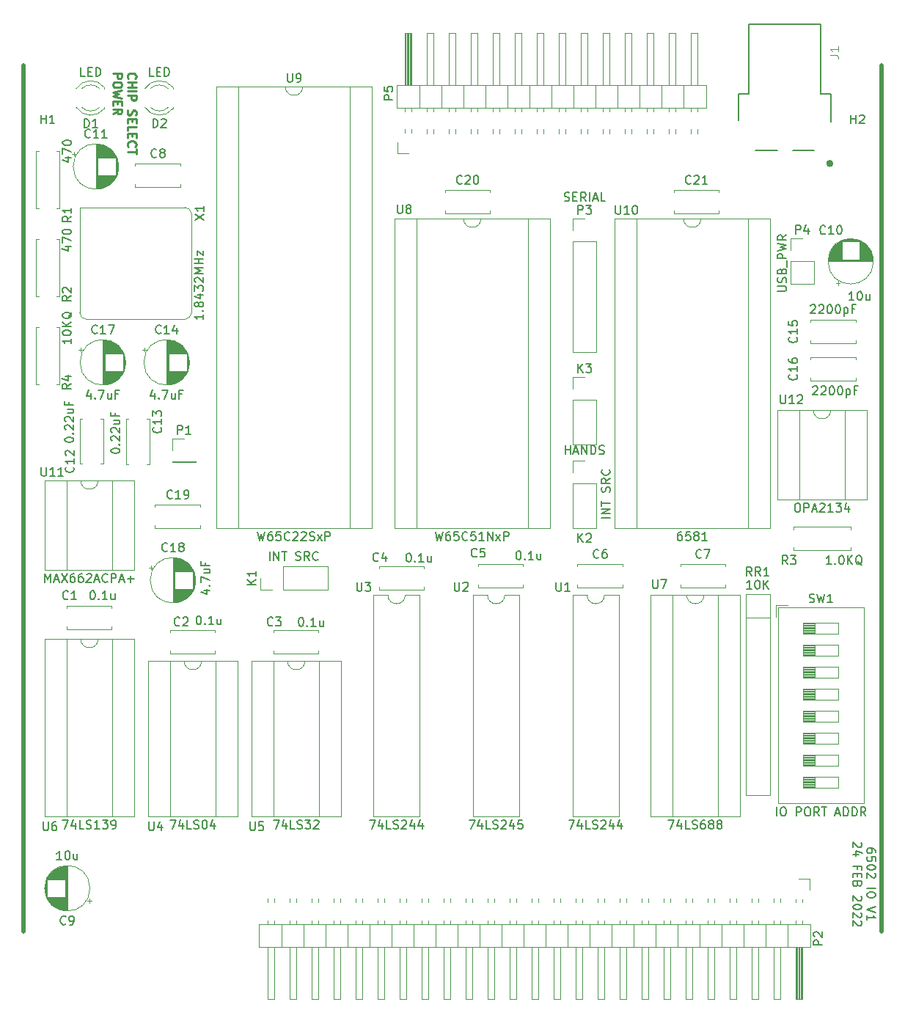
<source format=gbr>
%TF.GenerationSoftware,KiCad,Pcbnew,(6.0.4-0)*%
%TF.CreationDate,2022-09-18T19:18:21-04:00*%
%TF.ProjectId,Z80-6502IO,5a38302d-3635-4303-9249-4f2e6b696361,rev?*%
%TF.SameCoordinates,Original*%
%TF.FileFunction,Legend,Top*%
%TF.FilePolarity,Positive*%
%FSLAX46Y46*%
G04 Gerber Fmt 4.6, Leading zero omitted, Abs format (unit mm)*
G04 Created by KiCad (PCBNEW (6.0.4-0)) date 2022-09-18 19:18:21*
%MOMM*%
%LPD*%
G01*
G04 APERTURE LIST*
%ADD10C,0.150000*%
%ADD11C,0.500000*%
%ADD12C,0.250000*%
%ADD13C,0.015000*%
%ADD14C,0.120000*%
%ADD15C,0.127000*%
%ADD16C,0.400000*%
G04 APERTURE END LIST*
D10*
X143852619Y-136833333D02*
X143852619Y-136642857D01*
X143805000Y-136547619D01*
X143757380Y-136500000D01*
X143614523Y-136404761D01*
X143424047Y-136357142D01*
X143043095Y-136357142D01*
X142947857Y-136404761D01*
X142900238Y-136452380D01*
X142852619Y-136547619D01*
X142852619Y-136738095D01*
X142900238Y-136833333D01*
X142947857Y-136880952D01*
X143043095Y-136928571D01*
X143281190Y-136928571D01*
X143376428Y-136880952D01*
X143424047Y-136833333D01*
X143471666Y-136738095D01*
X143471666Y-136547619D01*
X143424047Y-136452380D01*
X143376428Y-136404761D01*
X143281190Y-136357142D01*
X143852619Y-137833333D02*
X143852619Y-137357142D01*
X143376428Y-137309523D01*
X143424047Y-137357142D01*
X143471666Y-137452380D01*
X143471666Y-137690476D01*
X143424047Y-137785714D01*
X143376428Y-137833333D01*
X143281190Y-137880952D01*
X143043095Y-137880952D01*
X142947857Y-137833333D01*
X142900238Y-137785714D01*
X142852619Y-137690476D01*
X142852619Y-137452380D01*
X142900238Y-137357142D01*
X142947857Y-137309523D01*
X143852619Y-138500000D02*
X143852619Y-138595238D01*
X143805000Y-138690476D01*
X143757380Y-138738095D01*
X143662142Y-138785714D01*
X143471666Y-138833333D01*
X143233571Y-138833333D01*
X143043095Y-138785714D01*
X142947857Y-138738095D01*
X142900238Y-138690476D01*
X142852619Y-138595238D01*
X142852619Y-138500000D01*
X142900238Y-138404761D01*
X142947857Y-138357142D01*
X143043095Y-138309523D01*
X143233571Y-138261904D01*
X143471666Y-138261904D01*
X143662142Y-138309523D01*
X143757380Y-138357142D01*
X143805000Y-138404761D01*
X143852619Y-138500000D01*
X143757380Y-139214285D02*
X143805000Y-139261904D01*
X143852619Y-139357142D01*
X143852619Y-139595238D01*
X143805000Y-139690476D01*
X143757380Y-139738095D01*
X143662142Y-139785714D01*
X143566904Y-139785714D01*
X143424047Y-139738095D01*
X142852619Y-139166666D01*
X142852619Y-139785714D01*
X142852619Y-140976190D02*
X143852619Y-140976190D01*
X143852619Y-141642857D02*
X143852619Y-141833333D01*
X143805000Y-141928571D01*
X143709761Y-142023809D01*
X143519285Y-142071428D01*
X143185952Y-142071428D01*
X142995476Y-142023809D01*
X142900238Y-141928571D01*
X142852619Y-141833333D01*
X142852619Y-141642857D01*
X142900238Y-141547619D01*
X142995476Y-141452380D01*
X143185952Y-141404761D01*
X143519285Y-141404761D01*
X143709761Y-141452380D01*
X143805000Y-141547619D01*
X143852619Y-141642857D01*
X143852619Y-143119047D02*
X142852619Y-143452380D01*
X143852619Y-143785714D01*
X142852619Y-144642857D02*
X142852619Y-144071428D01*
X142852619Y-144357142D02*
X143852619Y-144357142D01*
X143709761Y-144261904D01*
X143614523Y-144166666D01*
X143566904Y-144071428D01*
X142147380Y-135690476D02*
X142195000Y-135738095D01*
X142242619Y-135833333D01*
X142242619Y-136071428D01*
X142195000Y-136166666D01*
X142147380Y-136214285D01*
X142052142Y-136261904D01*
X141956904Y-136261904D01*
X141814047Y-136214285D01*
X141242619Y-135642857D01*
X141242619Y-136261904D01*
X141909285Y-137119047D02*
X141242619Y-137119047D01*
X142290238Y-136880952D02*
X141575952Y-136642857D01*
X141575952Y-137261904D01*
X141766428Y-138738095D02*
X141766428Y-138404761D01*
X141242619Y-138404761D02*
X142242619Y-138404761D01*
X142242619Y-138880952D01*
X141766428Y-139261904D02*
X141766428Y-139595238D01*
X141242619Y-139738095D02*
X141242619Y-139261904D01*
X142242619Y-139261904D01*
X142242619Y-139738095D01*
X141766428Y-140500000D02*
X141718809Y-140642857D01*
X141671190Y-140690476D01*
X141575952Y-140738095D01*
X141433095Y-140738095D01*
X141337857Y-140690476D01*
X141290238Y-140642857D01*
X141242619Y-140547619D01*
X141242619Y-140166666D01*
X142242619Y-140166666D01*
X142242619Y-140500000D01*
X142195000Y-140595238D01*
X142147380Y-140642857D01*
X142052142Y-140690476D01*
X141956904Y-140690476D01*
X141861666Y-140642857D01*
X141814047Y-140595238D01*
X141766428Y-140500000D01*
X141766428Y-140166666D01*
X142147380Y-141880952D02*
X142195000Y-141928571D01*
X142242619Y-142023809D01*
X142242619Y-142261904D01*
X142195000Y-142357142D01*
X142147380Y-142404761D01*
X142052142Y-142452380D01*
X141956904Y-142452380D01*
X141814047Y-142404761D01*
X141242619Y-141833333D01*
X141242619Y-142452380D01*
X142242619Y-143071428D02*
X142242619Y-143166666D01*
X142195000Y-143261904D01*
X142147380Y-143309523D01*
X142052142Y-143357142D01*
X141861666Y-143404761D01*
X141623571Y-143404761D01*
X141433095Y-143357142D01*
X141337857Y-143309523D01*
X141290238Y-143261904D01*
X141242619Y-143166666D01*
X141242619Y-143071428D01*
X141290238Y-142976190D01*
X141337857Y-142928571D01*
X141433095Y-142880952D01*
X141623571Y-142833333D01*
X141861666Y-142833333D01*
X142052142Y-142880952D01*
X142147380Y-142928571D01*
X142195000Y-142976190D01*
X142242619Y-143071428D01*
X142147380Y-143785714D02*
X142195000Y-143833333D01*
X142242619Y-143928571D01*
X142242619Y-144166666D01*
X142195000Y-144261904D01*
X142147380Y-144309523D01*
X142052142Y-144357142D01*
X141956904Y-144357142D01*
X141814047Y-144309523D01*
X141242619Y-143738095D01*
X141242619Y-144357142D01*
X142147380Y-144738095D02*
X142195000Y-144785714D01*
X142242619Y-144880952D01*
X142242619Y-145119047D01*
X142195000Y-145214285D01*
X142147380Y-145261904D01*
X142052142Y-145309523D01*
X141956904Y-145309523D01*
X141814047Y-145261904D01*
X141242619Y-144690476D01*
X141242619Y-145309523D01*
D11*
X144500000Y-46000000D02*
X144500000Y-146000000D01*
X45500000Y-46000000D02*
X45500000Y-146000000D01*
D12*
X57570857Y-47500000D02*
X57523238Y-47452380D01*
X57475619Y-47309523D01*
X57475619Y-47214285D01*
X57523238Y-47071428D01*
X57618476Y-46976190D01*
X57713714Y-46928571D01*
X57904190Y-46880952D01*
X58047047Y-46880952D01*
X58237523Y-46928571D01*
X58332761Y-46976190D01*
X58428000Y-47071428D01*
X58475619Y-47214285D01*
X58475619Y-47309523D01*
X58428000Y-47452380D01*
X58380380Y-47500000D01*
X57475619Y-47928571D02*
X58475619Y-47928571D01*
X57999428Y-47928571D02*
X57999428Y-48500000D01*
X57475619Y-48500000D02*
X58475619Y-48500000D01*
X57475619Y-48976190D02*
X58475619Y-48976190D01*
X57475619Y-49452380D02*
X58475619Y-49452380D01*
X58475619Y-49833333D01*
X58428000Y-49928571D01*
X58380380Y-49976190D01*
X58285142Y-50023809D01*
X58142285Y-50023809D01*
X58047047Y-49976190D01*
X57999428Y-49928571D01*
X57951809Y-49833333D01*
X57951809Y-49452380D01*
X57523238Y-51166666D02*
X57475619Y-51309523D01*
X57475619Y-51547619D01*
X57523238Y-51642857D01*
X57570857Y-51690476D01*
X57666095Y-51738095D01*
X57761333Y-51738095D01*
X57856571Y-51690476D01*
X57904190Y-51642857D01*
X57951809Y-51547619D01*
X57999428Y-51357142D01*
X58047047Y-51261904D01*
X58094666Y-51214285D01*
X58189904Y-51166666D01*
X58285142Y-51166666D01*
X58380380Y-51214285D01*
X58428000Y-51261904D01*
X58475619Y-51357142D01*
X58475619Y-51595238D01*
X58428000Y-51738095D01*
X57999428Y-52166666D02*
X57999428Y-52500000D01*
X57475619Y-52642857D02*
X57475619Y-52166666D01*
X58475619Y-52166666D01*
X58475619Y-52642857D01*
X57475619Y-53547619D02*
X57475619Y-53071428D01*
X58475619Y-53071428D01*
X57999428Y-53880952D02*
X57999428Y-54214285D01*
X57475619Y-54357142D02*
X57475619Y-53880952D01*
X58475619Y-53880952D01*
X58475619Y-54357142D01*
X57570857Y-55357142D02*
X57523238Y-55309523D01*
X57475619Y-55166666D01*
X57475619Y-55071428D01*
X57523238Y-54928571D01*
X57618476Y-54833333D01*
X57713714Y-54785714D01*
X57904190Y-54738095D01*
X58047047Y-54738095D01*
X58237523Y-54785714D01*
X58332761Y-54833333D01*
X58428000Y-54928571D01*
X58475619Y-55071428D01*
X58475619Y-55166666D01*
X58428000Y-55309523D01*
X58380380Y-55357142D01*
X58475619Y-55642857D02*
X58475619Y-56214285D01*
X57475619Y-55928571D02*
X58475619Y-55928571D01*
X55797619Y-46940476D02*
X56797619Y-46940476D01*
X56797619Y-47321428D01*
X56750000Y-47416666D01*
X56702380Y-47464285D01*
X56607142Y-47511904D01*
X56464285Y-47511904D01*
X56369047Y-47464285D01*
X56321428Y-47416666D01*
X56273809Y-47321428D01*
X56273809Y-46940476D01*
X56797619Y-48130952D02*
X56797619Y-48321428D01*
X56750000Y-48416666D01*
X56654761Y-48511904D01*
X56464285Y-48559523D01*
X56130952Y-48559523D01*
X55940476Y-48511904D01*
X55845238Y-48416666D01*
X55797619Y-48321428D01*
X55797619Y-48130952D01*
X55845238Y-48035714D01*
X55940476Y-47940476D01*
X56130952Y-47892857D01*
X56464285Y-47892857D01*
X56654761Y-47940476D01*
X56750000Y-48035714D01*
X56797619Y-48130952D01*
X56797619Y-48892857D02*
X55797619Y-49130952D01*
X56511904Y-49321428D01*
X55797619Y-49511904D01*
X56797619Y-49750000D01*
X56321428Y-50130952D02*
X56321428Y-50464285D01*
X55797619Y-50607142D02*
X55797619Y-50130952D01*
X56797619Y-50130952D01*
X56797619Y-50607142D01*
X55797619Y-51607142D02*
X56273809Y-51273809D01*
X55797619Y-51035714D02*
X56797619Y-51035714D01*
X56797619Y-51416666D01*
X56750000Y-51511904D01*
X56702380Y-51559523D01*
X56607142Y-51607142D01*
X56464285Y-51607142D01*
X56369047Y-51559523D01*
X56321428Y-51511904D01*
X56273809Y-51416666D01*
X56273809Y-51035714D01*
D10*
%TO.C,P1*%
X63269904Y-88546380D02*
X63269904Y-87546380D01*
X63650857Y-87546380D01*
X63746095Y-87594000D01*
X63793714Y-87641619D01*
X63841333Y-87736857D01*
X63841333Y-87879714D01*
X63793714Y-87974952D01*
X63746095Y-88022571D01*
X63650857Y-88070190D01*
X63269904Y-88070190D01*
X64793714Y-88546380D02*
X64222285Y-88546380D01*
X64508000Y-88546380D02*
X64508000Y-87546380D01*
X64412761Y-87689238D01*
X64317523Y-87784476D01*
X64222285Y-87832095D01*
%TO.C,C21*%
X122507142Y-59579142D02*
X122459523Y-59626761D01*
X122316666Y-59674380D01*
X122221428Y-59674380D01*
X122078571Y-59626761D01*
X121983333Y-59531523D01*
X121935714Y-59436285D01*
X121888095Y-59245809D01*
X121888095Y-59102952D01*
X121935714Y-58912476D01*
X121983333Y-58817238D01*
X122078571Y-58722000D01*
X122221428Y-58674380D01*
X122316666Y-58674380D01*
X122459523Y-58722000D01*
X122507142Y-58769619D01*
X122888095Y-58769619D02*
X122935714Y-58722000D01*
X123030952Y-58674380D01*
X123269047Y-58674380D01*
X123364285Y-58722000D01*
X123411904Y-58769619D01*
X123459523Y-58864857D01*
X123459523Y-58960095D01*
X123411904Y-59102952D01*
X122840476Y-59674380D01*
X123459523Y-59674380D01*
X124411904Y-59674380D02*
X123840476Y-59674380D01*
X124126190Y-59674380D02*
X124126190Y-58674380D01*
X124030952Y-58817238D01*
X123935714Y-58912476D01*
X123840476Y-58960095D01*
%TO.C,C20*%
X96091142Y-59579142D02*
X96043523Y-59626761D01*
X95900666Y-59674380D01*
X95805428Y-59674380D01*
X95662571Y-59626761D01*
X95567333Y-59531523D01*
X95519714Y-59436285D01*
X95472095Y-59245809D01*
X95472095Y-59102952D01*
X95519714Y-58912476D01*
X95567333Y-58817238D01*
X95662571Y-58722000D01*
X95805428Y-58674380D01*
X95900666Y-58674380D01*
X96043523Y-58722000D01*
X96091142Y-58769619D01*
X96472095Y-58769619D02*
X96519714Y-58722000D01*
X96614952Y-58674380D01*
X96853047Y-58674380D01*
X96948285Y-58722000D01*
X96995904Y-58769619D01*
X97043523Y-58864857D01*
X97043523Y-58960095D01*
X96995904Y-59102952D01*
X96424476Y-59674380D01*
X97043523Y-59674380D01*
X97662571Y-58674380D02*
X97757809Y-58674380D01*
X97853047Y-58722000D01*
X97900666Y-58769619D01*
X97948285Y-58864857D01*
X97995904Y-59055333D01*
X97995904Y-59293428D01*
X97948285Y-59483904D01*
X97900666Y-59579142D01*
X97853047Y-59626761D01*
X97757809Y-59674380D01*
X97662571Y-59674380D01*
X97567333Y-59626761D01*
X97519714Y-59579142D01*
X97472095Y-59483904D01*
X97424476Y-59293428D01*
X97424476Y-59055333D01*
X97472095Y-58864857D01*
X97519714Y-58769619D01*
X97567333Y-58722000D01*
X97662571Y-58674380D01*
%TO.C,C19*%
X62643142Y-95901142D02*
X62595523Y-95948761D01*
X62452666Y-95996380D01*
X62357428Y-95996380D01*
X62214571Y-95948761D01*
X62119333Y-95853523D01*
X62071714Y-95758285D01*
X62024095Y-95567809D01*
X62024095Y-95424952D01*
X62071714Y-95234476D01*
X62119333Y-95139238D01*
X62214571Y-95044000D01*
X62357428Y-94996380D01*
X62452666Y-94996380D01*
X62595523Y-95044000D01*
X62643142Y-95091619D01*
X63595523Y-95996380D02*
X63024095Y-95996380D01*
X63309809Y-95996380D02*
X63309809Y-94996380D01*
X63214571Y-95139238D01*
X63119333Y-95234476D01*
X63024095Y-95282095D01*
X64071714Y-95996380D02*
X64262190Y-95996380D01*
X64357428Y-95948761D01*
X64405047Y-95901142D01*
X64500285Y-95758285D01*
X64547904Y-95567809D01*
X64547904Y-95186857D01*
X64500285Y-95091619D01*
X64452666Y-95044000D01*
X64357428Y-94996380D01*
X64166952Y-94996380D01*
X64071714Y-95044000D01*
X64024095Y-95091619D01*
X63976476Y-95186857D01*
X63976476Y-95424952D01*
X64024095Y-95520190D01*
X64071714Y-95567809D01*
X64166952Y-95615428D01*
X64357428Y-95615428D01*
X64452666Y-95567809D01*
X64500285Y-95520190D01*
X64547904Y-95424952D01*
%TO.C,P5*%
X88098380Y-49947095D02*
X87098380Y-49947095D01*
X87098380Y-49566142D01*
X87146000Y-49470904D01*
X87193619Y-49423285D01*
X87288857Y-49375666D01*
X87431714Y-49375666D01*
X87526952Y-49423285D01*
X87574571Y-49470904D01*
X87622190Y-49566142D01*
X87622190Y-49947095D01*
X87098380Y-48470904D02*
X87098380Y-48947095D01*
X87574571Y-48994714D01*
X87526952Y-48947095D01*
X87479333Y-48851857D01*
X87479333Y-48613761D01*
X87526952Y-48518523D01*
X87574571Y-48470904D01*
X87669809Y-48423285D01*
X87907904Y-48423285D01*
X88003142Y-48470904D01*
X88050761Y-48518523D01*
X88098380Y-48613761D01*
X88098380Y-48851857D01*
X88050761Y-48947095D01*
X88003142Y-48994714D01*
%TO.C,C1*%
X50633333Y-107545142D02*
X50585714Y-107592761D01*
X50442857Y-107640380D01*
X50347619Y-107640380D01*
X50204761Y-107592761D01*
X50109523Y-107497523D01*
X50061904Y-107402285D01*
X50014285Y-107211809D01*
X50014285Y-107068952D01*
X50061904Y-106878476D01*
X50109523Y-106783238D01*
X50204761Y-106688000D01*
X50347619Y-106640380D01*
X50442857Y-106640380D01*
X50585714Y-106688000D01*
X50633333Y-106735619D01*
X51585714Y-107640380D02*
X51014285Y-107640380D01*
X51300000Y-107640380D02*
X51300000Y-106640380D01*
X51204761Y-106783238D01*
X51109523Y-106878476D01*
X51014285Y-106926095D01*
X53395714Y-106640380D02*
X53490952Y-106640380D01*
X53586190Y-106688000D01*
X53633809Y-106735619D01*
X53681428Y-106830857D01*
X53729047Y-107021333D01*
X53729047Y-107259428D01*
X53681428Y-107449904D01*
X53633809Y-107545142D01*
X53586190Y-107592761D01*
X53490952Y-107640380D01*
X53395714Y-107640380D01*
X53300476Y-107592761D01*
X53252857Y-107545142D01*
X53205238Y-107449904D01*
X53157619Y-107259428D01*
X53157619Y-107021333D01*
X53205238Y-106830857D01*
X53252857Y-106735619D01*
X53300476Y-106688000D01*
X53395714Y-106640380D01*
X54157619Y-107545142D02*
X54205238Y-107592761D01*
X54157619Y-107640380D01*
X54110000Y-107592761D01*
X54157619Y-107545142D01*
X54157619Y-107640380D01*
X55157619Y-107640380D02*
X54586190Y-107640380D01*
X54871904Y-107640380D02*
X54871904Y-106640380D01*
X54776666Y-106783238D01*
X54681428Y-106878476D01*
X54586190Y-106926095D01*
X56014761Y-106973714D02*
X56014761Y-107640380D01*
X55586190Y-106973714D02*
X55586190Y-107497523D01*
X55633809Y-107592761D01*
X55729047Y-107640380D01*
X55871904Y-107640380D01*
X55967142Y-107592761D01*
X56014761Y-107545142D01*
%TO.C,U7*%
X118110095Y-105370380D02*
X118110095Y-106179904D01*
X118157714Y-106275142D01*
X118205333Y-106322761D01*
X118300571Y-106370380D01*
X118491047Y-106370380D01*
X118586285Y-106322761D01*
X118633904Y-106275142D01*
X118681523Y-106179904D01*
X118681523Y-105370380D01*
X119062476Y-105370380D02*
X119729142Y-105370380D01*
X119300571Y-106370380D01*
X119920952Y-133102380D02*
X120587619Y-133102380D01*
X120159047Y-134102380D01*
X121397142Y-133435714D02*
X121397142Y-134102380D01*
X121159047Y-133054761D02*
X120920952Y-133769047D01*
X121540000Y-133769047D01*
X122397142Y-134102380D02*
X121920952Y-134102380D01*
X121920952Y-133102380D01*
X122682857Y-134054761D02*
X122825714Y-134102380D01*
X123063809Y-134102380D01*
X123159047Y-134054761D01*
X123206666Y-134007142D01*
X123254285Y-133911904D01*
X123254285Y-133816666D01*
X123206666Y-133721428D01*
X123159047Y-133673809D01*
X123063809Y-133626190D01*
X122873333Y-133578571D01*
X122778095Y-133530952D01*
X122730476Y-133483333D01*
X122682857Y-133388095D01*
X122682857Y-133292857D01*
X122730476Y-133197619D01*
X122778095Y-133150000D01*
X122873333Y-133102380D01*
X123111428Y-133102380D01*
X123254285Y-133150000D01*
X124111428Y-133102380D02*
X123920952Y-133102380D01*
X123825714Y-133150000D01*
X123778095Y-133197619D01*
X123682857Y-133340476D01*
X123635238Y-133530952D01*
X123635238Y-133911904D01*
X123682857Y-134007142D01*
X123730476Y-134054761D01*
X123825714Y-134102380D01*
X124016190Y-134102380D01*
X124111428Y-134054761D01*
X124159047Y-134007142D01*
X124206666Y-133911904D01*
X124206666Y-133673809D01*
X124159047Y-133578571D01*
X124111428Y-133530952D01*
X124016190Y-133483333D01*
X123825714Y-133483333D01*
X123730476Y-133530952D01*
X123682857Y-133578571D01*
X123635238Y-133673809D01*
X124778095Y-133530952D02*
X124682857Y-133483333D01*
X124635238Y-133435714D01*
X124587619Y-133340476D01*
X124587619Y-133292857D01*
X124635238Y-133197619D01*
X124682857Y-133150000D01*
X124778095Y-133102380D01*
X124968571Y-133102380D01*
X125063809Y-133150000D01*
X125111428Y-133197619D01*
X125159047Y-133292857D01*
X125159047Y-133340476D01*
X125111428Y-133435714D01*
X125063809Y-133483333D01*
X124968571Y-133530952D01*
X124778095Y-133530952D01*
X124682857Y-133578571D01*
X124635238Y-133626190D01*
X124587619Y-133721428D01*
X124587619Y-133911904D01*
X124635238Y-134007142D01*
X124682857Y-134054761D01*
X124778095Y-134102380D01*
X124968571Y-134102380D01*
X125063809Y-134054761D01*
X125111428Y-134007142D01*
X125159047Y-133911904D01*
X125159047Y-133721428D01*
X125111428Y-133626190D01*
X125063809Y-133578571D01*
X124968571Y-133530952D01*
X125730476Y-133530952D02*
X125635238Y-133483333D01*
X125587619Y-133435714D01*
X125540000Y-133340476D01*
X125540000Y-133292857D01*
X125587619Y-133197619D01*
X125635238Y-133150000D01*
X125730476Y-133102380D01*
X125920952Y-133102380D01*
X126016190Y-133150000D01*
X126063809Y-133197619D01*
X126111428Y-133292857D01*
X126111428Y-133340476D01*
X126063809Y-133435714D01*
X126016190Y-133483333D01*
X125920952Y-133530952D01*
X125730476Y-133530952D01*
X125635238Y-133578571D01*
X125587619Y-133626190D01*
X125540000Y-133721428D01*
X125540000Y-133911904D01*
X125587619Y-134007142D01*
X125635238Y-134054761D01*
X125730476Y-134102380D01*
X125920952Y-134102380D01*
X126016190Y-134054761D01*
X126063809Y-134007142D01*
X126111428Y-133911904D01*
X126111428Y-133721428D01*
X126063809Y-133626190D01*
X126016190Y-133578571D01*
X125920952Y-133530952D01*
%TO.C,U12*%
X132873904Y-84034380D02*
X132873904Y-84843904D01*
X132921523Y-84939142D01*
X132969142Y-84986761D01*
X133064380Y-85034380D01*
X133254857Y-85034380D01*
X133350095Y-84986761D01*
X133397714Y-84939142D01*
X133445333Y-84843904D01*
X133445333Y-84034380D01*
X134445333Y-85034380D02*
X133873904Y-85034380D01*
X134159619Y-85034380D02*
X134159619Y-84034380D01*
X134064380Y-84177238D01*
X133969142Y-84272476D01*
X133873904Y-84320095D01*
X134826285Y-84129619D02*
X134873904Y-84082000D01*
X134969142Y-84034380D01*
X135207238Y-84034380D01*
X135302476Y-84082000D01*
X135350095Y-84129619D01*
X135397714Y-84224857D01*
X135397714Y-84320095D01*
X135350095Y-84462952D01*
X134778666Y-85034380D01*
X135397714Y-85034380D01*
X134739428Y-96524380D02*
X134929904Y-96524380D01*
X135025142Y-96572000D01*
X135120380Y-96667238D01*
X135168000Y-96857714D01*
X135168000Y-97191047D01*
X135120380Y-97381523D01*
X135025142Y-97476761D01*
X134929904Y-97524380D01*
X134739428Y-97524380D01*
X134644190Y-97476761D01*
X134548952Y-97381523D01*
X134501333Y-97191047D01*
X134501333Y-96857714D01*
X134548952Y-96667238D01*
X134644190Y-96572000D01*
X134739428Y-96524380D01*
X135596571Y-97524380D02*
X135596571Y-96524380D01*
X135977523Y-96524380D01*
X136072761Y-96572000D01*
X136120380Y-96619619D01*
X136168000Y-96714857D01*
X136168000Y-96857714D01*
X136120380Y-96952952D01*
X136072761Y-97000571D01*
X135977523Y-97048190D01*
X135596571Y-97048190D01*
X136548952Y-97238666D02*
X137025142Y-97238666D01*
X136453714Y-97524380D02*
X136787047Y-96524380D01*
X137120380Y-97524380D01*
X137406095Y-96619619D02*
X137453714Y-96572000D01*
X137548952Y-96524380D01*
X137787047Y-96524380D01*
X137882285Y-96572000D01*
X137929904Y-96619619D01*
X137977523Y-96714857D01*
X137977523Y-96810095D01*
X137929904Y-96952952D01*
X137358476Y-97524380D01*
X137977523Y-97524380D01*
X138929904Y-97524380D02*
X138358476Y-97524380D01*
X138644190Y-97524380D02*
X138644190Y-96524380D01*
X138548952Y-96667238D01*
X138453714Y-96762476D01*
X138358476Y-96810095D01*
X139263238Y-96524380D02*
X139882285Y-96524380D01*
X139548952Y-96905333D01*
X139691809Y-96905333D01*
X139787047Y-96952952D01*
X139834666Y-97000571D01*
X139882285Y-97095809D01*
X139882285Y-97333904D01*
X139834666Y-97429142D01*
X139787047Y-97476761D01*
X139691809Y-97524380D01*
X139406095Y-97524380D01*
X139310857Y-97476761D01*
X139263238Y-97429142D01*
X140739428Y-96857714D02*
X140739428Y-97524380D01*
X140501333Y-96476761D02*
X140263238Y-97191047D01*
X140882285Y-97191047D01*
%TO.C,U11*%
X47529904Y-92372380D02*
X47529904Y-93181904D01*
X47577523Y-93277142D01*
X47625142Y-93324761D01*
X47720380Y-93372380D01*
X47910857Y-93372380D01*
X48006095Y-93324761D01*
X48053714Y-93277142D01*
X48101333Y-93181904D01*
X48101333Y-92372380D01*
X49101333Y-93372380D02*
X48529904Y-93372380D01*
X48815619Y-93372380D02*
X48815619Y-92372380D01*
X48720380Y-92515238D01*
X48625142Y-92610476D01*
X48529904Y-92658095D01*
X50053714Y-93372380D02*
X49482285Y-93372380D01*
X49768000Y-93372380D02*
X49768000Y-92372380D01*
X49672761Y-92515238D01*
X49577523Y-92610476D01*
X49482285Y-92658095D01*
X47943142Y-105652380D02*
X47943142Y-104652380D01*
X48276476Y-105366666D01*
X48609809Y-104652380D01*
X48609809Y-105652380D01*
X49038380Y-105366666D02*
X49514571Y-105366666D01*
X48943142Y-105652380D02*
X49276476Y-104652380D01*
X49609809Y-105652380D01*
X49847904Y-104652380D02*
X50514571Y-105652380D01*
X50514571Y-104652380D02*
X49847904Y-105652380D01*
X51324095Y-104652380D02*
X51133619Y-104652380D01*
X51038380Y-104700000D01*
X50990761Y-104747619D01*
X50895523Y-104890476D01*
X50847904Y-105080952D01*
X50847904Y-105461904D01*
X50895523Y-105557142D01*
X50943142Y-105604761D01*
X51038380Y-105652380D01*
X51228857Y-105652380D01*
X51324095Y-105604761D01*
X51371714Y-105557142D01*
X51419333Y-105461904D01*
X51419333Y-105223809D01*
X51371714Y-105128571D01*
X51324095Y-105080952D01*
X51228857Y-105033333D01*
X51038380Y-105033333D01*
X50943142Y-105080952D01*
X50895523Y-105128571D01*
X50847904Y-105223809D01*
X52276476Y-104652380D02*
X52086000Y-104652380D01*
X51990761Y-104700000D01*
X51943142Y-104747619D01*
X51847904Y-104890476D01*
X51800285Y-105080952D01*
X51800285Y-105461904D01*
X51847904Y-105557142D01*
X51895523Y-105604761D01*
X51990761Y-105652380D01*
X52181238Y-105652380D01*
X52276476Y-105604761D01*
X52324095Y-105557142D01*
X52371714Y-105461904D01*
X52371714Y-105223809D01*
X52324095Y-105128571D01*
X52276476Y-105080952D01*
X52181238Y-105033333D01*
X51990761Y-105033333D01*
X51895523Y-105080952D01*
X51847904Y-105128571D01*
X51800285Y-105223809D01*
X52752666Y-104747619D02*
X52800285Y-104700000D01*
X52895523Y-104652380D01*
X53133619Y-104652380D01*
X53228857Y-104700000D01*
X53276476Y-104747619D01*
X53324095Y-104842857D01*
X53324095Y-104938095D01*
X53276476Y-105080952D01*
X52705047Y-105652380D01*
X53324095Y-105652380D01*
X53705047Y-105366666D02*
X54181238Y-105366666D01*
X53609809Y-105652380D02*
X53943142Y-104652380D01*
X54276476Y-105652380D01*
X55181238Y-105557142D02*
X55133619Y-105604761D01*
X54990761Y-105652380D01*
X54895523Y-105652380D01*
X54752666Y-105604761D01*
X54657428Y-105509523D01*
X54609809Y-105414285D01*
X54562190Y-105223809D01*
X54562190Y-105080952D01*
X54609809Y-104890476D01*
X54657428Y-104795238D01*
X54752666Y-104700000D01*
X54895523Y-104652380D01*
X54990761Y-104652380D01*
X55133619Y-104700000D01*
X55181238Y-104747619D01*
X55609809Y-105652380D02*
X55609809Y-104652380D01*
X55990761Y-104652380D01*
X56086000Y-104700000D01*
X56133619Y-104747619D01*
X56181238Y-104842857D01*
X56181238Y-104985714D01*
X56133619Y-105080952D01*
X56086000Y-105128571D01*
X55990761Y-105176190D01*
X55609809Y-105176190D01*
X56562190Y-105366666D02*
X57038380Y-105366666D01*
X56466952Y-105652380D02*
X56800285Y-104652380D01*
X57133619Y-105652380D01*
X57466952Y-105271428D02*
X58228857Y-105271428D01*
X57847904Y-105652380D02*
X57847904Y-104890476D01*
%TO.C,U10*%
X113823904Y-62146380D02*
X113823904Y-62955904D01*
X113871523Y-63051142D01*
X113919142Y-63098761D01*
X114014380Y-63146380D01*
X114204857Y-63146380D01*
X114300095Y-63098761D01*
X114347714Y-63051142D01*
X114395333Y-62955904D01*
X114395333Y-62146380D01*
X115395333Y-63146380D02*
X114823904Y-63146380D01*
X115109619Y-63146380D02*
X115109619Y-62146380D01*
X115014380Y-62289238D01*
X114919142Y-62384476D01*
X114823904Y-62432095D01*
X116014380Y-62146380D02*
X116109619Y-62146380D01*
X116204857Y-62194000D01*
X116252476Y-62241619D01*
X116300095Y-62336857D01*
X116347714Y-62527333D01*
X116347714Y-62765428D01*
X116300095Y-62955904D01*
X116252476Y-63051142D01*
X116204857Y-63098761D01*
X116109619Y-63146380D01*
X116014380Y-63146380D01*
X115919142Y-63098761D01*
X115871523Y-63051142D01*
X115823904Y-62955904D01*
X115776285Y-62765428D01*
X115776285Y-62527333D01*
X115823904Y-62336857D01*
X115871523Y-62241619D01*
X115919142Y-62194000D01*
X116014380Y-62146380D01*
X121443904Y-99826380D02*
X121253428Y-99826380D01*
X121158190Y-99874000D01*
X121110571Y-99921619D01*
X121015333Y-100064476D01*
X120967714Y-100254952D01*
X120967714Y-100635904D01*
X121015333Y-100731142D01*
X121062952Y-100778761D01*
X121158190Y-100826380D01*
X121348666Y-100826380D01*
X121443904Y-100778761D01*
X121491523Y-100731142D01*
X121539142Y-100635904D01*
X121539142Y-100397809D01*
X121491523Y-100302571D01*
X121443904Y-100254952D01*
X121348666Y-100207333D01*
X121158190Y-100207333D01*
X121062952Y-100254952D01*
X121015333Y-100302571D01*
X120967714Y-100397809D01*
X122443904Y-99826380D02*
X121967714Y-99826380D01*
X121920095Y-100302571D01*
X121967714Y-100254952D01*
X122062952Y-100207333D01*
X122301047Y-100207333D01*
X122396285Y-100254952D01*
X122443904Y-100302571D01*
X122491523Y-100397809D01*
X122491523Y-100635904D01*
X122443904Y-100731142D01*
X122396285Y-100778761D01*
X122301047Y-100826380D01*
X122062952Y-100826380D01*
X121967714Y-100778761D01*
X121920095Y-100731142D01*
X123062952Y-100254952D02*
X122967714Y-100207333D01*
X122920095Y-100159714D01*
X122872476Y-100064476D01*
X122872476Y-100016857D01*
X122920095Y-99921619D01*
X122967714Y-99874000D01*
X123062952Y-99826380D01*
X123253428Y-99826380D01*
X123348666Y-99874000D01*
X123396285Y-99921619D01*
X123443904Y-100016857D01*
X123443904Y-100064476D01*
X123396285Y-100159714D01*
X123348666Y-100207333D01*
X123253428Y-100254952D01*
X123062952Y-100254952D01*
X122967714Y-100302571D01*
X122920095Y-100350190D01*
X122872476Y-100445428D01*
X122872476Y-100635904D01*
X122920095Y-100731142D01*
X122967714Y-100778761D01*
X123062952Y-100826380D01*
X123253428Y-100826380D01*
X123348666Y-100778761D01*
X123396285Y-100731142D01*
X123443904Y-100635904D01*
X123443904Y-100445428D01*
X123396285Y-100350190D01*
X123348666Y-100302571D01*
X123253428Y-100254952D01*
X124396285Y-100826380D02*
X123824857Y-100826380D01*
X124110571Y-100826380D02*
X124110571Y-99826380D01*
X124015333Y-99969238D01*
X123920095Y-100064476D01*
X123824857Y-100112095D01*
%TO.C,U9*%
X75946095Y-46906380D02*
X75946095Y-47715904D01*
X75993714Y-47811142D01*
X76041333Y-47858761D01*
X76136571Y-47906380D01*
X76327047Y-47906380D01*
X76422285Y-47858761D01*
X76469904Y-47811142D01*
X76517523Y-47715904D01*
X76517523Y-46906380D01*
X77041333Y-47906380D02*
X77231809Y-47906380D01*
X77327047Y-47858761D01*
X77374666Y-47811142D01*
X77469904Y-47668285D01*
X77517523Y-47477809D01*
X77517523Y-47096857D01*
X77469904Y-47001619D01*
X77422285Y-46954000D01*
X77327047Y-46906380D01*
X77136571Y-46906380D01*
X77041333Y-46954000D01*
X76993714Y-47001619D01*
X76946095Y-47096857D01*
X76946095Y-47334952D01*
X76993714Y-47430190D01*
X77041333Y-47477809D01*
X77136571Y-47525428D01*
X77327047Y-47525428D01*
X77422285Y-47477809D01*
X77469904Y-47430190D01*
X77517523Y-47334952D01*
X72493714Y-99826380D02*
X72731809Y-100826380D01*
X72922285Y-100112095D01*
X73112761Y-100826380D01*
X73350857Y-99826380D01*
X74160380Y-99826380D02*
X73969904Y-99826380D01*
X73874666Y-99874000D01*
X73827047Y-99921619D01*
X73731809Y-100064476D01*
X73684190Y-100254952D01*
X73684190Y-100635904D01*
X73731809Y-100731142D01*
X73779428Y-100778761D01*
X73874666Y-100826380D01*
X74065142Y-100826380D01*
X74160380Y-100778761D01*
X74208000Y-100731142D01*
X74255619Y-100635904D01*
X74255619Y-100397809D01*
X74208000Y-100302571D01*
X74160380Y-100254952D01*
X74065142Y-100207333D01*
X73874666Y-100207333D01*
X73779428Y-100254952D01*
X73731809Y-100302571D01*
X73684190Y-100397809D01*
X75160380Y-99826380D02*
X74684190Y-99826380D01*
X74636571Y-100302571D01*
X74684190Y-100254952D01*
X74779428Y-100207333D01*
X75017523Y-100207333D01*
X75112761Y-100254952D01*
X75160380Y-100302571D01*
X75208000Y-100397809D01*
X75208000Y-100635904D01*
X75160380Y-100731142D01*
X75112761Y-100778761D01*
X75017523Y-100826380D01*
X74779428Y-100826380D01*
X74684190Y-100778761D01*
X74636571Y-100731142D01*
X76208000Y-100731142D02*
X76160380Y-100778761D01*
X76017523Y-100826380D01*
X75922285Y-100826380D01*
X75779428Y-100778761D01*
X75684190Y-100683523D01*
X75636571Y-100588285D01*
X75588952Y-100397809D01*
X75588952Y-100254952D01*
X75636571Y-100064476D01*
X75684190Y-99969238D01*
X75779428Y-99874000D01*
X75922285Y-99826380D01*
X76017523Y-99826380D01*
X76160380Y-99874000D01*
X76208000Y-99921619D01*
X76588952Y-99921619D02*
X76636571Y-99874000D01*
X76731809Y-99826380D01*
X76969904Y-99826380D01*
X77065142Y-99874000D01*
X77112761Y-99921619D01*
X77160380Y-100016857D01*
X77160380Y-100112095D01*
X77112761Y-100254952D01*
X76541333Y-100826380D01*
X77160380Y-100826380D01*
X77541333Y-99921619D02*
X77588952Y-99874000D01*
X77684190Y-99826380D01*
X77922285Y-99826380D01*
X78017523Y-99874000D01*
X78065142Y-99921619D01*
X78112761Y-100016857D01*
X78112761Y-100112095D01*
X78065142Y-100254952D01*
X77493714Y-100826380D01*
X78112761Y-100826380D01*
X78493714Y-100778761D02*
X78636571Y-100826380D01*
X78874666Y-100826380D01*
X78969904Y-100778761D01*
X79017523Y-100731142D01*
X79065142Y-100635904D01*
X79065142Y-100540666D01*
X79017523Y-100445428D01*
X78969904Y-100397809D01*
X78874666Y-100350190D01*
X78684190Y-100302571D01*
X78588952Y-100254952D01*
X78541333Y-100207333D01*
X78493714Y-100112095D01*
X78493714Y-100016857D01*
X78541333Y-99921619D01*
X78588952Y-99874000D01*
X78684190Y-99826380D01*
X78922285Y-99826380D01*
X79065142Y-99874000D01*
X79398476Y-100826380D02*
X79922285Y-100159714D01*
X79398476Y-100159714D02*
X79922285Y-100826380D01*
X80303238Y-100826380D02*
X80303238Y-99826380D01*
X80684190Y-99826380D01*
X80779428Y-99874000D01*
X80827047Y-99921619D01*
X80874666Y-100016857D01*
X80874666Y-100159714D01*
X80827047Y-100254952D01*
X80779428Y-100302571D01*
X80684190Y-100350190D01*
X80303238Y-100350190D01*
%TO.C,U8*%
X88646095Y-62078380D02*
X88646095Y-62887904D01*
X88693714Y-62983142D01*
X88741333Y-63030761D01*
X88836571Y-63078380D01*
X89027047Y-63078380D01*
X89122285Y-63030761D01*
X89169904Y-62983142D01*
X89217523Y-62887904D01*
X89217523Y-62078380D01*
X89836571Y-62506952D02*
X89741333Y-62459333D01*
X89693714Y-62411714D01*
X89646095Y-62316476D01*
X89646095Y-62268857D01*
X89693714Y-62173619D01*
X89741333Y-62126000D01*
X89836571Y-62078380D01*
X90027047Y-62078380D01*
X90122285Y-62126000D01*
X90169904Y-62173619D01*
X90217523Y-62268857D01*
X90217523Y-62316476D01*
X90169904Y-62411714D01*
X90122285Y-62459333D01*
X90027047Y-62506952D01*
X89836571Y-62506952D01*
X89741333Y-62554571D01*
X89693714Y-62602190D01*
X89646095Y-62697428D01*
X89646095Y-62887904D01*
X89693714Y-62983142D01*
X89741333Y-63030761D01*
X89836571Y-63078380D01*
X90027047Y-63078380D01*
X90122285Y-63030761D01*
X90169904Y-62983142D01*
X90217523Y-62887904D01*
X90217523Y-62697428D01*
X90169904Y-62602190D01*
X90122285Y-62554571D01*
X90027047Y-62506952D01*
X93020095Y-99826380D02*
X93258190Y-100826380D01*
X93448666Y-100112095D01*
X93639142Y-100826380D01*
X93877238Y-99826380D01*
X94686761Y-99826380D02*
X94496285Y-99826380D01*
X94401047Y-99874000D01*
X94353428Y-99921619D01*
X94258190Y-100064476D01*
X94210571Y-100254952D01*
X94210571Y-100635904D01*
X94258190Y-100731142D01*
X94305809Y-100778761D01*
X94401047Y-100826380D01*
X94591523Y-100826380D01*
X94686761Y-100778761D01*
X94734380Y-100731142D01*
X94782000Y-100635904D01*
X94782000Y-100397809D01*
X94734380Y-100302571D01*
X94686761Y-100254952D01*
X94591523Y-100207333D01*
X94401047Y-100207333D01*
X94305809Y-100254952D01*
X94258190Y-100302571D01*
X94210571Y-100397809D01*
X95686761Y-99826380D02*
X95210571Y-99826380D01*
X95162952Y-100302571D01*
X95210571Y-100254952D01*
X95305809Y-100207333D01*
X95543904Y-100207333D01*
X95639142Y-100254952D01*
X95686761Y-100302571D01*
X95734380Y-100397809D01*
X95734380Y-100635904D01*
X95686761Y-100731142D01*
X95639142Y-100778761D01*
X95543904Y-100826380D01*
X95305809Y-100826380D01*
X95210571Y-100778761D01*
X95162952Y-100731142D01*
X96734380Y-100731142D02*
X96686761Y-100778761D01*
X96543904Y-100826380D01*
X96448666Y-100826380D01*
X96305809Y-100778761D01*
X96210571Y-100683523D01*
X96162952Y-100588285D01*
X96115333Y-100397809D01*
X96115333Y-100254952D01*
X96162952Y-100064476D01*
X96210571Y-99969238D01*
X96305809Y-99874000D01*
X96448666Y-99826380D01*
X96543904Y-99826380D01*
X96686761Y-99874000D01*
X96734380Y-99921619D01*
X97639142Y-99826380D02*
X97162952Y-99826380D01*
X97115333Y-100302571D01*
X97162952Y-100254952D01*
X97258190Y-100207333D01*
X97496285Y-100207333D01*
X97591523Y-100254952D01*
X97639142Y-100302571D01*
X97686761Y-100397809D01*
X97686761Y-100635904D01*
X97639142Y-100731142D01*
X97591523Y-100778761D01*
X97496285Y-100826380D01*
X97258190Y-100826380D01*
X97162952Y-100778761D01*
X97115333Y-100731142D01*
X98639142Y-100826380D02*
X98067714Y-100826380D01*
X98353428Y-100826380D02*
X98353428Y-99826380D01*
X98258190Y-99969238D01*
X98162952Y-100064476D01*
X98067714Y-100112095D01*
X99067714Y-100826380D02*
X99067714Y-99826380D01*
X99639142Y-100826380D01*
X99639142Y-99826380D01*
X100020095Y-100826380D02*
X100543904Y-100159714D01*
X100020095Y-100159714D02*
X100543904Y-100826380D01*
X100924857Y-100826380D02*
X100924857Y-99826380D01*
X101305809Y-99826380D01*
X101401047Y-99874000D01*
X101448666Y-99921619D01*
X101496285Y-100016857D01*
X101496285Y-100159714D01*
X101448666Y-100254952D01*
X101401047Y-100302571D01*
X101305809Y-100350190D01*
X100924857Y-100350190D01*
%TO.C,U6*%
X47752095Y-133310380D02*
X47752095Y-134119904D01*
X47799714Y-134215142D01*
X47847333Y-134262761D01*
X47942571Y-134310380D01*
X48133047Y-134310380D01*
X48228285Y-134262761D01*
X48275904Y-134215142D01*
X48323523Y-134119904D01*
X48323523Y-133310380D01*
X49228285Y-133310380D02*
X49037809Y-133310380D01*
X48942571Y-133358000D01*
X48894952Y-133405619D01*
X48799714Y-133548476D01*
X48752095Y-133738952D01*
X48752095Y-134119904D01*
X48799714Y-134215142D01*
X48847333Y-134262761D01*
X48942571Y-134310380D01*
X49133047Y-134310380D01*
X49228285Y-134262761D01*
X49275904Y-134215142D01*
X49323523Y-134119904D01*
X49323523Y-133881809D01*
X49275904Y-133786571D01*
X49228285Y-133738952D01*
X49133047Y-133691333D01*
X48942571Y-133691333D01*
X48847333Y-133738952D01*
X48799714Y-133786571D01*
X48752095Y-133881809D01*
X49966952Y-133100380D02*
X50633619Y-133100380D01*
X50205047Y-134100380D01*
X51443142Y-133433714D02*
X51443142Y-134100380D01*
X51205047Y-133052761D02*
X50966952Y-133767047D01*
X51586000Y-133767047D01*
X52443142Y-134100380D02*
X51966952Y-134100380D01*
X51966952Y-133100380D01*
X52728857Y-134052761D02*
X52871714Y-134100380D01*
X53109809Y-134100380D01*
X53205047Y-134052761D01*
X53252666Y-134005142D01*
X53300285Y-133909904D01*
X53300285Y-133814666D01*
X53252666Y-133719428D01*
X53205047Y-133671809D01*
X53109809Y-133624190D01*
X52919333Y-133576571D01*
X52824095Y-133528952D01*
X52776476Y-133481333D01*
X52728857Y-133386095D01*
X52728857Y-133290857D01*
X52776476Y-133195619D01*
X52824095Y-133148000D01*
X52919333Y-133100380D01*
X53157428Y-133100380D01*
X53300285Y-133148000D01*
X54252666Y-134100380D02*
X53681238Y-134100380D01*
X53966952Y-134100380D02*
X53966952Y-133100380D01*
X53871714Y-133243238D01*
X53776476Y-133338476D01*
X53681238Y-133386095D01*
X54586000Y-133100380D02*
X55205047Y-133100380D01*
X54871714Y-133481333D01*
X55014571Y-133481333D01*
X55109809Y-133528952D01*
X55157428Y-133576571D01*
X55205047Y-133671809D01*
X55205047Y-133909904D01*
X55157428Y-134005142D01*
X55109809Y-134052761D01*
X55014571Y-134100380D01*
X54728857Y-134100380D01*
X54633619Y-134052761D01*
X54586000Y-134005142D01*
X55681238Y-134100380D02*
X55871714Y-134100380D01*
X55966952Y-134052761D01*
X56014571Y-134005142D01*
X56109809Y-133862285D01*
X56157428Y-133671809D01*
X56157428Y-133290857D01*
X56109809Y-133195619D01*
X56062190Y-133148000D01*
X55966952Y-133100380D01*
X55776476Y-133100380D01*
X55681238Y-133148000D01*
X55633619Y-133195619D01*
X55586000Y-133290857D01*
X55586000Y-133528952D01*
X55633619Y-133624190D01*
X55681238Y-133671809D01*
X55776476Y-133719428D01*
X55966952Y-133719428D01*
X56062190Y-133671809D01*
X56109809Y-133624190D01*
X56157428Y-133528952D01*
%TO.C,U5*%
X71628095Y-133310380D02*
X71628095Y-134119904D01*
X71675714Y-134215142D01*
X71723333Y-134262761D01*
X71818571Y-134310380D01*
X72009047Y-134310380D01*
X72104285Y-134262761D01*
X72151904Y-134215142D01*
X72199523Y-134119904D01*
X72199523Y-133310380D01*
X73151904Y-133310380D02*
X72675714Y-133310380D01*
X72628095Y-133786571D01*
X72675714Y-133738952D01*
X72770952Y-133691333D01*
X73009047Y-133691333D01*
X73104285Y-133738952D01*
X73151904Y-133786571D01*
X73199523Y-133881809D01*
X73199523Y-134119904D01*
X73151904Y-134215142D01*
X73104285Y-134262761D01*
X73009047Y-134310380D01*
X72770952Y-134310380D01*
X72675714Y-134262761D01*
X72628095Y-134215142D01*
X74319142Y-133100380D02*
X74985809Y-133100380D01*
X74557238Y-134100380D01*
X75795333Y-133433714D02*
X75795333Y-134100380D01*
X75557238Y-133052761D02*
X75319142Y-133767047D01*
X75938190Y-133767047D01*
X76795333Y-134100380D02*
X76319142Y-134100380D01*
X76319142Y-133100380D01*
X77081047Y-134052761D02*
X77223904Y-134100380D01*
X77462000Y-134100380D01*
X77557238Y-134052761D01*
X77604857Y-134005142D01*
X77652476Y-133909904D01*
X77652476Y-133814666D01*
X77604857Y-133719428D01*
X77557238Y-133671809D01*
X77462000Y-133624190D01*
X77271523Y-133576571D01*
X77176285Y-133528952D01*
X77128666Y-133481333D01*
X77081047Y-133386095D01*
X77081047Y-133290857D01*
X77128666Y-133195619D01*
X77176285Y-133148000D01*
X77271523Y-133100380D01*
X77509619Y-133100380D01*
X77652476Y-133148000D01*
X77985809Y-133100380D02*
X78604857Y-133100380D01*
X78271523Y-133481333D01*
X78414380Y-133481333D01*
X78509619Y-133528952D01*
X78557238Y-133576571D01*
X78604857Y-133671809D01*
X78604857Y-133909904D01*
X78557238Y-134005142D01*
X78509619Y-134052761D01*
X78414380Y-134100380D01*
X78128666Y-134100380D01*
X78033428Y-134052761D01*
X77985809Y-134005142D01*
X78985809Y-133195619D02*
X79033428Y-133148000D01*
X79128666Y-133100380D01*
X79366761Y-133100380D01*
X79462000Y-133148000D01*
X79509619Y-133195619D01*
X79557238Y-133290857D01*
X79557238Y-133386095D01*
X79509619Y-133528952D01*
X78938190Y-134100380D01*
X79557238Y-134100380D01*
%TO.C,U4*%
X59944095Y-133310380D02*
X59944095Y-134119904D01*
X59991714Y-134215142D01*
X60039333Y-134262761D01*
X60134571Y-134310380D01*
X60325047Y-134310380D01*
X60420285Y-134262761D01*
X60467904Y-134215142D01*
X60515523Y-134119904D01*
X60515523Y-133310380D01*
X61420285Y-133643714D02*
X61420285Y-134310380D01*
X61182190Y-133262761D02*
X60944095Y-133977047D01*
X61563142Y-133977047D01*
X62381142Y-133100380D02*
X63047809Y-133100380D01*
X62619238Y-134100380D01*
X63857333Y-133433714D02*
X63857333Y-134100380D01*
X63619238Y-133052761D02*
X63381142Y-133767047D01*
X64000190Y-133767047D01*
X64857333Y-134100380D02*
X64381142Y-134100380D01*
X64381142Y-133100380D01*
X65143047Y-134052761D02*
X65285904Y-134100380D01*
X65524000Y-134100380D01*
X65619238Y-134052761D01*
X65666857Y-134005142D01*
X65714476Y-133909904D01*
X65714476Y-133814666D01*
X65666857Y-133719428D01*
X65619238Y-133671809D01*
X65524000Y-133624190D01*
X65333523Y-133576571D01*
X65238285Y-133528952D01*
X65190666Y-133481333D01*
X65143047Y-133386095D01*
X65143047Y-133290857D01*
X65190666Y-133195619D01*
X65238285Y-133148000D01*
X65333523Y-133100380D01*
X65571619Y-133100380D01*
X65714476Y-133148000D01*
X66333523Y-133100380D02*
X66428761Y-133100380D01*
X66524000Y-133148000D01*
X66571619Y-133195619D01*
X66619238Y-133290857D01*
X66666857Y-133481333D01*
X66666857Y-133719428D01*
X66619238Y-133909904D01*
X66571619Y-134005142D01*
X66524000Y-134052761D01*
X66428761Y-134100380D01*
X66333523Y-134100380D01*
X66238285Y-134052761D01*
X66190666Y-134005142D01*
X66143047Y-133909904D01*
X66095428Y-133719428D01*
X66095428Y-133481333D01*
X66143047Y-133290857D01*
X66190666Y-133195619D01*
X66238285Y-133148000D01*
X66333523Y-133100380D01*
X67524000Y-133433714D02*
X67524000Y-134100380D01*
X67285904Y-133052761D02*
X67047809Y-133767047D01*
X67666857Y-133767047D01*
%TO.C,P4*%
X134643904Y-65432380D02*
X134643904Y-64432380D01*
X135024857Y-64432380D01*
X135120095Y-64480000D01*
X135167714Y-64527619D01*
X135215333Y-64622857D01*
X135215333Y-64765714D01*
X135167714Y-64860952D01*
X135120095Y-64908571D01*
X135024857Y-64956190D01*
X134643904Y-64956190D01*
X136072476Y-64765714D02*
X136072476Y-65432380D01*
X135834380Y-64384761D02*
X135596285Y-65099047D01*
X136215333Y-65099047D01*
X132548380Y-72048285D02*
X133357904Y-72048285D01*
X133453142Y-72000666D01*
X133500761Y-71953047D01*
X133548380Y-71857809D01*
X133548380Y-71667333D01*
X133500761Y-71572095D01*
X133453142Y-71524476D01*
X133357904Y-71476857D01*
X132548380Y-71476857D01*
X133500761Y-71048285D02*
X133548380Y-70905428D01*
X133548380Y-70667333D01*
X133500761Y-70572095D01*
X133453142Y-70524476D01*
X133357904Y-70476857D01*
X133262666Y-70476857D01*
X133167428Y-70524476D01*
X133119809Y-70572095D01*
X133072190Y-70667333D01*
X133024571Y-70857809D01*
X132976952Y-70953047D01*
X132929333Y-71000666D01*
X132834095Y-71048285D01*
X132738857Y-71048285D01*
X132643619Y-71000666D01*
X132596000Y-70953047D01*
X132548380Y-70857809D01*
X132548380Y-70619714D01*
X132596000Y-70476857D01*
X133024571Y-69714952D02*
X133072190Y-69572095D01*
X133119809Y-69524476D01*
X133215047Y-69476857D01*
X133357904Y-69476857D01*
X133453142Y-69524476D01*
X133500761Y-69572095D01*
X133548380Y-69667333D01*
X133548380Y-70048285D01*
X132548380Y-70048285D01*
X132548380Y-69714952D01*
X132596000Y-69619714D01*
X132643619Y-69572095D01*
X132738857Y-69524476D01*
X132834095Y-69524476D01*
X132929333Y-69572095D01*
X132976952Y-69619714D01*
X133024571Y-69714952D01*
X133024571Y-70048285D01*
X133643619Y-69286380D02*
X133643619Y-68524476D01*
X133548380Y-68286380D02*
X132548380Y-68286380D01*
X132548380Y-67905428D01*
X132596000Y-67810190D01*
X132643619Y-67762571D01*
X132738857Y-67714952D01*
X132881714Y-67714952D01*
X132976952Y-67762571D01*
X133024571Y-67810190D01*
X133072190Y-67905428D01*
X133072190Y-68286380D01*
X132548380Y-67381619D02*
X133548380Y-67143523D01*
X132834095Y-66953047D01*
X133548380Y-66762571D01*
X132548380Y-66524476D01*
X133548380Y-65572095D02*
X133072190Y-65905428D01*
X133548380Y-66143523D02*
X132548380Y-66143523D01*
X132548380Y-65762571D01*
X132596000Y-65667333D01*
X132643619Y-65619714D01*
X132738857Y-65572095D01*
X132881714Y-65572095D01*
X132976952Y-65619714D01*
X133024571Y-65667333D01*
X133072190Y-65762571D01*
X133072190Y-66143523D01*
%TO.C,P3*%
X109497904Y-63146380D02*
X109497904Y-62146380D01*
X109878857Y-62146380D01*
X109974095Y-62194000D01*
X110021714Y-62241619D01*
X110069333Y-62336857D01*
X110069333Y-62479714D01*
X110021714Y-62574952D01*
X109974095Y-62622571D01*
X109878857Y-62670190D01*
X109497904Y-62670190D01*
X110402666Y-62146380D02*
X111021714Y-62146380D01*
X110688380Y-62527333D01*
X110831238Y-62527333D01*
X110926476Y-62574952D01*
X110974095Y-62622571D01*
X111021714Y-62717809D01*
X111021714Y-62955904D01*
X110974095Y-63051142D01*
X110926476Y-63098761D01*
X110831238Y-63146380D01*
X110545523Y-63146380D01*
X110450285Y-63098761D01*
X110402666Y-63051142D01*
X107926476Y-61618761D02*
X108069333Y-61666380D01*
X108307428Y-61666380D01*
X108402666Y-61618761D01*
X108450285Y-61571142D01*
X108497904Y-61475904D01*
X108497904Y-61380666D01*
X108450285Y-61285428D01*
X108402666Y-61237809D01*
X108307428Y-61190190D01*
X108116952Y-61142571D01*
X108021714Y-61094952D01*
X107974095Y-61047333D01*
X107926476Y-60952095D01*
X107926476Y-60856857D01*
X107974095Y-60761619D01*
X108021714Y-60714000D01*
X108116952Y-60666380D01*
X108355047Y-60666380D01*
X108497904Y-60714000D01*
X108926476Y-61142571D02*
X109259809Y-61142571D01*
X109402666Y-61666380D02*
X108926476Y-61666380D01*
X108926476Y-60666380D01*
X109402666Y-60666380D01*
X110402666Y-61666380D02*
X110069333Y-61190190D01*
X109831238Y-61666380D02*
X109831238Y-60666380D01*
X110212190Y-60666380D01*
X110307428Y-60714000D01*
X110355047Y-60761619D01*
X110402666Y-60856857D01*
X110402666Y-60999714D01*
X110355047Y-61094952D01*
X110307428Y-61142571D01*
X110212190Y-61190190D01*
X109831238Y-61190190D01*
X110831238Y-61666380D02*
X110831238Y-60666380D01*
X111259809Y-61380666D02*
X111736000Y-61380666D01*
X111164571Y-61666380D02*
X111497904Y-60666380D01*
X111831238Y-61666380D01*
X112640761Y-61666380D02*
X112164571Y-61666380D01*
X112164571Y-60666380D01*
%TO.C,X1*%
X65322380Y-63801523D02*
X66322380Y-63134857D01*
X65322380Y-63134857D02*
X66322380Y-63801523D01*
X66322380Y-62230095D02*
X66322380Y-62801523D01*
X66322380Y-62515809D02*
X65322380Y-62515809D01*
X65465238Y-62611047D01*
X65560476Y-62706285D01*
X65608095Y-62801523D01*
X66238380Y-74731142D02*
X66238380Y-75302571D01*
X66238380Y-75016857D02*
X65238380Y-75016857D01*
X65381238Y-75112095D01*
X65476476Y-75207333D01*
X65524095Y-75302571D01*
X66143142Y-74302571D02*
X66190761Y-74254952D01*
X66238380Y-74302571D01*
X66190761Y-74350190D01*
X66143142Y-74302571D01*
X66238380Y-74302571D01*
X65666952Y-73683523D02*
X65619333Y-73778761D01*
X65571714Y-73826380D01*
X65476476Y-73874000D01*
X65428857Y-73874000D01*
X65333619Y-73826380D01*
X65286000Y-73778761D01*
X65238380Y-73683523D01*
X65238380Y-73493047D01*
X65286000Y-73397809D01*
X65333619Y-73350190D01*
X65428857Y-73302571D01*
X65476476Y-73302571D01*
X65571714Y-73350190D01*
X65619333Y-73397809D01*
X65666952Y-73493047D01*
X65666952Y-73683523D01*
X65714571Y-73778761D01*
X65762190Y-73826380D01*
X65857428Y-73874000D01*
X66047904Y-73874000D01*
X66143142Y-73826380D01*
X66190761Y-73778761D01*
X66238380Y-73683523D01*
X66238380Y-73493047D01*
X66190761Y-73397809D01*
X66143142Y-73350190D01*
X66047904Y-73302571D01*
X65857428Y-73302571D01*
X65762190Y-73350190D01*
X65714571Y-73397809D01*
X65666952Y-73493047D01*
X65571714Y-72445428D02*
X66238380Y-72445428D01*
X65190761Y-72683523D02*
X65905047Y-72921619D01*
X65905047Y-72302571D01*
X65238380Y-72016857D02*
X65238380Y-71397809D01*
X65619333Y-71731142D01*
X65619333Y-71588285D01*
X65666952Y-71493047D01*
X65714571Y-71445428D01*
X65809809Y-71397809D01*
X66047904Y-71397809D01*
X66143142Y-71445428D01*
X66190761Y-71493047D01*
X66238380Y-71588285D01*
X66238380Y-71874000D01*
X66190761Y-71969238D01*
X66143142Y-72016857D01*
X65333619Y-71016857D02*
X65286000Y-70969238D01*
X65238380Y-70874000D01*
X65238380Y-70635904D01*
X65286000Y-70540666D01*
X65333619Y-70493047D01*
X65428857Y-70445428D01*
X65524095Y-70445428D01*
X65666952Y-70493047D01*
X66238380Y-71064476D01*
X66238380Y-70445428D01*
X66238380Y-70016857D02*
X65238380Y-70016857D01*
X65952666Y-69683523D01*
X65238380Y-69350190D01*
X66238380Y-69350190D01*
X66238380Y-68874000D02*
X65238380Y-68874000D01*
X65714571Y-68874000D02*
X65714571Y-68302571D01*
X66238380Y-68302571D02*
X65238380Y-68302571D01*
X65571714Y-67921619D02*
X65571714Y-67397809D01*
X66238380Y-67921619D01*
X66238380Y-67397809D01*
%TO.C,R3*%
X133691333Y-103576380D02*
X133358000Y-103100190D01*
X133119904Y-103576380D02*
X133119904Y-102576380D01*
X133500857Y-102576380D01*
X133596095Y-102624000D01*
X133643714Y-102671619D01*
X133691333Y-102766857D01*
X133691333Y-102909714D01*
X133643714Y-103004952D01*
X133596095Y-103052571D01*
X133500857Y-103100190D01*
X133119904Y-103100190D01*
X134024666Y-102576380D02*
X134643714Y-102576380D01*
X134310380Y-102957333D01*
X134453238Y-102957333D01*
X134548476Y-103004952D01*
X134596095Y-103052571D01*
X134643714Y-103147809D01*
X134643714Y-103385904D01*
X134596095Y-103481142D01*
X134548476Y-103528761D01*
X134453238Y-103576380D01*
X134167523Y-103576380D01*
X134072285Y-103528761D01*
X134024666Y-103481142D01*
X138755619Y-103576380D02*
X138184190Y-103576380D01*
X138469904Y-103576380D02*
X138469904Y-102576380D01*
X138374666Y-102719238D01*
X138279428Y-102814476D01*
X138184190Y-102862095D01*
X139184190Y-103481142D02*
X139231809Y-103528761D01*
X139184190Y-103576380D01*
X139136571Y-103528761D01*
X139184190Y-103481142D01*
X139184190Y-103576380D01*
X139850857Y-102576380D02*
X139946095Y-102576380D01*
X140041333Y-102624000D01*
X140088952Y-102671619D01*
X140136571Y-102766857D01*
X140184190Y-102957333D01*
X140184190Y-103195428D01*
X140136571Y-103385904D01*
X140088952Y-103481142D01*
X140041333Y-103528761D01*
X139946095Y-103576380D01*
X139850857Y-103576380D01*
X139755619Y-103528761D01*
X139708000Y-103481142D01*
X139660380Y-103385904D01*
X139612761Y-103195428D01*
X139612761Y-102957333D01*
X139660380Y-102766857D01*
X139708000Y-102671619D01*
X139755619Y-102624000D01*
X139850857Y-102576380D01*
X140612761Y-103576380D02*
X140612761Y-102576380D01*
X141184190Y-103576380D02*
X140755619Y-103004952D01*
X141184190Y-102576380D02*
X140612761Y-103147809D01*
X142279428Y-103671619D02*
X142184190Y-103624000D01*
X142088952Y-103528761D01*
X141946095Y-103385904D01*
X141850857Y-103338285D01*
X141755619Y-103338285D01*
X141803238Y-103576380D02*
X141708000Y-103528761D01*
X141612761Y-103433523D01*
X141565142Y-103243047D01*
X141565142Y-102909714D01*
X141612761Y-102719238D01*
X141708000Y-102624000D01*
X141803238Y-102576380D01*
X141993714Y-102576380D01*
X142088952Y-102624000D01*
X142184190Y-102719238D01*
X142231809Y-102909714D01*
X142231809Y-103243047D01*
X142184190Y-103433523D01*
X142088952Y-103528761D01*
X141993714Y-103576380D01*
X141803238Y-103576380D01*
%TO.C,P2*%
X137698380Y-147515095D02*
X136698380Y-147515095D01*
X136698380Y-147134142D01*
X136746000Y-147038904D01*
X136793619Y-146991285D01*
X136888857Y-146943666D01*
X137031714Y-146943666D01*
X137126952Y-146991285D01*
X137174571Y-147038904D01*
X137222190Y-147134142D01*
X137222190Y-147515095D01*
X136793619Y-146562714D02*
X136746000Y-146515095D01*
X136698380Y-146419857D01*
X136698380Y-146181761D01*
X136746000Y-146086523D01*
X136793619Y-146038904D01*
X136888857Y-145991285D01*
X136984095Y-145991285D01*
X137126952Y-146038904D01*
X137698380Y-146610333D01*
X137698380Y-145991285D01*
%TO.C,K3*%
X109497904Y-81434380D02*
X109497904Y-80434380D01*
X110069333Y-81434380D02*
X109640761Y-80862952D01*
X110069333Y-80434380D02*
X109497904Y-81005809D01*
X110402666Y-80434380D02*
X111021714Y-80434380D01*
X110688380Y-80815333D01*
X110831238Y-80815333D01*
X110926476Y-80862952D01*
X110974095Y-80910571D01*
X111021714Y-81005809D01*
X111021714Y-81243904D01*
X110974095Y-81339142D01*
X110926476Y-81386761D01*
X110831238Y-81434380D01*
X110545523Y-81434380D01*
X110450285Y-81386761D01*
X110402666Y-81339142D01*
X108021714Y-90876380D02*
X108021714Y-89876380D01*
X108021714Y-90352571D02*
X108593142Y-90352571D01*
X108593142Y-90876380D02*
X108593142Y-89876380D01*
X109021714Y-90590666D02*
X109497904Y-90590666D01*
X108926476Y-90876380D02*
X109259809Y-89876380D01*
X109593142Y-90876380D01*
X109926476Y-90876380D02*
X109926476Y-89876380D01*
X110497904Y-90876380D01*
X110497904Y-89876380D01*
X110974095Y-90876380D02*
X110974095Y-89876380D01*
X111212190Y-89876380D01*
X111355047Y-89924000D01*
X111450285Y-90019238D01*
X111497904Y-90114476D01*
X111545523Y-90304952D01*
X111545523Y-90447809D01*
X111497904Y-90638285D01*
X111450285Y-90733523D01*
X111355047Y-90828761D01*
X111212190Y-90876380D01*
X110974095Y-90876380D01*
X111926476Y-90828761D02*
X112069333Y-90876380D01*
X112307428Y-90876380D01*
X112402666Y-90828761D01*
X112450285Y-90781142D01*
X112497904Y-90685904D01*
X112497904Y-90590666D01*
X112450285Y-90495428D01*
X112402666Y-90447809D01*
X112307428Y-90400190D01*
X112116952Y-90352571D01*
X112021714Y-90304952D01*
X111974095Y-90257333D01*
X111926476Y-90162095D01*
X111926476Y-90066857D01*
X111974095Y-89971619D01*
X112021714Y-89924000D01*
X112116952Y-89876380D01*
X112355047Y-89876380D01*
X112497904Y-89924000D01*
D13*
%TO.C,J1*%
X138567297Y-44815308D02*
X139282944Y-44815308D01*
X139426073Y-44863018D01*
X139521493Y-44958438D01*
X139569203Y-45101567D01*
X139569203Y-45196987D01*
X139569203Y-43813402D02*
X139569203Y-44385920D01*
X139569203Y-44099661D02*
X138567297Y-44099661D01*
X138710426Y-44195081D01*
X138805846Y-44290500D01*
X138853556Y-44385920D01*
D10*
%TO.C,C18*%
X62075142Y-102017142D02*
X62027523Y-102064761D01*
X61884666Y-102112380D01*
X61789428Y-102112380D01*
X61646571Y-102064761D01*
X61551333Y-101969523D01*
X61503714Y-101874285D01*
X61456095Y-101683809D01*
X61456095Y-101540952D01*
X61503714Y-101350476D01*
X61551333Y-101255238D01*
X61646571Y-101160000D01*
X61789428Y-101112380D01*
X61884666Y-101112380D01*
X62027523Y-101160000D01*
X62075142Y-101207619D01*
X63027523Y-102112380D02*
X62456095Y-102112380D01*
X62741809Y-102112380D02*
X62741809Y-101112380D01*
X62646571Y-101255238D01*
X62551333Y-101350476D01*
X62456095Y-101398095D01*
X63598952Y-101540952D02*
X63503714Y-101493333D01*
X63456095Y-101445714D01*
X63408476Y-101350476D01*
X63408476Y-101302857D01*
X63456095Y-101207619D01*
X63503714Y-101160000D01*
X63598952Y-101112380D01*
X63789428Y-101112380D01*
X63884666Y-101160000D01*
X63932285Y-101207619D01*
X63979904Y-101302857D01*
X63979904Y-101350476D01*
X63932285Y-101445714D01*
X63884666Y-101493333D01*
X63789428Y-101540952D01*
X63598952Y-101540952D01*
X63503714Y-101588571D01*
X63456095Y-101636190D01*
X63408476Y-101731428D01*
X63408476Y-101921904D01*
X63456095Y-102017142D01*
X63503714Y-102064761D01*
X63598952Y-102112380D01*
X63789428Y-102112380D01*
X63884666Y-102064761D01*
X63932285Y-102017142D01*
X63979904Y-101921904D01*
X63979904Y-101731428D01*
X63932285Y-101636190D01*
X63884666Y-101588571D01*
X63789428Y-101540952D01*
X66333714Y-106560761D02*
X67000380Y-106560761D01*
X65952761Y-106798857D02*
X66667047Y-107036952D01*
X66667047Y-106417904D01*
X66905142Y-106036952D02*
X66952761Y-105989333D01*
X67000380Y-106036952D01*
X66952761Y-106084571D01*
X66905142Y-106036952D01*
X67000380Y-106036952D01*
X66000380Y-105655999D02*
X66000380Y-104989333D01*
X67000380Y-105417904D01*
X66333714Y-104179809D02*
X67000380Y-104179809D01*
X66333714Y-104608380D02*
X66857523Y-104608380D01*
X66952761Y-104560761D01*
X67000380Y-104465523D01*
X67000380Y-104322666D01*
X66952761Y-104227428D01*
X66905142Y-104179809D01*
X66476571Y-103370285D02*
X66476571Y-103703619D01*
X67000380Y-103703619D02*
X66000380Y-103703619D01*
X66000380Y-103227428D01*
%TO.C,C17*%
X53987142Y-76871142D02*
X53939523Y-76918761D01*
X53796666Y-76966380D01*
X53701428Y-76966380D01*
X53558571Y-76918761D01*
X53463333Y-76823523D01*
X53415714Y-76728285D01*
X53368095Y-76537809D01*
X53368095Y-76394952D01*
X53415714Y-76204476D01*
X53463333Y-76109238D01*
X53558571Y-76014000D01*
X53701428Y-75966380D01*
X53796666Y-75966380D01*
X53939523Y-76014000D01*
X53987142Y-76061619D01*
X54939523Y-76966380D02*
X54368095Y-76966380D01*
X54653809Y-76966380D02*
X54653809Y-75966380D01*
X54558571Y-76109238D01*
X54463333Y-76204476D01*
X54368095Y-76252095D01*
X55272857Y-75966380D02*
X55939523Y-75966380D01*
X55510952Y-76966380D01*
X53225238Y-83799714D02*
X53225238Y-84466380D01*
X52987142Y-83418761D02*
X52749047Y-84133047D01*
X53368095Y-84133047D01*
X53749047Y-84371142D02*
X53796666Y-84418761D01*
X53749047Y-84466380D01*
X53701428Y-84418761D01*
X53749047Y-84371142D01*
X53749047Y-84466380D01*
X54130000Y-83466380D02*
X54796666Y-83466380D01*
X54368095Y-84466380D01*
X55606190Y-83799714D02*
X55606190Y-84466380D01*
X55177619Y-83799714D02*
X55177619Y-84323523D01*
X55225238Y-84418761D01*
X55320476Y-84466380D01*
X55463333Y-84466380D01*
X55558571Y-84418761D01*
X55606190Y-84371142D01*
X56415714Y-83942571D02*
X56082380Y-83942571D01*
X56082380Y-84466380D02*
X56082380Y-83466380D01*
X56558571Y-83466380D01*
%TO.C,C16*%
X134723142Y-81668857D02*
X134770761Y-81716476D01*
X134818380Y-81859333D01*
X134818380Y-81954571D01*
X134770761Y-82097428D01*
X134675523Y-82192666D01*
X134580285Y-82240285D01*
X134389809Y-82287904D01*
X134246952Y-82287904D01*
X134056476Y-82240285D01*
X133961238Y-82192666D01*
X133866000Y-82097428D01*
X133818380Y-81954571D01*
X133818380Y-81859333D01*
X133866000Y-81716476D01*
X133913619Y-81668857D01*
X134818380Y-80716476D02*
X134818380Y-81287904D01*
X134818380Y-81002190D02*
X133818380Y-81002190D01*
X133961238Y-81097428D01*
X134056476Y-81192666D01*
X134104095Y-81287904D01*
X133818380Y-79859333D02*
X133818380Y-80049809D01*
X133866000Y-80145047D01*
X133913619Y-80192666D01*
X134056476Y-80287904D01*
X134246952Y-80335523D01*
X134627904Y-80335523D01*
X134723142Y-80287904D01*
X134770761Y-80240285D01*
X134818380Y-80145047D01*
X134818380Y-79954571D01*
X134770761Y-79859333D01*
X134723142Y-79811714D01*
X134627904Y-79764095D01*
X134389809Y-79764095D01*
X134294571Y-79811714D01*
X134246952Y-79859333D01*
X134199333Y-79954571D01*
X134199333Y-80145047D01*
X134246952Y-80240285D01*
X134294571Y-80287904D01*
X134389809Y-80335523D01*
X136596761Y-83113619D02*
X136644380Y-83066000D01*
X136739619Y-83018380D01*
X136977714Y-83018380D01*
X137072952Y-83066000D01*
X137120571Y-83113619D01*
X137168190Y-83208857D01*
X137168190Y-83304095D01*
X137120571Y-83446952D01*
X136549142Y-84018380D01*
X137168190Y-84018380D01*
X137549142Y-83113619D02*
X137596761Y-83066000D01*
X137692000Y-83018380D01*
X137930095Y-83018380D01*
X138025333Y-83066000D01*
X138072952Y-83113619D01*
X138120571Y-83208857D01*
X138120571Y-83304095D01*
X138072952Y-83446952D01*
X137501523Y-84018380D01*
X138120571Y-84018380D01*
X138739619Y-83018380D02*
X138834857Y-83018380D01*
X138930095Y-83066000D01*
X138977714Y-83113619D01*
X139025333Y-83208857D01*
X139072952Y-83399333D01*
X139072952Y-83637428D01*
X139025333Y-83827904D01*
X138977714Y-83923142D01*
X138930095Y-83970761D01*
X138834857Y-84018380D01*
X138739619Y-84018380D01*
X138644380Y-83970761D01*
X138596761Y-83923142D01*
X138549142Y-83827904D01*
X138501523Y-83637428D01*
X138501523Y-83399333D01*
X138549142Y-83208857D01*
X138596761Y-83113619D01*
X138644380Y-83066000D01*
X138739619Y-83018380D01*
X139692000Y-83018380D02*
X139787238Y-83018380D01*
X139882476Y-83066000D01*
X139930095Y-83113619D01*
X139977714Y-83208857D01*
X140025333Y-83399333D01*
X140025333Y-83637428D01*
X139977714Y-83827904D01*
X139930095Y-83923142D01*
X139882476Y-83970761D01*
X139787238Y-84018380D01*
X139692000Y-84018380D01*
X139596761Y-83970761D01*
X139549142Y-83923142D01*
X139501523Y-83827904D01*
X139453904Y-83637428D01*
X139453904Y-83399333D01*
X139501523Y-83208857D01*
X139549142Y-83113619D01*
X139596761Y-83066000D01*
X139692000Y-83018380D01*
X140453904Y-83351714D02*
X140453904Y-84351714D01*
X140453904Y-83399333D02*
X140549142Y-83351714D01*
X140739619Y-83351714D01*
X140834857Y-83399333D01*
X140882476Y-83446952D01*
X140930095Y-83542190D01*
X140930095Y-83827904D01*
X140882476Y-83923142D01*
X140834857Y-83970761D01*
X140739619Y-84018380D01*
X140549142Y-84018380D01*
X140453904Y-83970761D01*
X141692000Y-83494571D02*
X141358666Y-83494571D01*
X141358666Y-84018380D02*
X141358666Y-83018380D01*
X141834857Y-83018380D01*
%TO.C,C15*%
X134723142Y-77350857D02*
X134770761Y-77398476D01*
X134818380Y-77541333D01*
X134818380Y-77636571D01*
X134770761Y-77779428D01*
X134675523Y-77874666D01*
X134580285Y-77922285D01*
X134389809Y-77969904D01*
X134246952Y-77969904D01*
X134056476Y-77922285D01*
X133961238Y-77874666D01*
X133866000Y-77779428D01*
X133818380Y-77636571D01*
X133818380Y-77541333D01*
X133866000Y-77398476D01*
X133913619Y-77350857D01*
X134818380Y-76398476D02*
X134818380Y-76969904D01*
X134818380Y-76684190D02*
X133818380Y-76684190D01*
X133961238Y-76779428D01*
X134056476Y-76874666D01*
X134104095Y-76969904D01*
X133818380Y-75493714D02*
X133818380Y-75969904D01*
X134294571Y-76017523D01*
X134246952Y-75969904D01*
X134199333Y-75874666D01*
X134199333Y-75636571D01*
X134246952Y-75541333D01*
X134294571Y-75493714D01*
X134389809Y-75446095D01*
X134627904Y-75446095D01*
X134723142Y-75493714D01*
X134770761Y-75541333D01*
X134818380Y-75636571D01*
X134818380Y-75874666D01*
X134770761Y-75969904D01*
X134723142Y-76017523D01*
X136342761Y-73715619D02*
X136390380Y-73668000D01*
X136485619Y-73620380D01*
X136723714Y-73620380D01*
X136818952Y-73668000D01*
X136866571Y-73715619D01*
X136914190Y-73810857D01*
X136914190Y-73906095D01*
X136866571Y-74048952D01*
X136295142Y-74620380D01*
X136914190Y-74620380D01*
X137295142Y-73715619D02*
X137342761Y-73668000D01*
X137438000Y-73620380D01*
X137676095Y-73620380D01*
X137771333Y-73668000D01*
X137818952Y-73715619D01*
X137866571Y-73810857D01*
X137866571Y-73906095D01*
X137818952Y-74048952D01*
X137247523Y-74620380D01*
X137866571Y-74620380D01*
X138485619Y-73620380D02*
X138580857Y-73620380D01*
X138676095Y-73668000D01*
X138723714Y-73715619D01*
X138771333Y-73810857D01*
X138818952Y-74001333D01*
X138818952Y-74239428D01*
X138771333Y-74429904D01*
X138723714Y-74525142D01*
X138676095Y-74572761D01*
X138580857Y-74620380D01*
X138485619Y-74620380D01*
X138390380Y-74572761D01*
X138342761Y-74525142D01*
X138295142Y-74429904D01*
X138247523Y-74239428D01*
X138247523Y-74001333D01*
X138295142Y-73810857D01*
X138342761Y-73715619D01*
X138390380Y-73668000D01*
X138485619Y-73620380D01*
X139438000Y-73620380D02*
X139533238Y-73620380D01*
X139628476Y-73668000D01*
X139676095Y-73715619D01*
X139723714Y-73810857D01*
X139771333Y-74001333D01*
X139771333Y-74239428D01*
X139723714Y-74429904D01*
X139676095Y-74525142D01*
X139628476Y-74572761D01*
X139533238Y-74620380D01*
X139438000Y-74620380D01*
X139342761Y-74572761D01*
X139295142Y-74525142D01*
X139247523Y-74429904D01*
X139199904Y-74239428D01*
X139199904Y-74001333D01*
X139247523Y-73810857D01*
X139295142Y-73715619D01*
X139342761Y-73668000D01*
X139438000Y-73620380D01*
X140199904Y-73953714D02*
X140199904Y-74953714D01*
X140199904Y-74001333D02*
X140295142Y-73953714D01*
X140485619Y-73953714D01*
X140580857Y-74001333D01*
X140628476Y-74048952D01*
X140676095Y-74144190D01*
X140676095Y-74429904D01*
X140628476Y-74525142D01*
X140580857Y-74572761D01*
X140485619Y-74620380D01*
X140295142Y-74620380D01*
X140199904Y-74572761D01*
X141438000Y-74096571D02*
X141104666Y-74096571D01*
X141104666Y-74620380D02*
X141104666Y-73620380D01*
X141580857Y-73620380D01*
%TO.C,C14*%
X61353142Y-76871142D02*
X61305523Y-76918761D01*
X61162666Y-76966380D01*
X61067428Y-76966380D01*
X60924571Y-76918761D01*
X60829333Y-76823523D01*
X60781714Y-76728285D01*
X60734095Y-76537809D01*
X60734095Y-76394952D01*
X60781714Y-76204476D01*
X60829333Y-76109238D01*
X60924571Y-76014000D01*
X61067428Y-75966380D01*
X61162666Y-75966380D01*
X61305523Y-76014000D01*
X61353142Y-76061619D01*
X62305523Y-76966380D02*
X61734095Y-76966380D01*
X62019809Y-76966380D02*
X62019809Y-75966380D01*
X61924571Y-76109238D01*
X61829333Y-76204476D01*
X61734095Y-76252095D01*
X63162666Y-76299714D02*
X63162666Y-76966380D01*
X62924571Y-75918761D02*
X62686476Y-76633047D01*
X63305523Y-76633047D01*
X60591238Y-83799714D02*
X60591238Y-84466380D01*
X60353142Y-83418761D02*
X60115047Y-84133047D01*
X60734095Y-84133047D01*
X61115047Y-84371142D02*
X61162666Y-84418761D01*
X61115047Y-84466380D01*
X61067428Y-84418761D01*
X61115047Y-84371142D01*
X61115047Y-84466380D01*
X61496000Y-83466380D02*
X62162666Y-83466380D01*
X61734095Y-84466380D01*
X62972190Y-83799714D02*
X62972190Y-84466380D01*
X62543619Y-83799714D02*
X62543619Y-84323523D01*
X62591238Y-84418761D01*
X62686476Y-84466380D01*
X62829333Y-84466380D01*
X62924571Y-84418761D01*
X62972190Y-84371142D01*
X63781714Y-83942571D02*
X63448380Y-83942571D01*
X63448380Y-84466380D02*
X63448380Y-83466380D01*
X63924571Y-83466380D01*
%TO.C,C13*%
X61317142Y-87764857D02*
X61364761Y-87812476D01*
X61412380Y-87955333D01*
X61412380Y-88050571D01*
X61364761Y-88193428D01*
X61269523Y-88288666D01*
X61174285Y-88336285D01*
X60983809Y-88383904D01*
X60840952Y-88383904D01*
X60650476Y-88336285D01*
X60555238Y-88288666D01*
X60460000Y-88193428D01*
X60412380Y-88050571D01*
X60412380Y-87955333D01*
X60460000Y-87812476D01*
X60507619Y-87764857D01*
X61412380Y-86812476D02*
X61412380Y-87383904D01*
X61412380Y-87098190D02*
X60412380Y-87098190D01*
X60555238Y-87193428D01*
X60650476Y-87288666D01*
X60698095Y-87383904D01*
X60412380Y-86479142D02*
X60412380Y-85860095D01*
X60793333Y-86193428D01*
X60793333Y-86050571D01*
X60840952Y-85955333D01*
X60888571Y-85907714D01*
X60983809Y-85860095D01*
X61221904Y-85860095D01*
X61317142Y-85907714D01*
X61364761Y-85955333D01*
X61412380Y-86050571D01*
X61412380Y-86336285D01*
X61364761Y-86431523D01*
X61317142Y-86479142D01*
X55586380Y-90511047D02*
X55586380Y-90415809D01*
X55634000Y-90320571D01*
X55681619Y-90272952D01*
X55776857Y-90225333D01*
X55967333Y-90177714D01*
X56205428Y-90177714D01*
X56395904Y-90225333D01*
X56491142Y-90272952D01*
X56538761Y-90320571D01*
X56586380Y-90415809D01*
X56586380Y-90511047D01*
X56538761Y-90606285D01*
X56491142Y-90653904D01*
X56395904Y-90701523D01*
X56205428Y-90749142D01*
X55967333Y-90749142D01*
X55776857Y-90701523D01*
X55681619Y-90653904D01*
X55634000Y-90606285D01*
X55586380Y-90511047D01*
X56491142Y-89749142D02*
X56538761Y-89701523D01*
X56586380Y-89749142D01*
X56538761Y-89796761D01*
X56491142Y-89749142D01*
X56586380Y-89749142D01*
X55681619Y-89320571D02*
X55634000Y-89272952D01*
X55586380Y-89177714D01*
X55586380Y-88939619D01*
X55634000Y-88844380D01*
X55681619Y-88796761D01*
X55776857Y-88749142D01*
X55872095Y-88749142D01*
X56014952Y-88796761D01*
X56586380Y-89368190D01*
X56586380Y-88749142D01*
X55681619Y-88368190D02*
X55634000Y-88320571D01*
X55586380Y-88225333D01*
X55586380Y-87987238D01*
X55634000Y-87892000D01*
X55681619Y-87844380D01*
X55776857Y-87796761D01*
X55872095Y-87796761D01*
X56014952Y-87844380D01*
X56586380Y-88415809D01*
X56586380Y-87796761D01*
X55919714Y-86939619D02*
X56586380Y-86939619D01*
X55919714Y-87368190D02*
X56443523Y-87368190D01*
X56538761Y-87320571D01*
X56586380Y-87225333D01*
X56586380Y-87082476D01*
X56538761Y-86987238D01*
X56491142Y-86939619D01*
X56062571Y-86130095D02*
X56062571Y-86463428D01*
X56586380Y-86463428D02*
X55586380Y-86463428D01*
X55586380Y-85987238D01*
%TO.C,C12*%
X51197142Y-92336857D02*
X51244761Y-92384476D01*
X51292380Y-92527333D01*
X51292380Y-92622571D01*
X51244761Y-92765428D01*
X51149523Y-92860666D01*
X51054285Y-92908285D01*
X50863809Y-92955904D01*
X50720952Y-92955904D01*
X50530476Y-92908285D01*
X50435238Y-92860666D01*
X50340000Y-92765428D01*
X50292380Y-92622571D01*
X50292380Y-92527333D01*
X50340000Y-92384476D01*
X50387619Y-92336857D01*
X51292380Y-91384476D02*
X51292380Y-91955904D01*
X51292380Y-91670190D02*
X50292380Y-91670190D01*
X50435238Y-91765428D01*
X50530476Y-91860666D01*
X50578095Y-91955904D01*
X50387619Y-91003523D02*
X50340000Y-90955904D01*
X50292380Y-90860666D01*
X50292380Y-90622571D01*
X50340000Y-90527333D01*
X50387619Y-90479714D01*
X50482857Y-90432095D01*
X50578095Y-90432095D01*
X50720952Y-90479714D01*
X51292380Y-91051142D01*
X51292380Y-90432095D01*
X50252380Y-89241047D02*
X50252380Y-89145809D01*
X50300000Y-89050571D01*
X50347619Y-89002952D01*
X50442857Y-88955333D01*
X50633333Y-88907714D01*
X50871428Y-88907714D01*
X51061904Y-88955333D01*
X51157142Y-89002952D01*
X51204761Y-89050571D01*
X51252380Y-89145809D01*
X51252380Y-89241047D01*
X51204761Y-89336285D01*
X51157142Y-89383904D01*
X51061904Y-89431523D01*
X50871428Y-89479142D01*
X50633333Y-89479142D01*
X50442857Y-89431523D01*
X50347619Y-89383904D01*
X50300000Y-89336285D01*
X50252380Y-89241047D01*
X51157142Y-88479142D02*
X51204761Y-88431523D01*
X51252380Y-88479142D01*
X51204761Y-88526761D01*
X51157142Y-88479142D01*
X51252380Y-88479142D01*
X50347619Y-88050571D02*
X50300000Y-88002952D01*
X50252380Y-87907714D01*
X50252380Y-87669619D01*
X50300000Y-87574380D01*
X50347619Y-87526761D01*
X50442857Y-87479142D01*
X50538095Y-87479142D01*
X50680952Y-87526761D01*
X51252380Y-88098190D01*
X51252380Y-87479142D01*
X50347619Y-87098190D02*
X50300000Y-87050571D01*
X50252380Y-86955333D01*
X50252380Y-86717238D01*
X50300000Y-86622000D01*
X50347619Y-86574380D01*
X50442857Y-86526761D01*
X50538095Y-86526761D01*
X50680952Y-86574380D01*
X51252380Y-87145809D01*
X51252380Y-86526761D01*
X50585714Y-85669619D02*
X51252380Y-85669619D01*
X50585714Y-86098190D02*
X51109523Y-86098190D01*
X51204761Y-86050571D01*
X51252380Y-85955333D01*
X51252380Y-85812476D01*
X51204761Y-85717238D01*
X51157142Y-85669619D01*
X50728571Y-84860095D02*
X50728571Y-85193428D01*
X51252380Y-85193428D02*
X50252380Y-85193428D01*
X50252380Y-84717238D01*
%TO.C,C11*%
X53185142Y-54265142D02*
X53137523Y-54312761D01*
X52994666Y-54360380D01*
X52899428Y-54360380D01*
X52756571Y-54312761D01*
X52661333Y-54217523D01*
X52613714Y-54122285D01*
X52566095Y-53931809D01*
X52566095Y-53788952D01*
X52613714Y-53598476D01*
X52661333Y-53503238D01*
X52756571Y-53408000D01*
X52899428Y-53360380D01*
X52994666Y-53360380D01*
X53137523Y-53408000D01*
X53185142Y-53455619D01*
X54137523Y-54360380D02*
X53566095Y-54360380D01*
X53851809Y-54360380D02*
X53851809Y-53360380D01*
X53756571Y-53503238D01*
X53661333Y-53598476D01*
X53566095Y-53646095D01*
X55089904Y-54360380D02*
X54518476Y-54360380D01*
X54804190Y-54360380D02*
X54804190Y-53360380D01*
X54708952Y-53503238D01*
X54613714Y-53598476D01*
X54518476Y-53646095D01*
%TO.C,C8*%
X60833333Y-56531142D02*
X60785714Y-56578761D01*
X60642857Y-56626380D01*
X60547619Y-56626380D01*
X60404761Y-56578761D01*
X60309523Y-56483523D01*
X60261904Y-56388285D01*
X60214285Y-56197809D01*
X60214285Y-56054952D01*
X60261904Y-55864476D01*
X60309523Y-55769238D01*
X60404761Y-55674000D01*
X60547619Y-55626380D01*
X60642857Y-55626380D01*
X60785714Y-55674000D01*
X60833333Y-55721619D01*
X61404761Y-56054952D02*
X61309523Y-56007333D01*
X61261904Y-55959714D01*
X61214285Y-55864476D01*
X61214285Y-55816857D01*
X61261904Y-55721619D01*
X61309523Y-55674000D01*
X61404761Y-55626380D01*
X61595238Y-55626380D01*
X61690476Y-55674000D01*
X61738095Y-55721619D01*
X61785714Y-55816857D01*
X61785714Y-55864476D01*
X61738095Y-55959714D01*
X61690476Y-56007333D01*
X61595238Y-56054952D01*
X61404761Y-56054952D01*
X61309523Y-56102571D01*
X61261904Y-56150190D01*
X61214285Y-56245428D01*
X61214285Y-56435904D01*
X61261904Y-56531142D01*
X61309523Y-56578761D01*
X61404761Y-56626380D01*
X61595238Y-56626380D01*
X61690476Y-56578761D01*
X61738095Y-56531142D01*
X61785714Y-56435904D01*
X61785714Y-56245428D01*
X61738095Y-56150190D01*
X61690476Y-56102571D01*
X61595238Y-56054952D01*
%TO.C,C7*%
X123745333Y-102759142D02*
X123697714Y-102806761D01*
X123554857Y-102854380D01*
X123459619Y-102854380D01*
X123316761Y-102806761D01*
X123221523Y-102711523D01*
X123173904Y-102616285D01*
X123126285Y-102425809D01*
X123126285Y-102282952D01*
X123173904Y-102092476D01*
X123221523Y-101997238D01*
X123316761Y-101902000D01*
X123459619Y-101854380D01*
X123554857Y-101854380D01*
X123697714Y-101902000D01*
X123745333Y-101949619D01*
X124078666Y-101854380D02*
X124745333Y-101854380D01*
X124316761Y-102854380D01*
%TO.C,C6*%
X111887333Y-102759142D02*
X111839714Y-102806761D01*
X111696857Y-102854380D01*
X111601619Y-102854380D01*
X111458761Y-102806761D01*
X111363523Y-102711523D01*
X111315904Y-102616285D01*
X111268285Y-102425809D01*
X111268285Y-102282952D01*
X111315904Y-102092476D01*
X111363523Y-101997238D01*
X111458761Y-101902000D01*
X111601619Y-101854380D01*
X111696857Y-101854380D01*
X111839714Y-101902000D01*
X111887333Y-101949619D01*
X112744476Y-101854380D02*
X112554000Y-101854380D01*
X112458761Y-101902000D01*
X112411142Y-101949619D01*
X112315904Y-102092476D01*
X112268285Y-102282952D01*
X112268285Y-102663904D01*
X112315904Y-102759142D01*
X112363523Y-102806761D01*
X112458761Y-102854380D01*
X112649238Y-102854380D01*
X112744476Y-102806761D01*
X112792095Y-102759142D01*
X112839714Y-102663904D01*
X112839714Y-102425809D01*
X112792095Y-102330571D01*
X112744476Y-102282952D01*
X112649238Y-102235333D01*
X112458761Y-102235333D01*
X112363523Y-102282952D01*
X112315904Y-102330571D01*
X112268285Y-102425809D01*
%TO.C,C10*%
X138041142Y-65381142D02*
X137993523Y-65428761D01*
X137850666Y-65476380D01*
X137755428Y-65476380D01*
X137612571Y-65428761D01*
X137517333Y-65333523D01*
X137469714Y-65238285D01*
X137422095Y-65047809D01*
X137422095Y-64904952D01*
X137469714Y-64714476D01*
X137517333Y-64619238D01*
X137612571Y-64524000D01*
X137755428Y-64476380D01*
X137850666Y-64476380D01*
X137993523Y-64524000D01*
X138041142Y-64571619D01*
X138993523Y-65476380D02*
X138422095Y-65476380D01*
X138707809Y-65476380D02*
X138707809Y-64476380D01*
X138612571Y-64619238D01*
X138517333Y-64714476D01*
X138422095Y-64762095D01*
X139612571Y-64476380D02*
X139707809Y-64476380D01*
X139803047Y-64524000D01*
X139850666Y-64571619D01*
X139898285Y-64666857D01*
X139945904Y-64857333D01*
X139945904Y-65095428D01*
X139898285Y-65285904D01*
X139850666Y-65381142D01*
X139803047Y-65428761D01*
X139707809Y-65476380D01*
X139612571Y-65476380D01*
X139517333Y-65428761D01*
X139469714Y-65381142D01*
X139422095Y-65285904D01*
X139374476Y-65095428D01*
X139374476Y-64857333D01*
X139422095Y-64666857D01*
X139469714Y-64571619D01*
X139517333Y-64524000D01*
X139612571Y-64476380D01*
X141343142Y-73096380D02*
X140771714Y-73096380D01*
X141057428Y-73096380D02*
X141057428Y-72096380D01*
X140962190Y-72239238D01*
X140866952Y-72334476D01*
X140771714Y-72382095D01*
X141962190Y-72096380D02*
X142057428Y-72096380D01*
X142152666Y-72144000D01*
X142200285Y-72191619D01*
X142247904Y-72286857D01*
X142295523Y-72477333D01*
X142295523Y-72715428D01*
X142247904Y-72905904D01*
X142200285Y-73001142D01*
X142152666Y-73048761D01*
X142057428Y-73096380D01*
X141962190Y-73096380D01*
X141866952Y-73048761D01*
X141819333Y-73001142D01*
X141771714Y-72905904D01*
X141724095Y-72715428D01*
X141724095Y-72477333D01*
X141771714Y-72286857D01*
X141819333Y-72191619D01*
X141866952Y-72144000D01*
X141962190Y-72096380D01*
X143152666Y-72429714D02*
X143152666Y-73096380D01*
X142724095Y-72429714D02*
X142724095Y-72953523D01*
X142771714Y-73048761D01*
X142866952Y-73096380D01*
X143009809Y-73096380D01*
X143105047Y-73048761D01*
X143152666Y-73001142D01*
%TO.C,C9*%
X50359333Y-145077142D02*
X50311714Y-145124761D01*
X50168857Y-145172380D01*
X50073619Y-145172380D01*
X49930761Y-145124761D01*
X49835523Y-145029523D01*
X49787904Y-144934285D01*
X49740285Y-144743809D01*
X49740285Y-144600952D01*
X49787904Y-144410476D01*
X49835523Y-144315238D01*
X49930761Y-144220000D01*
X50073619Y-144172380D01*
X50168857Y-144172380D01*
X50311714Y-144220000D01*
X50359333Y-144267619D01*
X50835523Y-145172380D02*
X51026000Y-145172380D01*
X51121238Y-145124761D01*
X51168857Y-145077142D01*
X51264095Y-144934285D01*
X51311714Y-144743809D01*
X51311714Y-144362857D01*
X51264095Y-144267619D01*
X51216476Y-144220000D01*
X51121238Y-144172380D01*
X50930761Y-144172380D01*
X50835523Y-144220000D01*
X50787904Y-144267619D01*
X50740285Y-144362857D01*
X50740285Y-144600952D01*
X50787904Y-144696190D01*
X50835523Y-144743809D01*
X50930761Y-144791428D01*
X51121238Y-144791428D01*
X51216476Y-144743809D01*
X51264095Y-144696190D01*
X51311714Y-144600952D01*
X49883142Y-137672380D02*
X49311714Y-137672380D01*
X49597428Y-137672380D02*
X49597428Y-136672380D01*
X49502190Y-136815238D01*
X49406952Y-136910476D01*
X49311714Y-136958095D01*
X50502190Y-136672380D02*
X50597428Y-136672380D01*
X50692666Y-136720000D01*
X50740285Y-136767619D01*
X50787904Y-136862857D01*
X50835523Y-137053333D01*
X50835523Y-137291428D01*
X50787904Y-137481904D01*
X50740285Y-137577142D01*
X50692666Y-137624761D01*
X50597428Y-137672380D01*
X50502190Y-137672380D01*
X50406952Y-137624761D01*
X50359333Y-137577142D01*
X50311714Y-137481904D01*
X50264095Y-137291428D01*
X50264095Y-137053333D01*
X50311714Y-136862857D01*
X50359333Y-136767619D01*
X50406952Y-136720000D01*
X50502190Y-136672380D01*
X51692666Y-137005714D02*
X51692666Y-137672380D01*
X51264095Y-137005714D02*
X51264095Y-137529523D01*
X51311714Y-137624761D01*
X51406952Y-137672380D01*
X51549809Y-137672380D01*
X51645047Y-137624761D01*
X51692666Y-137577142D01*
%TO.C,U3*%
X83968095Y-105662380D02*
X83968095Y-106471904D01*
X84015714Y-106567142D01*
X84063333Y-106614761D01*
X84158571Y-106662380D01*
X84349047Y-106662380D01*
X84444285Y-106614761D01*
X84491904Y-106567142D01*
X84539523Y-106471904D01*
X84539523Y-105662380D01*
X84920476Y-105662380D02*
X85539523Y-105662380D01*
X85206190Y-106043333D01*
X85349047Y-106043333D01*
X85444285Y-106090952D01*
X85491904Y-106138571D01*
X85539523Y-106233809D01*
X85539523Y-106471904D01*
X85491904Y-106567142D01*
X85444285Y-106614761D01*
X85349047Y-106662380D01*
X85063333Y-106662380D01*
X84968095Y-106614761D01*
X84920476Y-106567142D01*
X85420952Y-133102380D02*
X86087619Y-133102380D01*
X85659047Y-134102380D01*
X86897142Y-133435714D02*
X86897142Y-134102380D01*
X86659047Y-133054761D02*
X86420952Y-133769047D01*
X87040000Y-133769047D01*
X87897142Y-134102380D02*
X87420952Y-134102380D01*
X87420952Y-133102380D01*
X88182857Y-134054761D02*
X88325714Y-134102380D01*
X88563809Y-134102380D01*
X88659047Y-134054761D01*
X88706666Y-134007142D01*
X88754285Y-133911904D01*
X88754285Y-133816666D01*
X88706666Y-133721428D01*
X88659047Y-133673809D01*
X88563809Y-133626190D01*
X88373333Y-133578571D01*
X88278095Y-133530952D01*
X88230476Y-133483333D01*
X88182857Y-133388095D01*
X88182857Y-133292857D01*
X88230476Y-133197619D01*
X88278095Y-133150000D01*
X88373333Y-133102380D01*
X88611428Y-133102380D01*
X88754285Y-133150000D01*
X89135238Y-133197619D02*
X89182857Y-133150000D01*
X89278095Y-133102380D01*
X89516190Y-133102380D01*
X89611428Y-133150000D01*
X89659047Y-133197619D01*
X89706666Y-133292857D01*
X89706666Y-133388095D01*
X89659047Y-133530952D01*
X89087619Y-134102380D01*
X89706666Y-134102380D01*
X90563809Y-133435714D02*
X90563809Y-134102380D01*
X90325714Y-133054761D02*
X90087619Y-133769047D01*
X90706666Y-133769047D01*
X91516190Y-133435714D02*
X91516190Y-134102380D01*
X91278095Y-133054761D02*
X91040000Y-133769047D01*
X91659047Y-133769047D01*
%TO.C,U2*%
X95218095Y-105662380D02*
X95218095Y-106471904D01*
X95265714Y-106567142D01*
X95313333Y-106614761D01*
X95408571Y-106662380D01*
X95599047Y-106662380D01*
X95694285Y-106614761D01*
X95741904Y-106567142D01*
X95789523Y-106471904D01*
X95789523Y-105662380D01*
X96218095Y-105757619D02*
X96265714Y-105710000D01*
X96360952Y-105662380D01*
X96599047Y-105662380D01*
X96694285Y-105710000D01*
X96741904Y-105757619D01*
X96789523Y-105852857D01*
X96789523Y-105948095D01*
X96741904Y-106090952D01*
X96170476Y-106662380D01*
X96789523Y-106662380D01*
X96920952Y-133102380D02*
X97587619Y-133102380D01*
X97159047Y-134102380D01*
X98397142Y-133435714D02*
X98397142Y-134102380D01*
X98159047Y-133054761D02*
X97920952Y-133769047D01*
X98540000Y-133769047D01*
X99397142Y-134102380D02*
X98920952Y-134102380D01*
X98920952Y-133102380D01*
X99682857Y-134054761D02*
X99825714Y-134102380D01*
X100063809Y-134102380D01*
X100159047Y-134054761D01*
X100206666Y-134007142D01*
X100254285Y-133911904D01*
X100254285Y-133816666D01*
X100206666Y-133721428D01*
X100159047Y-133673809D01*
X100063809Y-133626190D01*
X99873333Y-133578571D01*
X99778095Y-133530952D01*
X99730476Y-133483333D01*
X99682857Y-133388095D01*
X99682857Y-133292857D01*
X99730476Y-133197619D01*
X99778095Y-133150000D01*
X99873333Y-133102380D01*
X100111428Y-133102380D01*
X100254285Y-133150000D01*
X100635238Y-133197619D02*
X100682857Y-133150000D01*
X100778095Y-133102380D01*
X101016190Y-133102380D01*
X101111428Y-133150000D01*
X101159047Y-133197619D01*
X101206666Y-133292857D01*
X101206666Y-133388095D01*
X101159047Y-133530952D01*
X100587619Y-134102380D01*
X101206666Y-134102380D01*
X102063809Y-133435714D02*
X102063809Y-134102380D01*
X101825714Y-133054761D02*
X101587619Y-133769047D01*
X102206666Y-133769047D01*
X103063809Y-133102380D02*
X102587619Y-133102380D01*
X102540000Y-133578571D01*
X102587619Y-133530952D01*
X102682857Y-133483333D01*
X102920952Y-133483333D01*
X103016190Y-133530952D01*
X103063809Y-133578571D01*
X103111428Y-133673809D01*
X103111428Y-133911904D01*
X103063809Y-134007142D01*
X103016190Y-134054761D01*
X102920952Y-134102380D01*
X102682857Y-134102380D01*
X102587619Y-134054761D01*
X102540000Y-134007142D01*
%TO.C,U1*%
X106968095Y-105662380D02*
X106968095Y-106471904D01*
X107015714Y-106567142D01*
X107063333Y-106614761D01*
X107158571Y-106662380D01*
X107349047Y-106662380D01*
X107444285Y-106614761D01*
X107491904Y-106567142D01*
X107539523Y-106471904D01*
X107539523Y-105662380D01*
X108539523Y-106662380D02*
X107968095Y-106662380D01*
X108253809Y-106662380D02*
X108253809Y-105662380D01*
X108158571Y-105805238D01*
X108063333Y-105900476D01*
X107968095Y-105948095D01*
X108420952Y-133102380D02*
X109087619Y-133102380D01*
X108659047Y-134102380D01*
X109897142Y-133435714D02*
X109897142Y-134102380D01*
X109659047Y-133054761D02*
X109420952Y-133769047D01*
X110040000Y-133769047D01*
X110897142Y-134102380D02*
X110420952Y-134102380D01*
X110420952Y-133102380D01*
X111182857Y-134054761D02*
X111325714Y-134102380D01*
X111563809Y-134102380D01*
X111659047Y-134054761D01*
X111706666Y-134007142D01*
X111754285Y-133911904D01*
X111754285Y-133816666D01*
X111706666Y-133721428D01*
X111659047Y-133673809D01*
X111563809Y-133626190D01*
X111373333Y-133578571D01*
X111278095Y-133530952D01*
X111230476Y-133483333D01*
X111182857Y-133388095D01*
X111182857Y-133292857D01*
X111230476Y-133197619D01*
X111278095Y-133150000D01*
X111373333Y-133102380D01*
X111611428Y-133102380D01*
X111754285Y-133150000D01*
X112135238Y-133197619D02*
X112182857Y-133150000D01*
X112278095Y-133102380D01*
X112516190Y-133102380D01*
X112611428Y-133150000D01*
X112659047Y-133197619D01*
X112706666Y-133292857D01*
X112706666Y-133388095D01*
X112659047Y-133530952D01*
X112087619Y-134102380D01*
X112706666Y-134102380D01*
X113563809Y-133435714D02*
X113563809Y-134102380D01*
X113325714Y-133054761D02*
X113087619Y-133769047D01*
X113706666Y-133769047D01*
X114516190Y-133435714D02*
X114516190Y-134102380D01*
X114278095Y-133054761D02*
X114040000Y-133769047D01*
X114659047Y-133769047D01*
%TO.C,SW1*%
X136206666Y-107944761D02*
X136349523Y-107992380D01*
X136587619Y-107992380D01*
X136682857Y-107944761D01*
X136730476Y-107897142D01*
X136778095Y-107801904D01*
X136778095Y-107706666D01*
X136730476Y-107611428D01*
X136682857Y-107563809D01*
X136587619Y-107516190D01*
X136397142Y-107468571D01*
X136301904Y-107420952D01*
X136254285Y-107373333D01*
X136206666Y-107278095D01*
X136206666Y-107182857D01*
X136254285Y-107087619D01*
X136301904Y-107040000D01*
X136397142Y-106992380D01*
X136635238Y-106992380D01*
X136778095Y-107040000D01*
X137111428Y-106992380D02*
X137349523Y-107992380D01*
X137540000Y-107278095D01*
X137730476Y-107992380D01*
X137968571Y-106992380D01*
X138873333Y-107992380D02*
X138301904Y-107992380D01*
X138587619Y-107992380D02*
X138587619Y-106992380D01*
X138492380Y-107135238D01*
X138397142Y-107230476D01*
X138301904Y-107278095D01*
X132420952Y-132612380D02*
X132420952Y-131612380D01*
X133087619Y-131612380D02*
X133278095Y-131612380D01*
X133373333Y-131660000D01*
X133468571Y-131755238D01*
X133516190Y-131945714D01*
X133516190Y-132279047D01*
X133468571Y-132469523D01*
X133373333Y-132564761D01*
X133278095Y-132612380D01*
X133087619Y-132612380D01*
X132992380Y-132564761D01*
X132897142Y-132469523D01*
X132849523Y-132279047D01*
X132849523Y-131945714D01*
X132897142Y-131755238D01*
X132992380Y-131660000D01*
X133087619Y-131612380D01*
X134706666Y-132612380D02*
X134706666Y-131612380D01*
X135087619Y-131612380D01*
X135182857Y-131660000D01*
X135230476Y-131707619D01*
X135278095Y-131802857D01*
X135278095Y-131945714D01*
X135230476Y-132040952D01*
X135182857Y-132088571D01*
X135087619Y-132136190D01*
X134706666Y-132136190D01*
X135897142Y-131612380D02*
X136087619Y-131612380D01*
X136182857Y-131660000D01*
X136278095Y-131755238D01*
X136325714Y-131945714D01*
X136325714Y-132279047D01*
X136278095Y-132469523D01*
X136182857Y-132564761D01*
X136087619Y-132612380D01*
X135897142Y-132612380D01*
X135801904Y-132564761D01*
X135706666Y-132469523D01*
X135659047Y-132279047D01*
X135659047Y-131945714D01*
X135706666Y-131755238D01*
X135801904Y-131660000D01*
X135897142Y-131612380D01*
X137325714Y-132612380D02*
X136992380Y-132136190D01*
X136754285Y-132612380D02*
X136754285Y-131612380D01*
X137135238Y-131612380D01*
X137230476Y-131660000D01*
X137278095Y-131707619D01*
X137325714Y-131802857D01*
X137325714Y-131945714D01*
X137278095Y-132040952D01*
X137230476Y-132088571D01*
X137135238Y-132136190D01*
X136754285Y-132136190D01*
X137611428Y-131612380D02*
X138182857Y-131612380D01*
X137897142Y-132612380D02*
X137897142Y-131612380D01*
X139230476Y-132326666D02*
X139706666Y-132326666D01*
X139135238Y-132612380D02*
X139468571Y-131612380D01*
X139801904Y-132612380D01*
X140135238Y-132612380D02*
X140135238Y-131612380D01*
X140373333Y-131612380D01*
X140516190Y-131660000D01*
X140611428Y-131755238D01*
X140659047Y-131850476D01*
X140706666Y-132040952D01*
X140706666Y-132183809D01*
X140659047Y-132374285D01*
X140611428Y-132469523D01*
X140516190Y-132564761D01*
X140373333Y-132612380D01*
X140135238Y-132612380D01*
X141135238Y-132612380D02*
X141135238Y-131612380D01*
X141373333Y-131612380D01*
X141516190Y-131660000D01*
X141611428Y-131755238D01*
X141659047Y-131850476D01*
X141706666Y-132040952D01*
X141706666Y-132183809D01*
X141659047Y-132374285D01*
X141611428Y-132469523D01*
X141516190Y-132564761D01*
X141373333Y-132612380D01*
X141135238Y-132612380D01*
X142706666Y-132612380D02*
X142373333Y-132136190D01*
X142135238Y-132612380D02*
X142135238Y-131612380D01*
X142516190Y-131612380D01*
X142611428Y-131660000D01*
X142659047Y-131707619D01*
X142706666Y-131802857D01*
X142706666Y-131945714D01*
X142659047Y-132040952D01*
X142611428Y-132088571D01*
X142516190Y-132136190D01*
X142135238Y-132136190D01*
%TO.C,RR1*%
X129563333Y-104912380D02*
X129230000Y-104436190D01*
X128991904Y-104912380D02*
X128991904Y-103912380D01*
X129372857Y-103912380D01*
X129468095Y-103960000D01*
X129515714Y-104007619D01*
X129563333Y-104102857D01*
X129563333Y-104245714D01*
X129515714Y-104340952D01*
X129468095Y-104388571D01*
X129372857Y-104436190D01*
X128991904Y-104436190D01*
X130563333Y-104912380D02*
X130230000Y-104436190D01*
X129991904Y-104912380D02*
X129991904Y-103912380D01*
X130372857Y-103912380D01*
X130468095Y-103960000D01*
X130515714Y-104007619D01*
X130563333Y-104102857D01*
X130563333Y-104245714D01*
X130515714Y-104340952D01*
X130468095Y-104388571D01*
X130372857Y-104436190D01*
X129991904Y-104436190D01*
X131515714Y-104912380D02*
X130944285Y-104912380D01*
X131230000Y-104912380D02*
X131230000Y-103912380D01*
X131134761Y-104055238D01*
X131039523Y-104150476D01*
X130944285Y-104198095D01*
X129539523Y-106412380D02*
X128968095Y-106412380D01*
X129253809Y-106412380D02*
X129253809Y-105412380D01*
X129158571Y-105555238D01*
X129063333Y-105650476D01*
X128968095Y-105698095D01*
X130158571Y-105412380D02*
X130253809Y-105412380D01*
X130349047Y-105460000D01*
X130396666Y-105507619D01*
X130444285Y-105602857D01*
X130491904Y-105793333D01*
X130491904Y-106031428D01*
X130444285Y-106221904D01*
X130396666Y-106317142D01*
X130349047Y-106364761D01*
X130253809Y-106412380D01*
X130158571Y-106412380D01*
X130063333Y-106364761D01*
X130015714Y-106317142D01*
X129968095Y-106221904D01*
X129920476Y-106031428D01*
X129920476Y-105793333D01*
X129968095Y-105602857D01*
X130015714Y-105507619D01*
X130063333Y-105460000D01*
X130158571Y-105412380D01*
X130920476Y-106412380D02*
X130920476Y-105412380D01*
X131491904Y-106412380D02*
X131063333Y-105840952D01*
X131491904Y-105412380D02*
X130920476Y-105983809D01*
%TO.C,R4*%
X50962380Y-82728666D02*
X50486190Y-83062000D01*
X50962380Y-83300095D02*
X49962380Y-83300095D01*
X49962380Y-82919142D01*
X50010000Y-82823904D01*
X50057619Y-82776285D01*
X50152857Y-82728666D01*
X50295714Y-82728666D01*
X50390952Y-82776285D01*
X50438571Y-82823904D01*
X50486190Y-82919142D01*
X50486190Y-83300095D01*
X50295714Y-81871523D02*
X50962380Y-81871523D01*
X49914761Y-82109619D02*
X50629047Y-82347714D01*
X50629047Y-81728666D01*
X50962380Y-77526285D02*
X50962380Y-78097714D01*
X50962380Y-77812000D02*
X49962380Y-77812000D01*
X50105238Y-77907238D01*
X50200476Y-78002476D01*
X50248095Y-78097714D01*
X49962380Y-76907238D02*
X49962380Y-76812000D01*
X50010000Y-76716761D01*
X50057619Y-76669142D01*
X50152857Y-76621523D01*
X50343333Y-76573904D01*
X50581428Y-76573904D01*
X50771904Y-76621523D01*
X50867142Y-76669142D01*
X50914761Y-76716761D01*
X50962380Y-76812000D01*
X50962380Y-76907238D01*
X50914761Y-77002476D01*
X50867142Y-77050095D01*
X50771904Y-77097714D01*
X50581428Y-77145333D01*
X50343333Y-77145333D01*
X50152857Y-77097714D01*
X50057619Y-77050095D01*
X50010000Y-77002476D01*
X49962380Y-76907238D01*
X50962380Y-76145333D02*
X49962380Y-76145333D01*
X50962380Y-75573904D02*
X50390952Y-76002476D01*
X49962380Y-75573904D02*
X50533809Y-76145333D01*
X51057619Y-74478666D02*
X51010000Y-74573904D01*
X50914761Y-74669142D01*
X50771904Y-74812000D01*
X50724285Y-74907238D01*
X50724285Y-75002476D01*
X50962380Y-74954857D02*
X50914761Y-75050095D01*
X50819523Y-75145333D01*
X50629047Y-75192952D01*
X50295714Y-75192952D01*
X50105238Y-75145333D01*
X50010000Y-75050095D01*
X49962380Y-74954857D01*
X49962380Y-74764380D01*
X50010000Y-74669142D01*
X50105238Y-74573904D01*
X50295714Y-74526285D01*
X50629047Y-74526285D01*
X50819523Y-74573904D01*
X50914761Y-74669142D01*
X50962380Y-74764380D01*
X50962380Y-74954857D01*
%TO.C,R2*%
X50962380Y-72568666D02*
X50486190Y-72902000D01*
X50962380Y-73140095D02*
X49962380Y-73140095D01*
X49962380Y-72759142D01*
X50010000Y-72663904D01*
X50057619Y-72616285D01*
X50152857Y-72568666D01*
X50295714Y-72568666D01*
X50390952Y-72616285D01*
X50438571Y-72663904D01*
X50486190Y-72759142D01*
X50486190Y-73140095D01*
X50057619Y-72187714D02*
X50010000Y-72140095D01*
X49962380Y-72044857D01*
X49962380Y-71806761D01*
X50010000Y-71711523D01*
X50057619Y-71663904D01*
X50152857Y-71616285D01*
X50248095Y-71616285D01*
X50390952Y-71663904D01*
X50962380Y-72235333D01*
X50962380Y-71616285D01*
X50295714Y-66913904D02*
X50962380Y-66913904D01*
X49914761Y-67152000D02*
X50629047Y-67390095D01*
X50629047Y-66771047D01*
X49962380Y-66485333D02*
X49962380Y-65818666D01*
X50962380Y-66247238D01*
X49962380Y-65247238D02*
X49962380Y-65152000D01*
X50010000Y-65056761D01*
X50057619Y-65009142D01*
X50152857Y-64961523D01*
X50343333Y-64913904D01*
X50581428Y-64913904D01*
X50771904Y-64961523D01*
X50867142Y-65009142D01*
X50914761Y-65056761D01*
X50962380Y-65152000D01*
X50962380Y-65247238D01*
X50914761Y-65342476D01*
X50867142Y-65390095D01*
X50771904Y-65437714D01*
X50581428Y-65485333D01*
X50343333Y-65485333D01*
X50152857Y-65437714D01*
X50057619Y-65390095D01*
X50010000Y-65342476D01*
X49962380Y-65247238D01*
%TO.C,R1*%
X50998380Y-63412666D02*
X50522190Y-63746000D01*
X50998380Y-63984095D02*
X49998380Y-63984095D01*
X49998380Y-63603142D01*
X50046000Y-63507904D01*
X50093619Y-63460285D01*
X50188857Y-63412666D01*
X50331714Y-63412666D01*
X50426952Y-63460285D01*
X50474571Y-63507904D01*
X50522190Y-63603142D01*
X50522190Y-63984095D01*
X50998380Y-62460285D02*
X50998380Y-63031714D01*
X50998380Y-62746000D02*
X49998380Y-62746000D01*
X50141238Y-62841238D01*
X50236476Y-62936476D01*
X50284095Y-63031714D01*
X50331714Y-56641904D02*
X50998380Y-56641904D01*
X49950761Y-56880000D02*
X50665047Y-57118095D01*
X50665047Y-56499047D01*
X49998380Y-56213333D02*
X49998380Y-55546666D01*
X50998380Y-55975238D01*
X49998380Y-54975238D02*
X49998380Y-54880000D01*
X50046000Y-54784761D01*
X50093619Y-54737142D01*
X50188857Y-54689523D01*
X50379333Y-54641904D01*
X50617428Y-54641904D01*
X50807904Y-54689523D01*
X50903142Y-54737142D01*
X50950761Y-54784761D01*
X50998380Y-54880000D01*
X50998380Y-54975238D01*
X50950761Y-55070476D01*
X50903142Y-55118095D01*
X50807904Y-55165714D01*
X50617428Y-55213333D01*
X50379333Y-55213333D01*
X50188857Y-55165714D01*
X50093619Y-55118095D01*
X50046000Y-55070476D01*
X49998380Y-54975238D01*
%TO.C,H2*%
X140988095Y-52702380D02*
X140988095Y-51702380D01*
X140988095Y-52178571D02*
X141559523Y-52178571D01*
X141559523Y-52702380D02*
X141559523Y-51702380D01*
X141988095Y-51797619D02*
X142035714Y-51750000D01*
X142130952Y-51702380D01*
X142369047Y-51702380D01*
X142464285Y-51750000D01*
X142511904Y-51797619D01*
X142559523Y-51892857D01*
X142559523Y-51988095D01*
X142511904Y-52130952D01*
X141940476Y-52702380D01*
X142559523Y-52702380D01*
%TO.C,H1*%
X47488095Y-52702380D02*
X47488095Y-51702380D01*
X47488095Y-52178571D02*
X48059523Y-52178571D01*
X48059523Y-52702380D02*
X48059523Y-51702380D01*
X49059523Y-52702380D02*
X48488095Y-52702380D01*
X48773809Y-52702380D02*
X48773809Y-51702380D01*
X48678571Y-51845238D01*
X48583333Y-51940476D01*
X48488095Y-51988095D01*
%TO.C,D2*%
X60419904Y-53162380D02*
X60419904Y-52162380D01*
X60658000Y-52162380D01*
X60800857Y-52210000D01*
X60896095Y-52305238D01*
X60943714Y-52400476D01*
X60991333Y-52590952D01*
X60991333Y-52733809D01*
X60943714Y-52924285D01*
X60896095Y-53019523D01*
X60800857Y-53114761D01*
X60658000Y-53162380D01*
X60419904Y-53162380D01*
X61372285Y-52257619D02*
X61419904Y-52210000D01*
X61515142Y-52162380D01*
X61753238Y-52162380D01*
X61848476Y-52210000D01*
X61896095Y-52257619D01*
X61943714Y-52352857D01*
X61943714Y-52448095D01*
X61896095Y-52590952D01*
X61324666Y-53162380D01*
X61943714Y-53162380D01*
X60515142Y-47242380D02*
X60038952Y-47242380D01*
X60038952Y-46242380D01*
X60848476Y-46718571D02*
X61181809Y-46718571D01*
X61324666Y-47242380D02*
X60848476Y-47242380D01*
X60848476Y-46242380D01*
X61324666Y-46242380D01*
X61753238Y-47242380D02*
X61753238Y-46242380D01*
X61991333Y-46242380D01*
X62134190Y-46290000D01*
X62229428Y-46385238D01*
X62277047Y-46480476D01*
X62324666Y-46670952D01*
X62324666Y-46813809D01*
X62277047Y-47004285D01*
X62229428Y-47099523D01*
X62134190Y-47194761D01*
X61991333Y-47242380D01*
X61753238Y-47242380D01*
%TO.C,D1*%
X52491904Y-53162380D02*
X52491904Y-52162380D01*
X52730000Y-52162380D01*
X52872857Y-52210000D01*
X52968095Y-52305238D01*
X53015714Y-52400476D01*
X53063333Y-52590952D01*
X53063333Y-52733809D01*
X53015714Y-52924285D01*
X52968095Y-53019523D01*
X52872857Y-53114761D01*
X52730000Y-53162380D01*
X52491904Y-53162380D01*
X54015714Y-53162380D02*
X53444285Y-53162380D01*
X53730000Y-53162380D02*
X53730000Y-52162380D01*
X53634761Y-52305238D01*
X53539523Y-52400476D01*
X53444285Y-52448095D01*
X52587142Y-47242380D02*
X52110952Y-47242380D01*
X52110952Y-46242380D01*
X52920476Y-46718571D02*
X53253809Y-46718571D01*
X53396666Y-47242380D02*
X52920476Y-47242380D01*
X52920476Y-46242380D01*
X53396666Y-46242380D01*
X53825238Y-47242380D02*
X53825238Y-46242380D01*
X54063333Y-46242380D01*
X54206190Y-46290000D01*
X54301428Y-46385238D01*
X54349047Y-46480476D01*
X54396666Y-46670952D01*
X54396666Y-46813809D01*
X54349047Y-47004285D01*
X54301428Y-47099523D01*
X54206190Y-47194761D01*
X54063333Y-47242380D01*
X53825238Y-47242380D01*
%TO.C,C2*%
X63507333Y-110593142D02*
X63459714Y-110640761D01*
X63316857Y-110688380D01*
X63221619Y-110688380D01*
X63078761Y-110640761D01*
X62983523Y-110545523D01*
X62935904Y-110450285D01*
X62888285Y-110259809D01*
X62888285Y-110116952D01*
X62935904Y-109926476D01*
X62983523Y-109831238D01*
X63078761Y-109736000D01*
X63221619Y-109688380D01*
X63316857Y-109688380D01*
X63459714Y-109736000D01*
X63507333Y-109783619D01*
X63888285Y-109783619D02*
X63935904Y-109736000D01*
X64031142Y-109688380D01*
X64269238Y-109688380D01*
X64364476Y-109736000D01*
X64412095Y-109783619D01*
X64459714Y-109878857D01*
X64459714Y-109974095D01*
X64412095Y-110116952D01*
X63840666Y-110688380D01*
X64459714Y-110688380D01*
X65659714Y-109534380D02*
X65754952Y-109534380D01*
X65850190Y-109582000D01*
X65897809Y-109629619D01*
X65945428Y-109724857D01*
X65993047Y-109915333D01*
X65993047Y-110153428D01*
X65945428Y-110343904D01*
X65897809Y-110439142D01*
X65850190Y-110486761D01*
X65754952Y-110534380D01*
X65659714Y-110534380D01*
X65564476Y-110486761D01*
X65516857Y-110439142D01*
X65469238Y-110343904D01*
X65421619Y-110153428D01*
X65421619Y-109915333D01*
X65469238Y-109724857D01*
X65516857Y-109629619D01*
X65564476Y-109582000D01*
X65659714Y-109534380D01*
X66421619Y-110439142D02*
X66469238Y-110486761D01*
X66421619Y-110534380D01*
X66374000Y-110486761D01*
X66421619Y-110439142D01*
X66421619Y-110534380D01*
X67421619Y-110534380D02*
X66850190Y-110534380D01*
X67135904Y-110534380D02*
X67135904Y-109534380D01*
X67040666Y-109677238D01*
X66945428Y-109772476D01*
X66850190Y-109820095D01*
X68278761Y-109867714D02*
X68278761Y-110534380D01*
X67850190Y-109867714D02*
X67850190Y-110391523D01*
X67897809Y-110486761D01*
X67993047Y-110534380D01*
X68135904Y-110534380D01*
X68231142Y-110486761D01*
X68278761Y-110439142D01*
%TO.C,C5*%
X97813333Y-102645142D02*
X97765714Y-102692761D01*
X97622857Y-102740380D01*
X97527619Y-102740380D01*
X97384761Y-102692761D01*
X97289523Y-102597523D01*
X97241904Y-102502285D01*
X97194285Y-102311809D01*
X97194285Y-102168952D01*
X97241904Y-101978476D01*
X97289523Y-101883238D01*
X97384761Y-101788000D01*
X97527619Y-101740380D01*
X97622857Y-101740380D01*
X97765714Y-101788000D01*
X97813333Y-101835619D01*
X98718095Y-101740380D02*
X98241904Y-101740380D01*
X98194285Y-102216571D01*
X98241904Y-102168952D01*
X98337142Y-102121333D01*
X98575238Y-102121333D01*
X98670476Y-102168952D01*
X98718095Y-102216571D01*
X98765714Y-102311809D01*
X98765714Y-102549904D01*
X98718095Y-102645142D01*
X98670476Y-102692761D01*
X98575238Y-102740380D01*
X98337142Y-102740380D01*
X98241904Y-102692761D01*
X98194285Y-102645142D01*
X102579714Y-102044380D02*
X102674952Y-102044380D01*
X102770190Y-102092000D01*
X102817809Y-102139619D01*
X102865428Y-102234857D01*
X102913047Y-102425333D01*
X102913047Y-102663428D01*
X102865428Y-102853904D01*
X102817809Y-102949142D01*
X102770190Y-102996761D01*
X102674952Y-103044380D01*
X102579714Y-103044380D01*
X102484476Y-102996761D01*
X102436857Y-102949142D01*
X102389238Y-102853904D01*
X102341619Y-102663428D01*
X102341619Y-102425333D01*
X102389238Y-102234857D01*
X102436857Y-102139619D01*
X102484476Y-102092000D01*
X102579714Y-102044380D01*
X103341619Y-102949142D02*
X103389238Y-102996761D01*
X103341619Y-103044380D01*
X103294000Y-102996761D01*
X103341619Y-102949142D01*
X103341619Y-103044380D01*
X104341619Y-103044380D02*
X103770190Y-103044380D01*
X104055904Y-103044380D02*
X104055904Y-102044380D01*
X103960666Y-102187238D01*
X103865428Y-102282476D01*
X103770190Y-102330095D01*
X105198761Y-102377714D02*
X105198761Y-103044380D01*
X104770190Y-102377714D02*
X104770190Y-102901523D01*
X104817809Y-102996761D01*
X104913047Y-103044380D01*
X105055904Y-103044380D01*
X105151142Y-102996761D01*
X105198761Y-102949142D01*
%TO.C,C3*%
X74255333Y-110593142D02*
X74207714Y-110640761D01*
X74064857Y-110688380D01*
X73969619Y-110688380D01*
X73826761Y-110640761D01*
X73731523Y-110545523D01*
X73683904Y-110450285D01*
X73636285Y-110259809D01*
X73636285Y-110116952D01*
X73683904Y-109926476D01*
X73731523Y-109831238D01*
X73826761Y-109736000D01*
X73969619Y-109688380D01*
X74064857Y-109688380D01*
X74207714Y-109736000D01*
X74255333Y-109783619D01*
X74588666Y-109688380D02*
X75207714Y-109688380D01*
X74874380Y-110069333D01*
X75017238Y-110069333D01*
X75112476Y-110116952D01*
X75160095Y-110164571D01*
X75207714Y-110259809D01*
X75207714Y-110497904D01*
X75160095Y-110593142D01*
X75112476Y-110640761D01*
X75017238Y-110688380D01*
X74731523Y-110688380D01*
X74636285Y-110640761D01*
X74588666Y-110593142D01*
X77457714Y-109724380D02*
X77552952Y-109724380D01*
X77648190Y-109772000D01*
X77695809Y-109819619D01*
X77743428Y-109914857D01*
X77791047Y-110105333D01*
X77791047Y-110343428D01*
X77743428Y-110533904D01*
X77695809Y-110629142D01*
X77648190Y-110676761D01*
X77552952Y-110724380D01*
X77457714Y-110724380D01*
X77362476Y-110676761D01*
X77314857Y-110629142D01*
X77267238Y-110533904D01*
X77219619Y-110343428D01*
X77219619Y-110105333D01*
X77267238Y-109914857D01*
X77314857Y-109819619D01*
X77362476Y-109772000D01*
X77457714Y-109724380D01*
X78219619Y-110629142D02*
X78267238Y-110676761D01*
X78219619Y-110724380D01*
X78172000Y-110676761D01*
X78219619Y-110629142D01*
X78219619Y-110724380D01*
X79219619Y-110724380D02*
X78648190Y-110724380D01*
X78933904Y-110724380D02*
X78933904Y-109724380D01*
X78838666Y-109867238D01*
X78743428Y-109962476D01*
X78648190Y-110010095D01*
X80076761Y-110057714D02*
X80076761Y-110724380D01*
X79648190Y-110057714D02*
X79648190Y-110581523D01*
X79695809Y-110676761D01*
X79791047Y-110724380D01*
X79933904Y-110724380D01*
X80029142Y-110676761D01*
X80076761Y-110629142D01*
%TO.C,C4*%
X86453333Y-103153142D02*
X86405714Y-103200761D01*
X86262857Y-103248380D01*
X86167619Y-103248380D01*
X86024761Y-103200761D01*
X85929523Y-103105523D01*
X85881904Y-103010285D01*
X85834285Y-102819809D01*
X85834285Y-102676952D01*
X85881904Y-102486476D01*
X85929523Y-102391238D01*
X86024761Y-102296000D01*
X86167619Y-102248380D01*
X86262857Y-102248380D01*
X86405714Y-102296000D01*
X86453333Y-102343619D01*
X87310476Y-102581714D02*
X87310476Y-103248380D01*
X87072380Y-102200761D02*
X86834285Y-102915047D01*
X87453333Y-102915047D01*
X89899714Y-102298380D02*
X89994952Y-102298380D01*
X90090190Y-102346000D01*
X90137809Y-102393619D01*
X90185428Y-102488857D01*
X90233047Y-102679333D01*
X90233047Y-102917428D01*
X90185428Y-103107904D01*
X90137809Y-103203142D01*
X90090190Y-103250761D01*
X89994952Y-103298380D01*
X89899714Y-103298380D01*
X89804476Y-103250761D01*
X89756857Y-103203142D01*
X89709238Y-103107904D01*
X89661619Y-102917428D01*
X89661619Y-102679333D01*
X89709238Y-102488857D01*
X89756857Y-102393619D01*
X89804476Y-102346000D01*
X89899714Y-102298380D01*
X90661619Y-103203142D02*
X90709238Y-103250761D01*
X90661619Y-103298380D01*
X90614000Y-103250761D01*
X90661619Y-103203142D01*
X90661619Y-103298380D01*
X91661619Y-103298380D02*
X91090190Y-103298380D01*
X91375904Y-103298380D02*
X91375904Y-102298380D01*
X91280666Y-102441238D01*
X91185428Y-102536476D01*
X91090190Y-102584095D01*
X92518761Y-102631714D02*
X92518761Y-103298380D01*
X92090190Y-102631714D02*
X92090190Y-103155523D01*
X92137809Y-103250761D01*
X92233047Y-103298380D01*
X92375904Y-103298380D01*
X92471142Y-103250761D01*
X92518761Y-103203142D01*
%TO.C,K1*%
X72290380Y-105894095D02*
X71290380Y-105894095D01*
X72290380Y-105322666D02*
X71718952Y-105751238D01*
X71290380Y-105322666D02*
X71861809Y-105894095D01*
X72290380Y-104370285D02*
X72290380Y-104941714D01*
X72290380Y-104656000D02*
X71290380Y-104656000D01*
X71433238Y-104751238D01*
X71528476Y-104846476D01*
X71576095Y-104941714D01*
X73906095Y-103108380D02*
X73906095Y-102108380D01*
X74382285Y-103108380D02*
X74382285Y-102108380D01*
X74953714Y-103108380D01*
X74953714Y-102108380D01*
X75287047Y-102108380D02*
X75858476Y-102108380D01*
X75572761Y-103108380D02*
X75572761Y-102108380D01*
X76906095Y-103060761D02*
X77048952Y-103108380D01*
X77287047Y-103108380D01*
X77382285Y-103060761D01*
X77429904Y-103013142D01*
X77477523Y-102917904D01*
X77477523Y-102822666D01*
X77429904Y-102727428D01*
X77382285Y-102679809D01*
X77287047Y-102632190D01*
X77096571Y-102584571D01*
X77001333Y-102536952D01*
X76953714Y-102489333D01*
X76906095Y-102394095D01*
X76906095Y-102298857D01*
X76953714Y-102203619D01*
X77001333Y-102156000D01*
X77096571Y-102108380D01*
X77334666Y-102108380D01*
X77477523Y-102156000D01*
X78477523Y-103108380D02*
X78144190Y-102632190D01*
X77906095Y-103108380D02*
X77906095Y-102108380D01*
X78287047Y-102108380D01*
X78382285Y-102156000D01*
X78429904Y-102203619D01*
X78477523Y-102298857D01*
X78477523Y-102441714D01*
X78429904Y-102536952D01*
X78382285Y-102584571D01*
X78287047Y-102632190D01*
X77906095Y-102632190D01*
X79477523Y-103013142D02*
X79429904Y-103060761D01*
X79287047Y-103108380D01*
X79191809Y-103108380D01*
X79048952Y-103060761D01*
X78953714Y-102965523D01*
X78906095Y-102870285D01*
X78858476Y-102679809D01*
X78858476Y-102536952D01*
X78906095Y-102346476D01*
X78953714Y-102251238D01*
X79048952Y-102156000D01*
X79191809Y-102108380D01*
X79287047Y-102108380D01*
X79429904Y-102156000D01*
X79477523Y-102203619D01*
%TO.C,K2*%
X109497904Y-101036380D02*
X109497904Y-100036380D01*
X110069333Y-101036380D02*
X109640761Y-100464952D01*
X110069333Y-100036380D02*
X109497904Y-100607809D01*
X110450285Y-100131619D02*
X110497904Y-100084000D01*
X110593142Y-100036380D01*
X110831238Y-100036380D01*
X110926476Y-100084000D01*
X110974095Y-100131619D01*
X111021714Y-100226857D01*
X111021714Y-100322095D01*
X110974095Y-100464952D01*
X110402666Y-101036380D01*
X111021714Y-101036380D01*
X113188380Y-98225904D02*
X112188380Y-98225904D01*
X113188380Y-97749714D02*
X112188380Y-97749714D01*
X113188380Y-97178285D01*
X112188380Y-97178285D01*
X112188380Y-96844952D02*
X112188380Y-96273523D01*
X113188380Y-96559238D02*
X112188380Y-96559238D01*
X113140761Y-95225904D02*
X113188380Y-95083047D01*
X113188380Y-94844952D01*
X113140761Y-94749714D01*
X113093142Y-94702095D01*
X112997904Y-94654476D01*
X112902666Y-94654476D01*
X112807428Y-94702095D01*
X112759809Y-94749714D01*
X112712190Y-94844952D01*
X112664571Y-95035428D01*
X112616952Y-95130666D01*
X112569333Y-95178285D01*
X112474095Y-95225904D01*
X112378857Y-95225904D01*
X112283619Y-95178285D01*
X112236000Y-95130666D01*
X112188380Y-95035428D01*
X112188380Y-94797333D01*
X112236000Y-94654476D01*
X113188380Y-93654476D02*
X112712190Y-93987809D01*
X113188380Y-94225904D02*
X112188380Y-94225904D01*
X112188380Y-93844952D01*
X112236000Y-93749714D01*
X112283619Y-93702095D01*
X112378857Y-93654476D01*
X112521714Y-93654476D01*
X112616952Y-93702095D01*
X112664571Y-93749714D01*
X112712190Y-93844952D01*
X112712190Y-94225904D01*
X113093142Y-92654476D02*
X113140761Y-92702095D01*
X113188380Y-92844952D01*
X113188380Y-92940190D01*
X113140761Y-93083047D01*
X113045523Y-93178285D01*
X112950285Y-93225904D01*
X112759809Y-93273523D01*
X112616952Y-93273523D01*
X112426476Y-93225904D01*
X112331238Y-93178285D01*
X112236000Y-93083047D01*
X112188380Y-92940190D01*
X112188380Y-92844952D01*
X112236000Y-92702095D01*
X112283619Y-92654476D01*
D14*
%TO.C,P1*%
X62678000Y-91754000D02*
X65338000Y-91754000D01*
X62678000Y-91694000D02*
X62678000Y-91754000D01*
X65338000Y-91694000D02*
X65338000Y-91754000D01*
X62678000Y-91694000D02*
X65338000Y-91694000D01*
X62678000Y-90424000D02*
X62678000Y-89094000D01*
X62678000Y-89094000D02*
X64008000Y-89094000D01*
%TO.C,C21*%
X125770000Y-62777000D02*
X125770000Y-63092000D01*
X125770000Y-60352000D02*
X125770000Y-60667000D01*
X120530000Y-62777000D02*
X120530000Y-63092000D01*
X120530000Y-60352000D02*
X120530000Y-60667000D01*
X120530000Y-63092000D02*
X125770000Y-63092000D01*
X120530000Y-60352000D02*
X125770000Y-60352000D01*
%TO.C,C20*%
X99354000Y-62777000D02*
X99354000Y-63092000D01*
X99354000Y-60352000D02*
X99354000Y-60667000D01*
X94114000Y-62777000D02*
X94114000Y-63092000D01*
X94114000Y-60352000D02*
X94114000Y-60667000D01*
X94114000Y-63092000D02*
X99354000Y-63092000D01*
X94114000Y-60352000D02*
X99354000Y-60352000D01*
%TO.C,C19*%
X65906000Y-99099000D02*
X65906000Y-99414000D01*
X65906000Y-96674000D02*
X65906000Y-96989000D01*
X60666000Y-99099000D02*
X60666000Y-99414000D01*
X60666000Y-96674000D02*
X60666000Y-96989000D01*
X60666000Y-99414000D02*
X65906000Y-99414000D01*
X60666000Y-96674000D02*
X65906000Y-96674000D01*
%TO.C,P5*%
X88586000Y-50884000D02*
X124266000Y-50884000D01*
X124266000Y-50884000D02*
X124266000Y-48224000D01*
X124266000Y-48224000D02*
X88586000Y-48224000D01*
X88586000Y-48224000D02*
X88586000Y-50884000D01*
X89536000Y-48224000D02*
X89536000Y-42224000D01*
X89536000Y-42224000D02*
X90296000Y-42224000D01*
X90296000Y-42224000D02*
X90296000Y-48224000D01*
X89596000Y-48224000D02*
X89596000Y-42224000D01*
X89716000Y-48224000D02*
X89716000Y-42224000D01*
X89836000Y-48224000D02*
X89836000Y-42224000D01*
X89956000Y-48224000D02*
X89956000Y-42224000D01*
X90076000Y-48224000D02*
X90076000Y-42224000D01*
X90196000Y-48224000D02*
X90196000Y-42224000D01*
X89536000Y-51281071D02*
X89536000Y-50884000D01*
X90296000Y-51281071D02*
X90296000Y-50884000D01*
X89536000Y-53754000D02*
X89536000Y-53366929D01*
X90296000Y-53754000D02*
X90296000Y-53366929D01*
X91186000Y-50884000D02*
X91186000Y-48224000D01*
X92076000Y-48224000D02*
X92076000Y-42224000D01*
X92076000Y-42224000D02*
X92836000Y-42224000D01*
X92836000Y-42224000D02*
X92836000Y-48224000D01*
X92076000Y-51281071D02*
X92076000Y-50884000D01*
X92836000Y-51281071D02*
X92836000Y-50884000D01*
X92076000Y-53821071D02*
X92076000Y-53366929D01*
X92836000Y-53821071D02*
X92836000Y-53366929D01*
X93726000Y-50884000D02*
X93726000Y-48224000D01*
X94616000Y-48224000D02*
X94616000Y-42224000D01*
X94616000Y-42224000D02*
X95376000Y-42224000D01*
X95376000Y-42224000D02*
X95376000Y-48224000D01*
X94616000Y-51281071D02*
X94616000Y-50884000D01*
X95376000Y-51281071D02*
X95376000Y-50884000D01*
X94616000Y-53821071D02*
X94616000Y-53366929D01*
X95376000Y-53821071D02*
X95376000Y-53366929D01*
X96266000Y-50884000D02*
X96266000Y-48224000D01*
X97156000Y-48224000D02*
X97156000Y-42224000D01*
X97156000Y-42224000D02*
X97916000Y-42224000D01*
X97916000Y-42224000D02*
X97916000Y-48224000D01*
X97156000Y-51281071D02*
X97156000Y-50884000D01*
X97916000Y-51281071D02*
X97916000Y-50884000D01*
X97156000Y-53821071D02*
X97156000Y-53366929D01*
X97916000Y-53821071D02*
X97916000Y-53366929D01*
X98806000Y-50884000D02*
X98806000Y-48224000D01*
X99696000Y-48224000D02*
X99696000Y-42224000D01*
X99696000Y-42224000D02*
X100456000Y-42224000D01*
X100456000Y-42224000D02*
X100456000Y-48224000D01*
X99696000Y-51281071D02*
X99696000Y-50884000D01*
X100456000Y-51281071D02*
X100456000Y-50884000D01*
X99696000Y-53821071D02*
X99696000Y-53366929D01*
X100456000Y-53821071D02*
X100456000Y-53366929D01*
X101346000Y-50884000D02*
X101346000Y-48224000D01*
X102236000Y-48224000D02*
X102236000Y-42224000D01*
X102236000Y-42224000D02*
X102996000Y-42224000D01*
X102996000Y-42224000D02*
X102996000Y-48224000D01*
X102236000Y-51281071D02*
X102236000Y-50884000D01*
X102996000Y-51281071D02*
X102996000Y-50884000D01*
X102236000Y-53821071D02*
X102236000Y-53366929D01*
X102996000Y-53821071D02*
X102996000Y-53366929D01*
X103886000Y-50884000D02*
X103886000Y-48224000D01*
X104776000Y-48224000D02*
X104776000Y-42224000D01*
X104776000Y-42224000D02*
X105536000Y-42224000D01*
X105536000Y-42224000D02*
X105536000Y-48224000D01*
X104776000Y-51281071D02*
X104776000Y-50884000D01*
X105536000Y-51281071D02*
X105536000Y-50884000D01*
X104776000Y-53821071D02*
X104776000Y-53366929D01*
X105536000Y-53821071D02*
X105536000Y-53366929D01*
X106426000Y-50884000D02*
X106426000Y-48224000D01*
X107316000Y-48224000D02*
X107316000Y-42224000D01*
X107316000Y-42224000D02*
X108076000Y-42224000D01*
X108076000Y-42224000D02*
X108076000Y-48224000D01*
X107316000Y-51281071D02*
X107316000Y-50884000D01*
X108076000Y-51281071D02*
X108076000Y-50884000D01*
X107316000Y-53821071D02*
X107316000Y-53366929D01*
X108076000Y-53821071D02*
X108076000Y-53366929D01*
X108966000Y-50884000D02*
X108966000Y-48224000D01*
X109856000Y-48224000D02*
X109856000Y-42224000D01*
X109856000Y-42224000D02*
X110616000Y-42224000D01*
X110616000Y-42224000D02*
X110616000Y-48224000D01*
X109856000Y-51281071D02*
X109856000Y-50884000D01*
X110616000Y-51281071D02*
X110616000Y-50884000D01*
X109856000Y-53821071D02*
X109856000Y-53366929D01*
X110616000Y-53821071D02*
X110616000Y-53366929D01*
X111506000Y-50884000D02*
X111506000Y-48224000D01*
X112396000Y-48224000D02*
X112396000Y-42224000D01*
X112396000Y-42224000D02*
X113156000Y-42224000D01*
X113156000Y-42224000D02*
X113156000Y-48224000D01*
X112396000Y-51281071D02*
X112396000Y-50884000D01*
X113156000Y-51281071D02*
X113156000Y-50884000D01*
X112396000Y-53821071D02*
X112396000Y-53366929D01*
X113156000Y-53821071D02*
X113156000Y-53366929D01*
X114046000Y-50884000D02*
X114046000Y-48224000D01*
X114936000Y-48224000D02*
X114936000Y-42224000D01*
X114936000Y-42224000D02*
X115696000Y-42224000D01*
X115696000Y-42224000D02*
X115696000Y-48224000D01*
X114936000Y-51281071D02*
X114936000Y-50884000D01*
X115696000Y-51281071D02*
X115696000Y-50884000D01*
X114936000Y-53821071D02*
X114936000Y-53366929D01*
X115696000Y-53821071D02*
X115696000Y-53366929D01*
X116586000Y-50884000D02*
X116586000Y-48224000D01*
X117476000Y-48224000D02*
X117476000Y-42224000D01*
X117476000Y-42224000D02*
X118236000Y-42224000D01*
X118236000Y-42224000D02*
X118236000Y-48224000D01*
X117476000Y-51281071D02*
X117476000Y-50884000D01*
X118236000Y-51281071D02*
X118236000Y-50884000D01*
X117476000Y-53821071D02*
X117476000Y-53366929D01*
X118236000Y-53821071D02*
X118236000Y-53366929D01*
X119126000Y-50884000D02*
X119126000Y-48224000D01*
X120016000Y-48224000D02*
X120016000Y-42224000D01*
X120016000Y-42224000D02*
X120776000Y-42224000D01*
X120776000Y-42224000D02*
X120776000Y-48224000D01*
X120016000Y-51281071D02*
X120016000Y-50884000D01*
X120776000Y-51281071D02*
X120776000Y-50884000D01*
X120016000Y-53821071D02*
X120016000Y-53366929D01*
X120776000Y-53821071D02*
X120776000Y-53366929D01*
X121666000Y-50884000D02*
X121666000Y-48224000D01*
X122556000Y-48224000D02*
X122556000Y-42224000D01*
X122556000Y-42224000D02*
X123316000Y-42224000D01*
X123316000Y-42224000D02*
X123316000Y-48224000D01*
X122556000Y-51281071D02*
X122556000Y-50884000D01*
X123316000Y-51281071D02*
X123316000Y-50884000D01*
X122556000Y-53821071D02*
X122556000Y-53366929D01*
X123316000Y-53821071D02*
X123316000Y-53366929D01*
X89916000Y-56134000D02*
X88646000Y-56134000D01*
X88646000Y-56134000D02*
X88646000Y-54864000D01*
%TO.C,C1*%
X50426000Y-108358000D02*
X55666000Y-108358000D01*
X50426000Y-111098000D02*
X55666000Y-111098000D01*
X50426000Y-108358000D02*
X50426000Y-108673000D01*
X50426000Y-110783000D02*
X50426000Y-111098000D01*
X55666000Y-108358000D02*
X55666000Y-108673000D01*
X55666000Y-110783000D02*
X55666000Y-111098000D01*
%TO.C,U7*%
X122040000Y-107130000D02*
X120390000Y-107130000D01*
X120390000Y-107130000D02*
X120390000Y-132650000D01*
X120390000Y-132650000D02*
X125690000Y-132650000D01*
X125690000Y-132650000D02*
X125690000Y-107130000D01*
X125690000Y-107130000D02*
X124040000Y-107130000D01*
X117900000Y-107070000D02*
X117900000Y-132710000D01*
X117900000Y-132710000D02*
X128180000Y-132710000D01*
X128180000Y-132710000D02*
X128180000Y-107070000D01*
X128180000Y-107070000D02*
X117900000Y-107070000D01*
X122040000Y-107130000D02*
G75*
G03*
X124040000Y-107130000I1000000J0D01*
G01*
%TO.C,U12*%
X136668000Y-85792000D02*
X135018000Y-85792000D01*
X135018000Y-85792000D02*
X135018000Y-96072000D01*
X135018000Y-96072000D02*
X140318000Y-96072000D01*
X140318000Y-96072000D02*
X140318000Y-85792000D01*
X140318000Y-85792000D02*
X138668000Y-85792000D01*
X132528000Y-85732000D02*
X132528000Y-96132000D01*
X132528000Y-96132000D02*
X142808000Y-96132000D01*
X142808000Y-96132000D02*
X142808000Y-85732000D01*
X142808000Y-85732000D02*
X132528000Y-85732000D01*
X136668000Y-85792000D02*
G75*
G03*
X138668000Y-85792000I1000000J0D01*
G01*
%TO.C,U11*%
X52086000Y-93920000D02*
X50436000Y-93920000D01*
X50436000Y-93920000D02*
X50436000Y-104200000D01*
X50436000Y-104200000D02*
X55736000Y-104200000D01*
X55736000Y-104200000D02*
X55736000Y-93920000D01*
X55736000Y-93920000D02*
X54086000Y-93920000D01*
X47946000Y-93860000D02*
X47946000Y-104260000D01*
X47946000Y-104260000D02*
X58226000Y-104260000D01*
X58226000Y-104260000D02*
X58226000Y-93860000D01*
X58226000Y-93860000D02*
X47946000Y-93860000D01*
X52086000Y-93920000D02*
G75*
G03*
X54086000Y-93920000I1000000J0D01*
G01*
%TO.C,U10*%
X121682000Y-63694000D02*
X116222000Y-63694000D01*
X116222000Y-63694000D02*
X116222000Y-99374000D01*
X116222000Y-99374000D02*
X129142000Y-99374000D01*
X129142000Y-99374000D02*
X129142000Y-63694000D01*
X129142000Y-63694000D02*
X123682000Y-63694000D01*
X113732000Y-63634000D02*
X113732000Y-99434000D01*
X113732000Y-99434000D02*
X131632000Y-99434000D01*
X131632000Y-99434000D02*
X131632000Y-63634000D01*
X131632000Y-63634000D02*
X113732000Y-63634000D01*
X121682000Y-63694000D02*
G75*
G03*
X123682000Y-63694000I1000000J0D01*
G01*
%TO.C,U9*%
X75708000Y-48454000D02*
X70248000Y-48454000D01*
X70248000Y-48454000D02*
X70248000Y-99374000D01*
X70248000Y-99374000D02*
X83168000Y-99374000D01*
X83168000Y-99374000D02*
X83168000Y-48454000D01*
X83168000Y-48454000D02*
X77708000Y-48454000D01*
X67758000Y-48394000D02*
X67758000Y-99434000D01*
X67758000Y-99434000D02*
X85658000Y-99434000D01*
X85658000Y-99434000D02*
X85658000Y-48394000D01*
X85658000Y-48394000D02*
X67758000Y-48394000D01*
X75708000Y-48454000D02*
G75*
G03*
X77708000Y-48454000I1000000J0D01*
G01*
%TO.C,U8*%
X96282000Y-63694000D02*
X90822000Y-63694000D01*
X90822000Y-63694000D02*
X90822000Y-99374000D01*
X90822000Y-99374000D02*
X103742000Y-99374000D01*
X103742000Y-99374000D02*
X103742000Y-63694000D01*
X103742000Y-63694000D02*
X98282000Y-63694000D01*
X88332000Y-63634000D02*
X88332000Y-99434000D01*
X88332000Y-99434000D02*
X106232000Y-99434000D01*
X106232000Y-99434000D02*
X106232000Y-63634000D01*
X106232000Y-63634000D02*
X88332000Y-63634000D01*
X96282000Y-63694000D02*
G75*
G03*
X98282000Y-63694000I1000000J0D01*
G01*
%TO.C,U6*%
X52086000Y-112208000D02*
X50436000Y-112208000D01*
X50436000Y-112208000D02*
X50436000Y-132648000D01*
X50436000Y-132648000D02*
X55736000Y-132648000D01*
X55736000Y-132648000D02*
X55736000Y-112208000D01*
X55736000Y-112208000D02*
X54086000Y-112208000D01*
X47946000Y-112148000D02*
X47946000Y-132708000D01*
X47946000Y-132708000D02*
X58226000Y-132708000D01*
X58226000Y-132708000D02*
X58226000Y-112148000D01*
X58226000Y-112148000D02*
X47946000Y-112148000D01*
X52086000Y-112208000D02*
G75*
G03*
X54086000Y-112208000I1000000J0D01*
G01*
%TO.C,U5*%
X75962000Y-114748000D02*
X74312000Y-114748000D01*
X74312000Y-114748000D02*
X74312000Y-132648000D01*
X74312000Y-132648000D02*
X79612000Y-132648000D01*
X79612000Y-132648000D02*
X79612000Y-114748000D01*
X79612000Y-114748000D02*
X77962000Y-114748000D01*
X71822000Y-114688000D02*
X71822000Y-132708000D01*
X71822000Y-132708000D02*
X82102000Y-132708000D01*
X82102000Y-132708000D02*
X82102000Y-114688000D01*
X82102000Y-114688000D02*
X71822000Y-114688000D01*
X75962000Y-114748000D02*
G75*
G03*
X77962000Y-114748000I1000000J0D01*
G01*
%TO.C,U4*%
X64024000Y-114748000D02*
X62374000Y-114748000D01*
X62374000Y-114748000D02*
X62374000Y-132648000D01*
X62374000Y-132648000D02*
X67674000Y-132648000D01*
X67674000Y-132648000D02*
X67674000Y-114748000D01*
X67674000Y-114748000D02*
X66024000Y-114748000D01*
X59884000Y-114688000D02*
X59884000Y-132708000D01*
X59884000Y-132708000D02*
X70164000Y-132708000D01*
X70164000Y-132708000D02*
X70164000Y-114688000D01*
X70164000Y-114688000D02*
X59884000Y-114688000D01*
X64024000Y-114748000D02*
G75*
G03*
X66024000Y-114748000I1000000J0D01*
G01*
%TO.C,P4*%
X134052000Y-71180000D02*
X136712000Y-71180000D01*
X134052000Y-68580000D02*
X134052000Y-71180000D01*
X136712000Y-68580000D02*
X136712000Y-71180000D01*
X134052000Y-68580000D02*
X136712000Y-68580000D01*
X134052000Y-67310000D02*
X134052000Y-65980000D01*
X134052000Y-65980000D02*
X135382000Y-65980000D01*
%TO.C,P3*%
X108906000Y-79054000D02*
X111566000Y-79054000D01*
X108906000Y-66294000D02*
X108906000Y-79054000D01*
X111566000Y-66294000D02*
X111566000Y-79054000D01*
X108906000Y-66294000D02*
X111566000Y-66294000D01*
X108906000Y-65024000D02*
X108906000Y-63694000D01*
X108906000Y-63694000D02*
X110236000Y-63694000D01*
%TO.C,X1*%
X64120000Y-62384000D02*
X51970000Y-62384000D01*
X64870000Y-74534000D02*
X64870000Y-63134000D01*
X52720000Y-75284000D02*
X64120000Y-75284000D01*
X51970000Y-62384000D02*
X51970000Y-74534000D01*
X64870000Y-63134000D02*
G75*
G03*
X64120000Y-62384000I-750000J0D01*
G01*
X64120000Y-75284000D02*
G75*
G03*
X64870000Y-74534000I0J750000D01*
G01*
X51970000Y-74534000D02*
G75*
G03*
X52720000Y-75284000I750000J0D01*
G01*
%TO.C,R3*%
X134398000Y-99544000D02*
X134398000Y-99214000D01*
X134398000Y-99214000D02*
X140938000Y-99214000D01*
X140938000Y-99214000D02*
X140938000Y-99544000D01*
X134398000Y-101624000D02*
X134398000Y-101954000D01*
X134398000Y-101954000D02*
X140938000Y-101954000D01*
X140938000Y-101954000D02*
X140938000Y-101624000D01*
%TO.C,P2*%
X136306000Y-145102000D02*
X72686000Y-145102000D01*
X72686000Y-145102000D02*
X72686000Y-147762000D01*
X72686000Y-147762000D02*
X136306000Y-147762000D01*
X136306000Y-147762000D02*
X136306000Y-145102000D01*
X135356000Y-147762000D02*
X135356000Y-153762000D01*
X135356000Y-153762000D02*
X134596000Y-153762000D01*
X134596000Y-153762000D02*
X134596000Y-147762000D01*
X135296000Y-147762000D02*
X135296000Y-153762000D01*
X135176000Y-147762000D02*
X135176000Y-153762000D01*
X135056000Y-147762000D02*
X135056000Y-153762000D01*
X134936000Y-147762000D02*
X134936000Y-153762000D01*
X134816000Y-147762000D02*
X134816000Y-153762000D01*
X134696000Y-147762000D02*
X134696000Y-153762000D01*
X135356000Y-144704929D02*
X135356000Y-145102000D01*
X134596000Y-144704929D02*
X134596000Y-145102000D01*
X135356000Y-142232000D02*
X135356000Y-142619071D01*
X134596000Y-142232000D02*
X134596000Y-142619071D01*
X133706000Y-145102000D02*
X133706000Y-147762000D01*
X132816000Y-147762000D02*
X132816000Y-153762000D01*
X132816000Y-153762000D02*
X132056000Y-153762000D01*
X132056000Y-153762000D02*
X132056000Y-147762000D01*
X132816000Y-144704929D02*
X132816000Y-145102000D01*
X132056000Y-144704929D02*
X132056000Y-145102000D01*
X132816000Y-142164929D02*
X132816000Y-142619071D01*
X132056000Y-142164929D02*
X132056000Y-142619071D01*
X131166000Y-145102000D02*
X131166000Y-147762000D01*
X130276000Y-147762000D02*
X130276000Y-153762000D01*
X130276000Y-153762000D02*
X129516000Y-153762000D01*
X129516000Y-153762000D02*
X129516000Y-147762000D01*
X130276000Y-144704929D02*
X130276000Y-145102000D01*
X129516000Y-144704929D02*
X129516000Y-145102000D01*
X130276000Y-142164929D02*
X130276000Y-142619071D01*
X129516000Y-142164929D02*
X129516000Y-142619071D01*
X128626000Y-145102000D02*
X128626000Y-147762000D01*
X127736000Y-147762000D02*
X127736000Y-153762000D01*
X127736000Y-153762000D02*
X126976000Y-153762000D01*
X126976000Y-153762000D02*
X126976000Y-147762000D01*
X127736000Y-144704929D02*
X127736000Y-145102000D01*
X126976000Y-144704929D02*
X126976000Y-145102000D01*
X127736000Y-142164929D02*
X127736000Y-142619071D01*
X126976000Y-142164929D02*
X126976000Y-142619071D01*
X126086000Y-145102000D02*
X126086000Y-147762000D01*
X125196000Y-147762000D02*
X125196000Y-153762000D01*
X125196000Y-153762000D02*
X124436000Y-153762000D01*
X124436000Y-153762000D02*
X124436000Y-147762000D01*
X125196000Y-144704929D02*
X125196000Y-145102000D01*
X124436000Y-144704929D02*
X124436000Y-145102000D01*
X125196000Y-142164929D02*
X125196000Y-142619071D01*
X124436000Y-142164929D02*
X124436000Y-142619071D01*
X123546000Y-145102000D02*
X123546000Y-147762000D01*
X122656000Y-147762000D02*
X122656000Y-153762000D01*
X122656000Y-153762000D02*
X121896000Y-153762000D01*
X121896000Y-153762000D02*
X121896000Y-147762000D01*
X122656000Y-144704929D02*
X122656000Y-145102000D01*
X121896000Y-144704929D02*
X121896000Y-145102000D01*
X122656000Y-142164929D02*
X122656000Y-142619071D01*
X121896000Y-142164929D02*
X121896000Y-142619071D01*
X121006000Y-145102000D02*
X121006000Y-147762000D01*
X120116000Y-147762000D02*
X120116000Y-153762000D01*
X120116000Y-153762000D02*
X119356000Y-153762000D01*
X119356000Y-153762000D02*
X119356000Y-147762000D01*
X120116000Y-144704929D02*
X120116000Y-145102000D01*
X119356000Y-144704929D02*
X119356000Y-145102000D01*
X120116000Y-142164929D02*
X120116000Y-142619071D01*
X119356000Y-142164929D02*
X119356000Y-142619071D01*
X118466000Y-145102000D02*
X118466000Y-147762000D01*
X117576000Y-147762000D02*
X117576000Y-153762000D01*
X117576000Y-153762000D02*
X116816000Y-153762000D01*
X116816000Y-153762000D02*
X116816000Y-147762000D01*
X117576000Y-144704929D02*
X117576000Y-145102000D01*
X116816000Y-144704929D02*
X116816000Y-145102000D01*
X117576000Y-142164929D02*
X117576000Y-142619071D01*
X116816000Y-142164929D02*
X116816000Y-142619071D01*
X115926000Y-145102000D02*
X115926000Y-147762000D01*
X115036000Y-147762000D02*
X115036000Y-153762000D01*
X115036000Y-153762000D02*
X114276000Y-153762000D01*
X114276000Y-153762000D02*
X114276000Y-147762000D01*
X115036000Y-144704929D02*
X115036000Y-145102000D01*
X114276000Y-144704929D02*
X114276000Y-145102000D01*
X115036000Y-142164929D02*
X115036000Y-142619071D01*
X114276000Y-142164929D02*
X114276000Y-142619071D01*
X113386000Y-145102000D02*
X113386000Y-147762000D01*
X112496000Y-147762000D02*
X112496000Y-153762000D01*
X112496000Y-153762000D02*
X111736000Y-153762000D01*
X111736000Y-153762000D02*
X111736000Y-147762000D01*
X112496000Y-144704929D02*
X112496000Y-145102000D01*
X111736000Y-144704929D02*
X111736000Y-145102000D01*
X112496000Y-142164929D02*
X112496000Y-142619071D01*
X111736000Y-142164929D02*
X111736000Y-142619071D01*
X110846000Y-145102000D02*
X110846000Y-147762000D01*
X109956000Y-147762000D02*
X109956000Y-153762000D01*
X109956000Y-153762000D02*
X109196000Y-153762000D01*
X109196000Y-153762000D02*
X109196000Y-147762000D01*
X109956000Y-144704929D02*
X109956000Y-145102000D01*
X109196000Y-144704929D02*
X109196000Y-145102000D01*
X109956000Y-142164929D02*
X109956000Y-142619071D01*
X109196000Y-142164929D02*
X109196000Y-142619071D01*
X108306000Y-145102000D02*
X108306000Y-147762000D01*
X107416000Y-147762000D02*
X107416000Y-153762000D01*
X107416000Y-153762000D02*
X106656000Y-153762000D01*
X106656000Y-153762000D02*
X106656000Y-147762000D01*
X107416000Y-144704929D02*
X107416000Y-145102000D01*
X106656000Y-144704929D02*
X106656000Y-145102000D01*
X107416000Y-142164929D02*
X107416000Y-142619071D01*
X106656000Y-142164929D02*
X106656000Y-142619071D01*
X105766000Y-145102000D02*
X105766000Y-147762000D01*
X104876000Y-147762000D02*
X104876000Y-153762000D01*
X104876000Y-153762000D02*
X104116000Y-153762000D01*
X104116000Y-153762000D02*
X104116000Y-147762000D01*
X104876000Y-144704929D02*
X104876000Y-145102000D01*
X104116000Y-144704929D02*
X104116000Y-145102000D01*
X104876000Y-142164929D02*
X104876000Y-142619071D01*
X104116000Y-142164929D02*
X104116000Y-142619071D01*
X103226000Y-145102000D02*
X103226000Y-147762000D01*
X102336000Y-147762000D02*
X102336000Y-153762000D01*
X102336000Y-153762000D02*
X101576000Y-153762000D01*
X101576000Y-153762000D02*
X101576000Y-147762000D01*
X102336000Y-144704929D02*
X102336000Y-145102000D01*
X101576000Y-144704929D02*
X101576000Y-145102000D01*
X102336000Y-142164929D02*
X102336000Y-142619071D01*
X101576000Y-142164929D02*
X101576000Y-142619071D01*
X100686000Y-145102000D02*
X100686000Y-147762000D01*
X99796000Y-147762000D02*
X99796000Y-153762000D01*
X99796000Y-153762000D02*
X99036000Y-153762000D01*
X99036000Y-153762000D02*
X99036000Y-147762000D01*
X99796000Y-144704929D02*
X99796000Y-145102000D01*
X99036000Y-144704929D02*
X99036000Y-145102000D01*
X99796000Y-142164929D02*
X99796000Y-142619071D01*
X99036000Y-142164929D02*
X99036000Y-142619071D01*
X98146000Y-145102000D02*
X98146000Y-147762000D01*
X97256000Y-147762000D02*
X97256000Y-153762000D01*
X97256000Y-153762000D02*
X96496000Y-153762000D01*
X96496000Y-153762000D02*
X96496000Y-147762000D01*
X97256000Y-144704929D02*
X97256000Y-145102000D01*
X96496000Y-144704929D02*
X96496000Y-145102000D01*
X97256000Y-142164929D02*
X97256000Y-142619071D01*
X96496000Y-142164929D02*
X96496000Y-142619071D01*
X95606000Y-145102000D02*
X95606000Y-147762000D01*
X94716000Y-147762000D02*
X94716000Y-153762000D01*
X94716000Y-153762000D02*
X93956000Y-153762000D01*
X93956000Y-153762000D02*
X93956000Y-147762000D01*
X94716000Y-144704929D02*
X94716000Y-145102000D01*
X93956000Y-144704929D02*
X93956000Y-145102000D01*
X94716000Y-142164929D02*
X94716000Y-142619071D01*
X93956000Y-142164929D02*
X93956000Y-142619071D01*
X93066000Y-145102000D02*
X93066000Y-147762000D01*
X92176000Y-147762000D02*
X92176000Y-153762000D01*
X92176000Y-153762000D02*
X91416000Y-153762000D01*
X91416000Y-153762000D02*
X91416000Y-147762000D01*
X92176000Y-144704929D02*
X92176000Y-145102000D01*
X91416000Y-144704929D02*
X91416000Y-145102000D01*
X92176000Y-142164929D02*
X92176000Y-142619071D01*
X91416000Y-142164929D02*
X91416000Y-142619071D01*
X90526000Y-145102000D02*
X90526000Y-147762000D01*
X89636000Y-147762000D02*
X89636000Y-153762000D01*
X89636000Y-153762000D02*
X88876000Y-153762000D01*
X88876000Y-153762000D02*
X88876000Y-147762000D01*
X89636000Y-144704929D02*
X89636000Y-145102000D01*
X88876000Y-144704929D02*
X88876000Y-145102000D01*
X89636000Y-142164929D02*
X89636000Y-142619071D01*
X88876000Y-142164929D02*
X88876000Y-142619071D01*
X87986000Y-145102000D02*
X87986000Y-147762000D01*
X87096000Y-147762000D02*
X87096000Y-153762000D01*
X87096000Y-153762000D02*
X86336000Y-153762000D01*
X86336000Y-153762000D02*
X86336000Y-147762000D01*
X87096000Y-144704929D02*
X87096000Y-145102000D01*
X86336000Y-144704929D02*
X86336000Y-145102000D01*
X87096000Y-142164929D02*
X87096000Y-142619071D01*
X86336000Y-142164929D02*
X86336000Y-142619071D01*
X85446000Y-145102000D02*
X85446000Y-147762000D01*
X84556000Y-147762000D02*
X84556000Y-153762000D01*
X84556000Y-153762000D02*
X83796000Y-153762000D01*
X83796000Y-153762000D02*
X83796000Y-147762000D01*
X84556000Y-144704929D02*
X84556000Y-145102000D01*
X83796000Y-144704929D02*
X83796000Y-145102000D01*
X84556000Y-142164929D02*
X84556000Y-142619071D01*
X83796000Y-142164929D02*
X83796000Y-142619071D01*
X82906000Y-145102000D02*
X82906000Y-147762000D01*
X82016000Y-147762000D02*
X82016000Y-153762000D01*
X82016000Y-153762000D02*
X81256000Y-153762000D01*
X81256000Y-153762000D02*
X81256000Y-147762000D01*
X82016000Y-144704929D02*
X82016000Y-145102000D01*
X81256000Y-144704929D02*
X81256000Y-145102000D01*
X82016000Y-142164929D02*
X82016000Y-142619071D01*
X81256000Y-142164929D02*
X81256000Y-142619071D01*
X80366000Y-145102000D02*
X80366000Y-147762000D01*
X79476000Y-147762000D02*
X79476000Y-153762000D01*
X79476000Y-153762000D02*
X78716000Y-153762000D01*
X78716000Y-153762000D02*
X78716000Y-147762000D01*
X79476000Y-144704929D02*
X79476000Y-145102000D01*
X78716000Y-144704929D02*
X78716000Y-145102000D01*
X79476000Y-142164929D02*
X79476000Y-142619071D01*
X78716000Y-142164929D02*
X78716000Y-142619071D01*
X77826000Y-145102000D02*
X77826000Y-147762000D01*
X76936000Y-147762000D02*
X76936000Y-153762000D01*
X76936000Y-153762000D02*
X76176000Y-153762000D01*
X76176000Y-153762000D02*
X76176000Y-147762000D01*
X76936000Y-144704929D02*
X76936000Y-145102000D01*
X76176000Y-144704929D02*
X76176000Y-145102000D01*
X76936000Y-142164929D02*
X76936000Y-142619071D01*
X76176000Y-142164929D02*
X76176000Y-142619071D01*
X75286000Y-145102000D02*
X75286000Y-147762000D01*
X74396000Y-147762000D02*
X74396000Y-153762000D01*
X74396000Y-153762000D02*
X73636000Y-153762000D01*
X73636000Y-153762000D02*
X73636000Y-147762000D01*
X74396000Y-144704929D02*
X74396000Y-145102000D01*
X73636000Y-144704929D02*
X73636000Y-145102000D01*
X74396000Y-142164929D02*
X74396000Y-142619071D01*
X73636000Y-142164929D02*
X73636000Y-142619071D01*
X134976000Y-139852000D02*
X136246000Y-139852000D01*
X136246000Y-139852000D02*
X136246000Y-141122000D01*
%TO.C,K3*%
X108906000Y-89722000D02*
X111566000Y-89722000D01*
X108906000Y-84582000D02*
X108906000Y-89722000D01*
X111566000Y-84582000D02*
X111566000Y-89722000D01*
X108906000Y-84582000D02*
X111566000Y-84582000D01*
X108906000Y-83312000D02*
X108906000Y-81982000D01*
X108906000Y-81982000D02*
X110236000Y-81982000D01*
D15*
%TO.C,J1*%
X137500000Y-49264000D02*
X137500000Y-41264000D01*
X137500000Y-41264000D02*
X129200000Y-41264000D01*
X129200000Y-41264000D02*
X129200000Y-49264000D01*
X129200000Y-49264000D02*
X128050000Y-49264000D01*
X128050000Y-49264000D02*
X128050000Y-52364000D01*
X138650000Y-49264000D02*
X137500000Y-49264000D01*
X138650000Y-52464000D02*
X138650000Y-49264000D01*
X130000000Y-55764000D02*
X132550000Y-55764000D01*
X134250000Y-55764000D02*
X136750000Y-55764000D01*
D16*
X138750000Y-57314000D02*
G75*
G03*
X138750000Y-57314000I-200000J0D01*
G01*
D14*
%TO.C,C18*%
X65338000Y-105410000D02*
G75*
G03*
X65338000Y-105410000I-2620000J0D01*
G01*
X62718000Y-102830000D02*
X62718000Y-107990000D01*
X62758000Y-102830000D02*
X62758000Y-107990000D01*
X62798000Y-102831000D02*
X62798000Y-107989000D01*
X62838000Y-102832000D02*
X62838000Y-107988000D01*
X62878000Y-102834000D02*
X62878000Y-107986000D01*
X62918000Y-102837000D02*
X62918000Y-107983000D01*
X62958000Y-102841000D02*
X62958000Y-104370000D01*
X62958000Y-106450000D02*
X62958000Y-107979000D01*
X62998000Y-102845000D02*
X62998000Y-104370000D01*
X62998000Y-106450000D02*
X62998000Y-107975000D01*
X63038000Y-102849000D02*
X63038000Y-104370000D01*
X63038000Y-106450000D02*
X63038000Y-107971000D01*
X63078000Y-102854000D02*
X63078000Y-104370000D01*
X63078000Y-106450000D02*
X63078000Y-107966000D01*
X63118000Y-102860000D02*
X63118000Y-104370000D01*
X63118000Y-106450000D02*
X63118000Y-107960000D01*
X63158000Y-102867000D02*
X63158000Y-104370000D01*
X63158000Y-106450000D02*
X63158000Y-107953000D01*
X63198000Y-102874000D02*
X63198000Y-104370000D01*
X63198000Y-106450000D02*
X63198000Y-107946000D01*
X63238000Y-102882000D02*
X63238000Y-104370000D01*
X63238000Y-106450000D02*
X63238000Y-107938000D01*
X63278000Y-102890000D02*
X63278000Y-104370000D01*
X63278000Y-106450000D02*
X63278000Y-107930000D01*
X63318000Y-102899000D02*
X63318000Y-104370000D01*
X63318000Y-106450000D02*
X63318000Y-107921000D01*
X63358000Y-102909000D02*
X63358000Y-104370000D01*
X63358000Y-106450000D02*
X63358000Y-107911000D01*
X63398000Y-102919000D02*
X63398000Y-104370000D01*
X63398000Y-106450000D02*
X63398000Y-107901000D01*
X63439000Y-102930000D02*
X63439000Y-104370000D01*
X63439000Y-106450000D02*
X63439000Y-107890000D01*
X63479000Y-102942000D02*
X63479000Y-104370000D01*
X63479000Y-106450000D02*
X63479000Y-107878000D01*
X63519000Y-102955000D02*
X63519000Y-104370000D01*
X63519000Y-106450000D02*
X63519000Y-107865000D01*
X63559000Y-102968000D02*
X63559000Y-104370000D01*
X63559000Y-106450000D02*
X63559000Y-107852000D01*
X63599000Y-102982000D02*
X63599000Y-104370000D01*
X63599000Y-106450000D02*
X63599000Y-107838000D01*
X63639000Y-102996000D02*
X63639000Y-104370000D01*
X63639000Y-106450000D02*
X63639000Y-107824000D01*
X63679000Y-103012000D02*
X63679000Y-104370000D01*
X63679000Y-106450000D02*
X63679000Y-107808000D01*
X63719000Y-103028000D02*
X63719000Y-104370000D01*
X63719000Y-106450000D02*
X63719000Y-107792000D01*
X63759000Y-103045000D02*
X63759000Y-104370000D01*
X63759000Y-106450000D02*
X63759000Y-107775000D01*
X63799000Y-103062000D02*
X63799000Y-104370000D01*
X63799000Y-106450000D02*
X63799000Y-107758000D01*
X63839000Y-103081000D02*
X63839000Y-104370000D01*
X63839000Y-106450000D02*
X63839000Y-107739000D01*
X63879000Y-103100000D02*
X63879000Y-104370000D01*
X63879000Y-106450000D02*
X63879000Y-107720000D01*
X63919000Y-103120000D02*
X63919000Y-104370000D01*
X63919000Y-106450000D02*
X63919000Y-107700000D01*
X63959000Y-103142000D02*
X63959000Y-104370000D01*
X63959000Y-106450000D02*
X63959000Y-107678000D01*
X63999000Y-103163000D02*
X63999000Y-104370000D01*
X63999000Y-106450000D02*
X63999000Y-107657000D01*
X64039000Y-103186000D02*
X64039000Y-104370000D01*
X64039000Y-106450000D02*
X64039000Y-107634000D01*
X64079000Y-103210000D02*
X64079000Y-104370000D01*
X64079000Y-106450000D02*
X64079000Y-107610000D01*
X64119000Y-103235000D02*
X64119000Y-104370000D01*
X64119000Y-106450000D02*
X64119000Y-107585000D01*
X64159000Y-103261000D02*
X64159000Y-104370000D01*
X64159000Y-106450000D02*
X64159000Y-107559000D01*
X64199000Y-103288000D02*
X64199000Y-104370000D01*
X64199000Y-106450000D02*
X64199000Y-107532000D01*
X64239000Y-103315000D02*
X64239000Y-104370000D01*
X64239000Y-106450000D02*
X64239000Y-107505000D01*
X64279000Y-103345000D02*
X64279000Y-104370000D01*
X64279000Y-106450000D02*
X64279000Y-107475000D01*
X64319000Y-103375000D02*
X64319000Y-104370000D01*
X64319000Y-106450000D02*
X64319000Y-107445000D01*
X64359000Y-103406000D02*
X64359000Y-104370000D01*
X64359000Y-106450000D02*
X64359000Y-107414000D01*
X64399000Y-103439000D02*
X64399000Y-104370000D01*
X64399000Y-106450000D02*
X64399000Y-107381000D01*
X64439000Y-103473000D02*
X64439000Y-104370000D01*
X64439000Y-106450000D02*
X64439000Y-107347000D01*
X64479000Y-103509000D02*
X64479000Y-104370000D01*
X64479000Y-106450000D02*
X64479000Y-107311000D01*
X64519000Y-103546000D02*
X64519000Y-104370000D01*
X64519000Y-106450000D02*
X64519000Y-107274000D01*
X64559000Y-103584000D02*
X64559000Y-104370000D01*
X64559000Y-106450000D02*
X64559000Y-107236000D01*
X64599000Y-103625000D02*
X64599000Y-104370000D01*
X64599000Y-106450000D02*
X64599000Y-107195000D01*
X64639000Y-103667000D02*
X64639000Y-104370000D01*
X64639000Y-106450000D02*
X64639000Y-107153000D01*
X64679000Y-103711000D02*
X64679000Y-104370000D01*
X64679000Y-106450000D02*
X64679000Y-107109000D01*
X64719000Y-103757000D02*
X64719000Y-104370000D01*
X64719000Y-106450000D02*
X64719000Y-107063000D01*
X64759000Y-103805000D02*
X64759000Y-104370000D01*
X64759000Y-106450000D02*
X64759000Y-107015000D01*
X64799000Y-103856000D02*
X64799000Y-104370000D01*
X64799000Y-106450000D02*
X64799000Y-106964000D01*
X64839000Y-103910000D02*
X64839000Y-104370000D01*
X64839000Y-106450000D02*
X64839000Y-106910000D01*
X64879000Y-103967000D02*
X64879000Y-104370000D01*
X64879000Y-106450000D02*
X64879000Y-106853000D01*
X64919000Y-104027000D02*
X64919000Y-104370000D01*
X64919000Y-106450000D02*
X64919000Y-106793000D01*
X64959000Y-104091000D02*
X64959000Y-104370000D01*
X64959000Y-106450000D02*
X64959000Y-106729000D01*
X64999000Y-104159000D02*
X64999000Y-104370000D01*
X64999000Y-106450000D02*
X64999000Y-106661000D01*
X65039000Y-104232000D02*
X65039000Y-106588000D01*
X65079000Y-104312000D02*
X65079000Y-106508000D01*
X65119000Y-104399000D02*
X65119000Y-106421000D01*
X65159000Y-104495000D02*
X65159000Y-106325000D01*
X65199000Y-104605000D02*
X65199000Y-106215000D01*
X65239000Y-104733000D02*
X65239000Y-106087000D01*
X65279000Y-104892000D02*
X65279000Y-105928000D01*
X65319000Y-105126000D02*
X65319000Y-105694000D01*
X59913225Y-103935000D02*
X60413225Y-103935000D01*
X60163225Y-103685000D02*
X60163225Y-104185000D01*
%TO.C,C17*%
X57250000Y-80264000D02*
G75*
G03*
X57250000Y-80264000I-2620000J0D01*
G01*
X54630000Y-77684000D02*
X54630000Y-82844000D01*
X54670000Y-77684000D02*
X54670000Y-82844000D01*
X54710000Y-77685000D02*
X54710000Y-82843000D01*
X54750000Y-77686000D02*
X54750000Y-82842000D01*
X54790000Y-77688000D02*
X54790000Y-82840000D01*
X54830000Y-77691000D02*
X54830000Y-82837000D01*
X54870000Y-77695000D02*
X54870000Y-79224000D01*
X54870000Y-81304000D02*
X54870000Y-82833000D01*
X54910000Y-77699000D02*
X54910000Y-79224000D01*
X54910000Y-81304000D02*
X54910000Y-82829000D01*
X54950000Y-77703000D02*
X54950000Y-79224000D01*
X54950000Y-81304000D02*
X54950000Y-82825000D01*
X54990000Y-77708000D02*
X54990000Y-79224000D01*
X54990000Y-81304000D02*
X54990000Y-82820000D01*
X55030000Y-77714000D02*
X55030000Y-79224000D01*
X55030000Y-81304000D02*
X55030000Y-82814000D01*
X55070000Y-77721000D02*
X55070000Y-79224000D01*
X55070000Y-81304000D02*
X55070000Y-82807000D01*
X55110000Y-77728000D02*
X55110000Y-79224000D01*
X55110000Y-81304000D02*
X55110000Y-82800000D01*
X55150000Y-77736000D02*
X55150000Y-79224000D01*
X55150000Y-81304000D02*
X55150000Y-82792000D01*
X55190000Y-77744000D02*
X55190000Y-79224000D01*
X55190000Y-81304000D02*
X55190000Y-82784000D01*
X55230000Y-77753000D02*
X55230000Y-79224000D01*
X55230000Y-81304000D02*
X55230000Y-82775000D01*
X55270000Y-77763000D02*
X55270000Y-79224000D01*
X55270000Y-81304000D02*
X55270000Y-82765000D01*
X55310000Y-77773000D02*
X55310000Y-79224000D01*
X55310000Y-81304000D02*
X55310000Y-82755000D01*
X55351000Y-77784000D02*
X55351000Y-79224000D01*
X55351000Y-81304000D02*
X55351000Y-82744000D01*
X55391000Y-77796000D02*
X55391000Y-79224000D01*
X55391000Y-81304000D02*
X55391000Y-82732000D01*
X55431000Y-77809000D02*
X55431000Y-79224000D01*
X55431000Y-81304000D02*
X55431000Y-82719000D01*
X55471000Y-77822000D02*
X55471000Y-79224000D01*
X55471000Y-81304000D02*
X55471000Y-82706000D01*
X55511000Y-77836000D02*
X55511000Y-79224000D01*
X55511000Y-81304000D02*
X55511000Y-82692000D01*
X55551000Y-77850000D02*
X55551000Y-79224000D01*
X55551000Y-81304000D02*
X55551000Y-82678000D01*
X55591000Y-77866000D02*
X55591000Y-79224000D01*
X55591000Y-81304000D02*
X55591000Y-82662000D01*
X55631000Y-77882000D02*
X55631000Y-79224000D01*
X55631000Y-81304000D02*
X55631000Y-82646000D01*
X55671000Y-77899000D02*
X55671000Y-79224000D01*
X55671000Y-81304000D02*
X55671000Y-82629000D01*
X55711000Y-77916000D02*
X55711000Y-79224000D01*
X55711000Y-81304000D02*
X55711000Y-82612000D01*
X55751000Y-77935000D02*
X55751000Y-79224000D01*
X55751000Y-81304000D02*
X55751000Y-82593000D01*
X55791000Y-77954000D02*
X55791000Y-79224000D01*
X55791000Y-81304000D02*
X55791000Y-82574000D01*
X55831000Y-77974000D02*
X55831000Y-79224000D01*
X55831000Y-81304000D02*
X55831000Y-82554000D01*
X55871000Y-77996000D02*
X55871000Y-79224000D01*
X55871000Y-81304000D02*
X55871000Y-82532000D01*
X55911000Y-78017000D02*
X55911000Y-79224000D01*
X55911000Y-81304000D02*
X55911000Y-82511000D01*
X55951000Y-78040000D02*
X55951000Y-79224000D01*
X55951000Y-81304000D02*
X55951000Y-82488000D01*
X55991000Y-78064000D02*
X55991000Y-79224000D01*
X55991000Y-81304000D02*
X55991000Y-82464000D01*
X56031000Y-78089000D02*
X56031000Y-79224000D01*
X56031000Y-81304000D02*
X56031000Y-82439000D01*
X56071000Y-78115000D02*
X56071000Y-79224000D01*
X56071000Y-81304000D02*
X56071000Y-82413000D01*
X56111000Y-78142000D02*
X56111000Y-79224000D01*
X56111000Y-81304000D02*
X56111000Y-82386000D01*
X56151000Y-78169000D02*
X56151000Y-79224000D01*
X56151000Y-81304000D02*
X56151000Y-82359000D01*
X56191000Y-78199000D02*
X56191000Y-79224000D01*
X56191000Y-81304000D02*
X56191000Y-82329000D01*
X56231000Y-78229000D02*
X56231000Y-79224000D01*
X56231000Y-81304000D02*
X56231000Y-82299000D01*
X56271000Y-78260000D02*
X56271000Y-79224000D01*
X56271000Y-81304000D02*
X56271000Y-82268000D01*
X56311000Y-78293000D02*
X56311000Y-79224000D01*
X56311000Y-81304000D02*
X56311000Y-82235000D01*
X56351000Y-78327000D02*
X56351000Y-79224000D01*
X56351000Y-81304000D02*
X56351000Y-82201000D01*
X56391000Y-78363000D02*
X56391000Y-79224000D01*
X56391000Y-81304000D02*
X56391000Y-82165000D01*
X56431000Y-78400000D02*
X56431000Y-79224000D01*
X56431000Y-81304000D02*
X56431000Y-82128000D01*
X56471000Y-78438000D02*
X56471000Y-79224000D01*
X56471000Y-81304000D02*
X56471000Y-82090000D01*
X56511000Y-78479000D02*
X56511000Y-79224000D01*
X56511000Y-81304000D02*
X56511000Y-82049000D01*
X56551000Y-78521000D02*
X56551000Y-79224000D01*
X56551000Y-81304000D02*
X56551000Y-82007000D01*
X56591000Y-78565000D02*
X56591000Y-79224000D01*
X56591000Y-81304000D02*
X56591000Y-81963000D01*
X56631000Y-78611000D02*
X56631000Y-79224000D01*
X56631000Y-81304000D02*
X56631000Y-81917000D01*
X56671000Y-78659000D02*
X56671000Y-79224000D01*
X56671000Y-81304000D02*
X56671000Y-81869000D01*
X56711000Y-78710000D02*
X56711000Y-79224000D01*
X56711000Y-81304000D02*
X56711000Y-81818000D01*
X56751000Y-78764000D02*
X56751000Y-79224000D01*
X56751000Y-81304000D02*
X56751000Y-81764000D01*
X56791000Y-78821000D02*
X56791000Y-79224000D01*
X56791000Y-81304000D02*
X56791000Y-81707000D01*
X56831000Y-78881000D02*
X56831000Y-79224000D01*
X56831000Y-81304000D02*
X56831000Y-81647000D01*
X56871000Y-78945000D02*
X56871000Y-79224000D01*
X56871000Y-81304000D02*
X56871000Y-81583000D01*
X56911000Y-79013000D02*
X56911000Y-79224000D01*
X56911000Y-81304000D02*
X56911000Y-81515000D01*
X56951000Y-79086000D02*
X56951000Y-81442000D01*
X56991000Y-79166000D02*
X56991000Y-81362000D01*
X57031000Y-79253000D02*
X57031000Y-81275000D01*
X57071000Y-79349000D02*
X57071000Y-81179000D01*
X57111000Y-79459000D02*
X57111000Y-81069000D01*
X57151000Y-79587000D02*
X57151000Y-80941000D01*
X57191000Y-79746000D02*
X57191000Y-80782000D01*
X57231000Y-79980000D02*
X57231000Y-80548000D01*
X51825225Y-78789000D02*
X52325225Y-78789000D01*
X52075225Y-78539000D02*
X52075225Y-79039000D01*
%TO.C,C16*%
X136358000Y-79656000D02*
X141598000Y-79656000D01*
X136358000Y-82396000D02*
X141598000Y-82396000D01*
X136358000Y-79656000D02*
X136358000Y-79971000D01*
X136358000Y-82081000D02*
X136358000Y-82396000D01*
X141598000Y-79656000D02*
X141598000Y-79971000D01*
X141598000Y-82081000D02*
X141598000Y-82396000D01*
%TO.C,C15*%
X136358000Y-75338000D02*
X141598000Y-75338000D01*
X136358000Y-78078000D02*
X141598000Y-78078000D01*
X136358000Y-75338000D02*
X136358000Y-75653000D01*
X136358000Y-77763000D02*
X136358000Y-78078000D01*
X141598000Y-75338000D02*
X141598000Y-75653000D01*
X141598000Y-77763000D02*
X141598000Y-78078000D01*
%TO.C,C14*%
X64616000Y-80264000D02*
G75*
G03*
X64616000Y-80264000I-2620000J0D01*
G01*
X61996000Y-77684000D02*
X61996000Y-82844000D01*
X62036000Y-77684000D02*
X62036000Y-82844000D01*
X62076000Y-77685000D02*
X62076000Y-82843000D01*
X62116000Y-77686000D02*
X62116000Y-82842000D01*
X62156000Y-77688000D02*
X62156000Y-82840000D01*
X62196000Y-77691000D02*
X62196000Y-82837000D01*
X62236000Y-77695000D02*
X62236000Y-79224000D01*
X62236000Y-81304000D02*
X62236000Y-82833000D01*
X62276000Y-77699000D02*
X62276000Y-79224000D01*
X62276000Y-81304000D02*
X62276000Y-82829000D01*
X62316000Y-77703000D02*
X62316000Y-79224000D01*
X62316000Y-81304000D02*
X62316000Y-82825000D01*
X62356000Y-77708000D02*
X62356000Y-79224000D01*
X62356000Y-81304000D02*
X62356000Y-82820000D01*
X62396000Y-77714000D02*
X62396000Y-79224000D01*
X62396000Y-81304000D02*
X62396000Y-82814000D01*
X62436000Y-77721000D02*
X62436000Y-79224000D01*
X62436000Y-81304000D02*
X62436000Y-82807000D01*
X62476000Y-77728000D02*
X62476000Y-79224000D01*
X62476000Y-81304000D02*
X62476000Y-82800000D01*
X62516000Y-77736000D02*
X62516000Y-79224000D01*
X62516000Y-81304000D02*
X62516000Y-82792000D01*
X62556000Y-77744000D02*
X62556000Y-79224000D01*
X62556000Y-81304000D02*
X62556000Y-82784000D01*
X62596000Y-77753000D02*
X62596000Y-79224000D01*
X62596000Y-81304000D02*
X62596000Y-82775000D01*
X62636000Y-77763000D02*
X62636000Y-79224000D01*
X62636000Y-81304000D02*
X62636000Y-82765000D01*
X62676000Y-77773000D02*
X62676000Y-79224000D01*
X62676000Y-81304000D02*
X62676000Y-82755000D01*
X62717000Y-77784000D02*
X62717000Y-79224000D01*
X62717000Y-81304000D02*
X62717000Y-82744000D01*
X62757000Y-77796000D02*
X62757000Y-79224000D01*
X62757000Y-81304000D02*
X62757000Y-82732000D01*
X62797000Y-77809000D02*
X62797000Y-79224000D01*
X62797000Y-81304000D02*
X62797000Y-82719000D01*
X62837000Y-77822000D02*
X62837000Y-79224000D01*
X62837000Y-81304000D02*
X62837000Y-82706000D01*
X62877000Y-77836000D02*
X62877000Y-79224000D01*
X62877000Y-81304000D02*
X62877000Y-82692000D01*
X62917000Y-77850000D02*
X62917000Y-79224000D01*
X62917000Y-81304000D02*
X62917000Y-82678000D01*
X62957000Y-77866000D02*
X62957000Y-79224000D01*
X62957000Y-81304000D02*
X62957000Y-82662000D01*
X62997000Y-77882000D02*
X62997000Y-79224000D01*
X62997000Y-81304000D02*
X62997000Y-82646000D01*
X63037000Y-77899000D02*
X63037000Y-79224000D01*
X63037000Y-81304000D02*
X63037000Y-82629000D01*
X63077000Y-77916000D02*
X63077000Y-79224000D01*
X63077000Y-81304000D02*
X63077000Y-82612000D01*
X63117000Y-77935000D02*
X63117000Y-79224000D01*
X63117000Y-81304000D02*
X63117000Y-82593000D01*
X63157000Y-77954000D02*
X63157000Y-79224000D01*
X63157000Y-81304000D02*
X63157000Y-82574000D01*
X63197000Y-77974000D02*
X63197000Y-79224000D01*
X63197000Y-81304000D02*
X63197000Y-82554000D01*
X63237000Y-77996000D02*
X63237000Y-79224000D01*
X63237000Y-81304000D02*
X63237000Y-82532000D01*
X63277000Y-78017000D02*
X63277000Y-79224000D01*
X63277000Y-81304000D02*
X63277000Y-82511000D01*
X63317000Y-78040000D02*
X63317000Y-79224000D01*
X63317000Y-81304000D02*
X63317000Y-82488000D01*
X63357000Y-78064000D02*
X63357000Y-79224000D01*
X63357000Y-81304000D02*
X63357000Y-82464000D01*
X63397000Y-78089000D02*
X63397000Y-79224000D01*
X63397000Y-81304000D02*
X63397000Y-82439000D01*
X63437000Y-78115000D02*
X63437000Y-79224000D01*
X63437000Y-81304000D02*
X63437000Y-82413000D01*
X63477000Y-78142000D02*
X63477000Y-79224000D01*
X63477000Y-81304000D02*
X63477000Y-82386000D01*
X63517000Y-78169000D02*
X63517000Y-79224000D01*
X63517000Y-81304000D02*
X63517000Y-82359000D01*
X63557000Y-78199000D02*
X63557000Y-79224000D01*
X63557000Y-81304000D02*
X63557000Y-82329000D01*
X63597000Y-78229000D02*
X63597000Y-79224000D01*
X63597000Y-81304000D02*
X63597000Y-82299000D01*
X63637000Y-78260000D02*
X63637000Y-79224000D01*
X63637000Y-81304000D02*
X63637000Y-82268000D01*
X63677000Y-78293000D02*
X63677000Y-79224000D01*
X63677000Y-81304000D02*
X63677000Y-82235000D01*
X63717000Y-78327000D02*
X63717000Y-79224000D01*
X63717000Y-81304000D02*
X63717000Y-82201000D01*
X63757000Y-78363000D02*
X63757000Y-79224000D01*
X63757000Y-81304000D02*
X63757000Y-82165000D01*
X63797000Y-78400000D02*
X63797000Y-79224000D01*
X63797000Y-81304000D02*
X63797000Y-82128000D01*
X63837000Y-78438000D02*
X63837000Y-79224000D01*
X63837000Y-81304000D02*
X63837000Y-82090000D01*
X63877000Y-78479000D02*
X63877000Y-79224000D01*
X63877000Y-81304000D02*
X63877000Y-82049000D01*
X63917000Y-78521000D02*
X63917000Y-79224000D01*
X63917000Y-81304000D02*
X63917000Y-82007000D01*
X63957000Y-78565000D02*
X63957000Y-79224000D01*
X63957000Y-81304000D02*
X63957000Y-81963000D01*
X63997000Y-78611000D02*
X63997000Y-79224000D01*
X63997000Y-81304000D02*
X63997000Y-81917000D01*
X64037000Y-78659000D02*
X64037000Y-79224000D01*
X64037000Y-81304000D02*
X64037000Y-81869000D01*
X64077000Y-78710000D02*
X64077000Y-79224000D01*
X64077000Y-81304000D02*
X64077000Y-81818000D01*
X64117000Y-78764000D02*
X64117000Y-79224000D01*
X64117000Y-81304000D02*
X64117000Y-81764000D01*
X64157000Y-78821000D02*
X64157000Y-79224000D01*
X64157000Y-81304000D02*
X64157000Y-81707000D01*
X64197000Y-78881000D02*
X64197000Y-79224000D01*
X64197000Y-81304000D02*
X64197000Y-81647000D01*
X64237000Y-78945000D02*
X64237000Y-79224000D01*
X64237000Y-81304000D02*
X64237000Y-81583000D01*
X64277000Y-79013000D02*
X64277000Y-79224000D01*
X64277000Y-81304000D02*
X64277000Y-81515000D01*
X64317000Y-79086000D02*
X64317000Y-81442000D01*
X64357000Y-79166000D02*
X64357000Y-81362000D01*
X64397000Y-79253000D02*
X64397000Y-81275000D01*
X64437000Y-79349000D02*
X64437000Y-81179000D01*
X64477000Y-79459000D02*
X64477000Y-81069000D01*
X64517000Y-79587000D02*
X64517000Y-80941000D01*
X64557000Y-79746000D02*
X64557000Y-80782000D01*
X64597000Y-79980000D02*
X64597000Y-80548000D01*
X59191225Y-78789000D02*
X59691225Y-78789000D01*
X59441225Y-78539000D02*
X59441225Y-79039000D01*
%TO.C,C13*%
X57304000Y-92068000D02*
X57304000Y-86828000D01*
X60044000Y-92068000D02*
X60044000Y-86828000D01*
X57304000Y-92068000D02*
X57619000Y-92068000D01*
X59729000Y-92068000D02*
X60044000Y-92068000D01*
X57304000Y-86828000D02*
X57619000Y-86828000D01*
X59729000Y-86828000D02*
X60044000Y-86828000D01*
%TO.C,C12*%
X51970000Y-91988000D02*
X51970000Y-86748000D01*
X54710000Y-91988000D02*
X54710000Y-86748000D01*
X51970000Y-91988000D02*
X52285000Y-91988000D01*
X54395000Y-91988000D02*
X54710000Y-91988000D01*
X51970000Y-86748000D02*
X52285000Y-86748000D01*
X54395000Y-86748000D02*
X54710000Y-86748000D01*
%TO.C,C11*%
X56448000Y-57658000D02*
G75*
G03*
X56448000Y-57658000I-2620000J0D01*
G01*
X53828000Y-55078000D02*
X53828000Y-60238000D01*
X53868000Y-55078000D02*
X53868000Y-60238000D01*
X53908000Y-55079000D02*
X53908000Y-60237000D01*
X53948000Y-55080000D02*
X53948000Y-60236000D01*
X53988000Y-55082000D02*
X53988000Y-60234000D01*
X54028000Y-55085000D02*
X54028000Y-60231000D01*
X54068000Y-55089000D02*
X54068000Y-56618000D01*
X54068000Y-58698000D02*
X54068000Y-60227000D01*
X54108000Y-55093000D02*
X54108000Y-56618000D01*
X54108000Y-58698000D02*
X54108000Y-60223000D01*
X54148000Y-55097000D02*
X54148000Y-56618000D01*
X54148000Y-58698000D02*
X54148000Y-60219000D01*
X54188000Y-55102000D02*
X54188000Y-56618000D01*
X54188000Y-58698000D02*
X54188000Y-60214000D01*
X54228000Y-55108000D02*
X54228000Y-56618000D01*
X54228000Y-58698000D02*
X54228000Y-60208000D01*
X54268000Y-55115000D02*
X54268000Y-56618000D01*
X54268000Y-58698000D02*
X54268000Y-60201000D01*
X54308000Y-55122000D02*
X54308000Y-56618000D01*
X54308000Y-58698000D02*
X54308000Y-60194000D01*
X54348000Y-55130000D02*
X54348000Y-56618000D01*
X54348000Y-58698000D02*
X54348000Y-60186000D01*
X54388000Y-55138000D02*
X54388000Y-56618000D01*
X54388000Y-58698000D02*
X54388000Y-60178000D01*
X54428000Y-55147000D02*
X54428000Y-56618000D01*
X54428000Y-58698000D02*
X54428000Y-60169000D01*
X54468000Y-55157000D02*
X54468000Y-56618000D01*
X54468000Y-58698000D02*
X54468000Y-60159000D01*
X54508000Y-55167000D02*
X54508000Y-56618000D01*
X54508000Y-58698000D02*
X54508000Y-60149000D01*
X54549000Y-55178000D02*
X54549000Y-56618000D01*
X54549000Y-58698000D02*
X54549000Y-60138000D01*
X54589000Y-55190000D02*
X54589000Y-56618000D01*
X54589000Y-58698000D02*
X54589000Y-60126000D01*
X54629000Y-55203000D02*
X54629000Y-56618000D01*
X54629000Y-58698000D02*
X54629000Y-60113000D01*
X54669000Y-55216000D02*
X54669000Y-56618000D01*
X54669000Y-58698000D02*
X54669000Y-60100000D01*
X54709000Y-55230000D02*
X54709000Y-56618000D01*
X54709000Y-58698000D02*
X54709000Y-60086000D01*
X54749000Y-55244000D02*
X54749000Y-56618000D01*
X54749000Y-58698000D02*
X54749000Y-60072000D01*
X54789000Y-55260000D02*
X54789000Y-56618000D01*
X54789000Y-58698000D02*
X54789000Y-60056000D01*
X54829000Y-55276000D02*
X54829000Y-56618000D01*
X54829000Y-58698000D02*
X54829000Y-60040000D01*
X54869000Y-55293000D02*
X54869000Y-56618000D01*
X54869000Y-58698000D02*
X54869000Y-60023000D01*
X54909000Y-55310000D02*
X54909000Y-56618000D01*
X54909000Y-58698000D02*
X54909000Y-60006000D01*
X54949000Y-55329000D02*
X54949000Y-56618000D01*
X54949000Y-58698000D02*
X54949000Y-59987000D01*
X54989000Y-55348000D02*
X54989000Y-56618000D01*
X54989000Y-58698000D02*
X54989000Y-59968000D01*
X55029000Y-55368000D02*
X55029000Y-56618000D01*
X55029000Y-58698000D02*
X55029000Y-59948000D01*
X55069000Y-55390000D02*
X55069000Y-56618000D01*
X55069000Y-58698000D02*
X55069000Y-59926000D01*
X55109000Y-55411000D02*
X55109000Y-56618000D01*
X55109000Y-58698000D02*
X55109000Y-59905000D01*
X55149000Y-55434000D02*
X55149000Y-56618000D01*
X55149000Y-58698000D02*
X55149000Y-59882000D01*
X55189000Y-55458000D02*
X55189000Y-56618000D01*
X55189000Y-58698000D02*
X55189000Y-59858000D01*
X55229000Y-55483000D02*
X55229000Y-56618000D01*
X55229000Y-58698000D02*
X55229000Y-59833000D01*
X55269000Y-55509000D02*
X55269000Y-56618000D01*
X55269000Y-58698000D02*
X55269000Y-59807000D01*
X55309000Y-55536000D02*
X55309000Y-56618000D01*
X55309000Y-58698000D02*
X55309000Y-59780000D01*
X55349000Y-55563000D02*
X55349000Y-56618000D01*
X55349000Y-58698000D02*
X55349000Y-59753000D01*
X55389000Y-55593000D02*
X55389000Y-56618000D01*
X55389000Y-58698000D02*
X55389000Y-59723000D01*
X55429000Y-55623000D02*
X55429000Y-56618000D01*
X55429000Y-58698000D02*
X55429000Y-59693000D01*
X55469000Y-55654000D02*
X55469000Y-56618000D01*
X55469000Y-58698000D02*
X55469000Y-59662000D01*
X55509000Y-55687000D02*
X55509000Y-56618000D01*
X55509000Y-58698000D02*
X55509000Y-59629000D01*
X55549000Y-55721000D02*
X55549000Y-56618000D01*
X55549000Y-58698000D02*
X55549000Y-59595000D01*
X55589000Y-55757000D02*
X55589000Y-56618000D01*
X55589000Y-58698000D02*
X55589000Y-59559000D01*
X55629000Y-55794000D02*
X55629000Y-56618000D01*
X55629000Y-58698000D02*
X55629000Y-59522000D01*
X55669000Y-55832000D02*
X55669000Y-56618000D01*
X55669000Y-58698000D02*
X55669000Y-59484000D01*
X55709000Y-55873000D02*
X55709000Y-56618000D01*
X55709000Y-58698000D02*
X55709000Y-59443000D01*
X55749000Y-55915000D02*
X55749000Y-56618000D01*
X55749000Y-58698000D02*
X55749000Y-59401000D01*
X55789000Y-55959000D02*
X55789000Y-56618000D01*
X55789000Y-58698000D02*
X55789000Y-59357000D01*
X55829000Y-56005000D02*
X55829000Y-56618000D01*
X55829000Y-58698000D02*
X55829000Y-59311000D01*
X55869000Y-56053000D02*
X55869000Y-56618000D01*
X55869000Y-58698000D02*
X55869000Y-59263000D01*
X55909000Y-56104000D02*
X55909000Y-56618000D01*
X55909000Y-58698000D02*
X55909000Y-59212000D01*
X55949000Y-56158000D02*
X55949000Y-56618000D01*
X55949000Y-58698000D02*
X55949000Y-59158000D01*
X55989000Y-56215000D02*
X55989000Y-56618000D01*
X55989000Y-58698000D02*
X55989000Y-59101000D01*
X56029000Y-56275000D02*
X56029000Y-56618000D01*
X56029000Y-58698000D02*
X56029000Y-59041000D01*
X56069000Y-56339000D02*
X56069000Y-56618000D01*
X56069000Y-58698000D02*
X56069000Y-58977000D01*
X56109000Y-56407000D02*
X56109000Y-56618000D01*
X56109000Y-58698000D02*
X56109000Y-58909000D01*
X56149000Y-56480000D02*
X56149000Y-58836000D01*
X56189000Y-56560000D02*
X56189000Y-58756000D01*
X56229000Y-56647000D02*
X56229000Y-58669000D01*
X56269000Y-56743000D02*
X56269000Y-58573000D01*
X56309000Y-56853000D02*
X56309000Y-58463000D01*
X56349000Y-56981000D02*
X56349000Y-58335000D01*
X56389000Y-57140000D02*
X56389000Y-58176000D01*
X56429000Y-57374000D02*
X56429000Y-57942000D01*
X51023225Y-56183000D02*
X51523225Y-56183000D01*
X51273225Y-55933000D02*
X51273225Y-56433000D01*
%TO.C,C8*%
X58380000Y-57304000D02*
X63620000Y-57304000D01*
X58380000Y-60044000D02*
X63620000Y-60044000D01*
X58380000Y-57304000D02*
X58380000Y-57619000D01*
X58380000Y-59729000D02*
X58380000Y-60044000D01*
X63620000Y-57304000D02*
X63620000Y-57619000D01*
X63620000Y-59729000D02*
X63620000Y-60044000D01*
%TO.C,C7*%
X121292000Y-103532000D02*
X126532000Y-103532000D01*
X121292000Y-106272000D02*
X126532000Y-106272000D01*
X121292000Y-103532000D02*
X121292000Y-103847000D01*
X121292000Y-105957000D02*
X121292000Y-106272000D01*
X126532000Y-103532000D02*
X126532000Y-103847000D01*
X126532000Y-105957000D02*
X126532000Y-106272000D01*
%TO.C,C6*%
X109434000Y-103532000D02*
X114674000Y-103532000D01*
X109434000Y-106272000D02*
X114674000Y-106272000D01*
X109434000Y-103532000D02*
X109434000Y-103847000D01*
X109434000Y-105957000D02*
X109434000Y-106272000D01*
X114674000Y-103532000D02*
X114674000Y-103847000D01*
X114674000Y-105957000D02*
X114674000Y-106272000D01*
%TO.C,C10*%
X143590000Y-68600000D02*
G75*
G03*
X143590000Y-68600000I-2620000J0D01*
G01*
X138390000Y-68600000D02*
X143550000Y-68600000D01*
X138390000Y-68560000D02*
X143550000Y-68560000D01*
X138391000Y-68520000D02*
X143549000Y-68520000D01*
X138392000Y-68480000D02*
X143548000Y-68480000D01*
X138394000Y-68440000D02*
X143546000Y-68440000D01*
X138397000Y-68400000D02*
X143543000Y-68400000D01*
X138401000Y-68360000D02*
X139930000Y-68360000D01*
X142010000Y-68360000D02*
X143539000Y-68360000D01*
X138405000Y-68320000D02*
X139930000Y-68320000D01*
X142010000Y-68320000D02*
X143535000Y-68320000D01*
X138409000Y-68280000D02*
X139930000Y-68280000D01*
X142010000Y-68280000D02*
X143531000Y-68280000D01*
X138414000Y-68240000D02*
X139930000Y-68240000D01*
X142010000Y-68240000D02*
X143526000Y-68240000D01*
X138420000Y-68200000D02*
X139930000Y-68200000D01*
X142010000Y-68200000D02*
X143520000Y-68200000D01*
X138427000Y-68160000D02*
X139930000Y-68160000D01*
X142010000Y-68160000D02*
X143513000Y-68160000D01*
X138434000Y-68120000D02*
X139930000Y-68120000D01*
X142010000Y-68120000D02*
X143506000Y-68120000D01*
X138442000Y-68080000D02*
X139930000Y-68080000D01*
X142010000Y-68080000D02*
X143498000Y-68080000D01*
X138450000Y-68040000D02*
X139930000Y-68040000D01*
X142010000Y-68040000D02*
X143490000Y-68040000D01*
X138459000Y-68000000D02*
X139930000Y-68000000D01*
X142010000Y-68000000D02*
X143481000Y-68000000D01*
X138469000Y-67960000D02*
X139930000Y-67960000D01*
X142010000Y-67960000D02*
X143471000Y-67960000D01*
X138479000Y-67920000D02*
X139930000Y-67920000D01*
X142010000Y-67920000D02*
X143461000Y-67920000D01*
X138490000Y-67879000D02*
X139930000Y-67879000D01*
X142010000Y-67879000D02*
X143450000Y-67879000D01*
X138502000Y-67839000D02*
X139930000Y-67839000D01*
X142010000Y-67839000D02*
X143438000Y-67839000D01*
X138515000Y-67799000D02*
X139930000Y-67799000D01*
X142010000Y-67799000D02*
X143425000Y-67799000D01*
X138528000Y-67759000D02*
X139930000Y-67759000D01*
X142010000Y-67759000D02*
X143412000Y-67759000D01*
X138542000Y-67719000D02*
X139930000Y-67719000D01*
X142010000Y-67719000D02*
X143398000Y-67719000D01*
X138556000Y-67679000D02*
X139930000Y-67679000D01*
X142010000Y-67679000D02*
X143384000Y-67679000D01*
X138572000Y-67639000D02*
X139930000Y-67639000D01*
X142010000Y-67639000D02*
X143368000Y-67639000D01*
X138588000Y-67599000D02*
X139930000Y-67599000D01*
X142010000Y-67599000D02*
X143352000Y-67599000D01*
X138605000Y-67559000D02*
X139930000Y-67559000D01*
X142010000Y-67559000D02*
X143335000Y-67559000D01*
X138622000Y-67519000D02*
X139930000Y-67519000D01*
X142010000Y-67519000D02*
X143318000Y-67519000D01*
X138641000Y-67479000D02*
X139930000Y-67479000D01*
X142010000Y-67479000D02*
X143299000Y-67479000D01*
X138660000Y-67439000D02*
X139930000Y-67439000D01*
X142010000Y-67439000D02*
X143280000Y-67439000D01*
X138680000Y-67399000D02*
X139930000Y-67399000D01*
X142010000Y-67399000D02*
X143260000Y-67399000D01*
X138702000Y-67359000D02*
X139930000Y-67359000D01*
X142010000Y-67359000D02*
X143238000Y-67359000D01*
X138723000Y-67319000D02*
X139930000Y-67319000D01*
X142010000Y-67319000D02*
X143217000Y-67319000D01*
X138746000Y-67279000D02*
X139930000Y-67279000D01*
X142010000Y-67279000D02*
X143194000Y-67279000D01*
X138770000Y-67239000D02*
X139930000Y-67239000D01*
X142010000Y-67239000D02*
X143170000Y-67239000D01*
X138795000Y-67199000D02*
X139930000Y-67199000D01*
X142010000Y-67199000D02*
X143145000Y-67199000D01*
X138821000Y-67159000D02*
X139930000Y-67159000D01*
X142010000Y-67159000D02*
X143119000Y-67159000D01*
X138848000Y-67119000D02*
X139930000Y-67119000D01*
X142010000Y-67119000D02*
X143092000Y-67119000D01*
X138875000Y-67079000D02*
X139930000Y-67079000D01*
X142010000Y-67079000D02*
X143065000Y-67079000D01*
X138905000Y-67039000D02*
X139930000Y-67039000D01*
X142010000Y-67039000D02*
X143035000Y-67039000D01*
X138935000Y-66999000D02*
X139930000Y-66999000D01*
X142010000Y-66999000D02*
X143005000Y-66999000D01*
X138966000Y-66959000D02*
X139930000Y-66959000D01*
X142010000Y-66959000D02*
X142974000Y-66959000D01*
X138999000Y-66919000D02*
X139930000Y-66919000D01*
X142010000Y-66919000D02*
X142941000Y-66919000D01*
X139033000Y-66879000D02*
X139930000Y-66879000D01*
X142010000Y-66879000D02*
X142907000Y-66879000D01*
X139069000Y-66839000D02*
X139930000Y-66839000D01*
X142010000Y-66839000D02*
X142871000Y-66839000D01*
X139106000Y-66799000D02*
X139930000Y-66799000D01*
X142010000Y-66799000D02*
X142834000Y-66799000D01*
X139144000Y-66759000D02*
X139930000Y-66759000D01*
X142010000Y-66759000D02*
X142796000Y-66759000D01*
X139185000Y-66719000D02*
X139930000Y-66719000D01*
X142010000Y-66719000D02*
X142755000Y-66719000D01*
X139227000Y-66679000D02*
X139930000Y-66679000D01*
X142010000Y-66679000D02*
X142713000Y-66679000D01*
X139271000Y-66639000D02*
X139930000Y-66639000D01*
X142010000Y-66639000D02*
X142669000Y-66639000D01*
X139317000Y-66599000D02*
X139930000Y-66599000D01*
X142010000Y-66599000D02*
X142623000Y-66599000D01*
X139365000Y-66559000D02*
X139930000Y-66559000D01*
X142010000Y-66559000D02*
X142575000Y-66559000D01*
X139416000Y-66519000D02*
X139930000Y-66519000D01*
X142010000Y-66519000D02*
X142524000Y-66519000D01*
X139470000Y-66479000D02*
X139930000Y-66479000D01*
X142010000Y-66479000D02*
X142470000Y-66479000D01*
X139527000Y-66439000D02*
X139930000Y-66439000D01*
X142010000Y-66439000D02*
X142413000Y-66439000D01*
X139587000Y-66399000D02*
X139930000Y-66399000D01*
X142010000Y-66399000D02*
X142353000Y-66399000D01*
X139651000Y-66359000D02*
X139930000Y-66359000D01*
X142010000Y-66359000D02*
X142289000Y-66359000D01*
X139719000Y-66319000D02*
X139930000Y-66319000D01*
X142010000Y-66319000D02*
X142221000Y-66319000D01*
X139792000Y-66279000D02*
X142148000Y-66279000D01*
X139872000Y-66239000D02*
X142068000Y-66239000D01*
X139959000Y-66199000D02*
X141981000Y-66199000D01*
X140055000Y-66159000D02*
X141885000Y-66159000D01*
X140165000Y-66119000D02*
X141775000Y-66119000D01*
X140293000Y-66079000D02*
X141647000Y-66079000D01*
X140452000Y-66039000D02*
X141488000Y-66039000D01*
X140686000Y-65999000D02*
X141254000Y-65999000D01*
X139495000Y-71404775D02*
X139495000Y-70904775D01*
X139245000Y-71154775D02*
X139745000Y-71154775D01*
%TO.C,C9*%
X53146000Y-140970000D02*
G75*
G03*
X53146000Y-140970000I-2620000J0D01*
G01*
X50526000Y-143550000D02*
X50526000Y-138390000D01*
X50486000Y-143550000D02*
X50486000Y-138390000D01*
X50446000Y-143549000D02*
X50446000Y-138391000D01*
X50406000Y-143548000D02*
X50406000Y-138392000D01*
X50366000Y-143546000D02*
X50366000Y-138394000D01*
X50326000Y-143543000D02*
X50326000Y-138397000D01*
X50286000Y-143539000D02*
X50286000Y-142010000D01*
X50286000Y-139930000D02*
X50286000Y-138401000D01*
X50246000Y-143535000D02*
X50246000Y-142010000D01*
X50246000Y-139930000D02*
X50246000Y-138405000D01*
X50206000Y-143531000D02*
X50206000Y-142010000D01*
X50206000Y-139930000D02*
X50206000Y-138409000D01*
X50166000Y-143526000D02*
X50166000Y-142010000D01*
X50166000Y-139930000D02*
X50166000Y-138414000D01*
X50126000Y-143520000D02*
X50126000Y-142010000D01*
X50126000Y-139930000D02*
X50126000Y-138420000D01*
X50086000Y-143513000D02*
X50086000Y-142010000D01*
X50086000Y-139930000D02*
X50086000Y-138427000D01*
X50046000Y-143506000D02*
X50046000Y-142010000D01*
X50046000Y-139930000D02*
X50046000Y-138434000D01*
X50006000Y-143498000D02*
X50006000Y-142010000D01*
X50006000Y-139930000D02*
X50006000Y-138442000D01*
X49966000Y-143490000D02*
X49966000Y-142010000D01*
X49966000Y-139930000D02*
X49966000Y-138450000D01*
X49926000Y-143481000D02*
X49926000Y-142010000D01*
X49926000Y-139930000D02*
X49926000Y-138459000D01*
X49886000Y-143471000D02*
X49886000Y-142010000D01*
X49886000Y-139930000D02*
X49886000Y-138469000D01*
X49846000Y-143461000D02*
X49846000Y-142010000D01*
X49846000Y-139930000D02*
X49846000Y-138479000D01*
X49805000Y-143450000D02*
X49805000Y-142010000D01*
X49805000Y-139930000D02*
X49805000Y-138490000D01*
X49765000Y-143438000D02*
X49765000Y-142010000D01*
X49765000Y-139930000D02*
X49765000Y-138502000D01*
X49725000Y-143425000D02*
X49725000Y-142010000D01*
X49725000Y-139930000D02*
X49725000Y-138515000D01*
X49685000Y-143412000D02*
X49685000Y-142010000D01*
X49685000Y-139930000D02*
X49685000Y-138528000D01*
X49645000Y-143398000D02*
X49645000Y-142010000D01*
X49645000Y-139930000D02*
X49645000Y-138542000D01*
X49605000Y-143384000D02*
X49605000Y-142010000D01*
X49605000Y-139930000D02*
X49605000Y-138556000D01*
X49565000Y-143368000D02*
X49565000Y-142010000D01*
X49565000Y-139930000D02*
X49565000Y-138572000D01*
X49525000Y-143352000D02*
X49525000Y-142010000D01*
X49525000Y-139930000D02*
X49525000Y-138588000D01*
X49485000Y-143335000D02*
X49485000Y-142010000D01*
X49485000Y-139930000D02*
X49485000Y-138605000D01*
X49445000Y-143318000D02*
X49445000Y-142010000D01*
X49445000Y-139930000D02*
X49445000Y-138622000D01*
X49405000Y-143299000D02*
X49405000Y-142010000D01*
X49405000Y-139930000D02*
X49405000Y-138641000D01*
X49365000Y-143280000D02*
X49365000Y-142010000D01*
X49365000Y-139930000D02*
X49365000Y-138660000D01*
X49325000Y-143260000D02*
X49325000Y-142010000D01*
X49325000Y-139930000D02*
X49325000Y-138680000D01*
X49285000Y-143238000D02*
X49285000Y-142010000D01*
X49285000Y-139930000D02*
X49285000Y-138702000D01*
X49245000Y-143217000D02*
X49245000Y-142010000D01*
X49245000Y-139930000D02*
X49245000Y-138723000D01*
X49205000Y-143194000D02*
X49205000Y-142010000D01*
X49205000Y-139930000D02*
X49205000Y-138746000D01*
X49165000Y-143170000D02*
X49165000Y-142010000D01*
X49165000Y-139930000D02*
X49165000Y-138770000D01*
X49125000Y-143145000D02*
X49125000Y-142010000D01*
X49125000Y-139930000D02*
X49125000Y-138795000D01*
X49085000Y-143119000D02*
X49085000Y-142010000D01*
X49085000Y-139930000D02*
X49085000Y-138821000D01*
X49045000Y-143092000D02*
X49045000Y-142010000D01*
X49045000Y-139930000D02*
X49045000Y-138848000D01*
X49005000Y-143065000D02*
X49005000Y-142010000D01*
X49005000Y-139930000D02*
X49005000Y-138875000D01*
X48965000Y-143035000D02*
X48965000Y-142010000D01*
X48965000Y-139930000D02*
X48965000Y-138905000D01*
X48925000Y-143005000D02*
X48925000Y-142010000D01*
X48925000Y-139930000D02*
X48925000Y-138935000D01*
X48885000Y-142974000D02*
X48885000Y-142010000D01*
X48885000Y-139930000D02*
X48885000Y-138966000D01*
X48845000Y-142941000D02*
X48845000Y-142010000D01*
X48845000Y-139930000D02*
X48845000Y-138999000D01*
X48805000Y-142907000D02*
X48805000Y-142010000D01*
X48805000Y-139930000D02*
X48805000Y-139033000D01*
X48765000Y-142871000D02*
X48765000Y-142010000D01*
X48765000Y-139930000D02*
X48765000Y-139069000D01*
X48725000Y-142834000D02*
X48725000Y-142010000D01*
X48725000Y-139930000D02*
X48725000Y-139106000D01*
X48685000Y-142796000D02*
X48685000Y-142010000D01*
X48685000Y-139930000D02*
X48685000Y-139144000D01*
X48645000Y-142755000D02*
X48645000Y-142010000D01*
X48645000Y-139930000D02*
X48645000Y-139185000D01*
X48605000Y-142713000D02*
X48605000Y-142010000D01*
X48605000Y-139930000D02*
X48605000Y-139227000D01*
X48565000Y-142669000D02*
X48565000Y-142010000D01*
X48565000Y-139930000D02*
X48565000Y-139271000D01*
X48525000Y-142623000D02*
X48525000Y-142010000D01*
X48525000Y-139930000D02*
X48525000Y-139317000D01*
X48485000Y-142575000D02*
X48485000Y-142010000D01*
X48485000Y-139930000D02*
X48485000Y-139365000D01*
X48445000Y-142524000D02*
X48445000Y-142010000D01*
X48445000Y-139930000D02*
X48445000Y-139416000D01*
X48405000Y-142470000D02*
X48405000Y-142010000D01*
X48405000Y-139930000D02*
X48405000Y-139470000D01*
X48365000Y-142413000D02*
X48365000Y-142010000D01*
X48365000Y-139930000D02*
X48365000Y-139527000D01*
X48325000Y-142353000D02*
X48325000Y-142010000D01*
X48325000Y-139930000D02*
X48325000Y-139587000D01*
X48285000Y-142289000D02*
X48285000Y-142010000D01*
X48285000Y-139930000D02*
X48285000Y-139651000D01*
X48245000Y-142221000D02*
X48245000Y-142010000D01*
X48245000Y-139930000D02*
X48245000Y-139719000D01*
X48205000Y-142148000D02*
X48205000Y-139792000D01*
X48165000Y-142068000D02*
X48165000Y-139872000D01*
X48125000Y-141981000D02*
X48125000Y-139959000D01*
X48085000Y-141885000D02*
X48085000Y-140055000D01*
X48045000Y-141775000D02*
X48045000Y-140165000D01*
X48005000Y-141647000D02*
X48005000Y-140293000D01*
X47965000Y-141488000D02*
X47965000Y-140452000D01*
X47925000Y-141254000D02*
X47925000Y-140686000D01*
X53330775Y-142445000D02*
X52830775Y-142445000D01*
X53080775Y-142695000D02*
X53080775Y-142195000D01*
%TO.C,U3*%
X87540000Y-107130000D02*
X85890000Y-107130000D01*
X85890000Y-107130000D02*
X85890000Y-132650000D01*
X85890000Y-132650000D02*
X91190000Y-132650000D01*
X91190000Y-132650000D02*
X91190000Y-107130000D01*
X91190000Y-107130000D02*
X89540000Y-107130000D01*
X87540000Y-107130000D02*
G75*
G03*
X89540000Y-107130000I1000000J0D01*
G01*
%TO.C,U2*%
X99040000Y-107130000D02*
X97390000Y-107130000D01*
X97390000Y-107130000D02*
X97390000Y-132650000D01*
X97390000Y-132650000D02*
X102690000Y-132650000D01*
X102690000Y-132650000D02*
X102690000Y-107130000D01*
X102690000Y-107130000D02*
X101040000Y-107130000D01*
X99040000Y-107130000D02*
G75*
G03*
X101040000Y-107130000I1000000J0D01*
G01*
%TO.C,U1*%
X110540000Y-107130000D02*
X108890000Y-107130000D01*
X108890000Y-107130000D02*
X108890000Y-132650000D01*
X108890000Y-132650000D02*
X114190000Y-132650000D01*
X114190000Y-132650000D02*
X114190000Y-107130000D01*
X114190000Y-107130000D02*
X112540000Y-107130000D01*
X110540000Y-107130000D02*
G75*
G03*
X112540000Y-107130000I1000000J0D01*
G01*
%TO.C,SW1*%
X132590000Y-108540000D02*
X142490000Y-108540000D01*
X132590000Y-131161000D02*
X142490000Y-131161000D01*
X132590000Y-108540000D02*
X132590000Y-131161000D01*
X142490000Y-108540000D02*
X142490000Y-131161000D01*
X132350000Y-108300000D02*
X133734000Y-108300000D01*
X132350000Y-108300000D02*
X132350000Y-109683000D01*
X135510000Y-110325000D02*
X135510000Y-111595000D01*
X135510000Y-111595000D02*
X139570000Y-111595000D01*
X139570000Y-111595000D02*
X139570000Y-110325000D01*
X139570000Y-110325000D02*
X135510000Y-110325000D01*
X135510000Y-110445000D02*
X136863333Y-110445000D01*
X135510000Y-110565000D02*
X136863333Y-110565000D01*
X135510000Y-110685000D02*
X136863333Y-110685000D01*
X135510000Y-110805000D02*
X136863333Y-110805000D01*
X135510000Y-110925000D02*
X136863333Y-110925000D01*
X135510000Y-111045000D02*
X136863333Y-111045000D01*
X135510000Y-111165000D02*
X136863333Y-111165000D01*
X135510000Y-111285000D02*
X136863333Y-111285000D01*
X135510000Y-111405000D02*
X136863333Y-111405000D01*
X135510000Y-111525000D02*
X136863333Y-111525000D01*
X136863333Y-110325000D02*
X136863333Y-111595000D01*
X135510000Y-112865000D02*
X135510000Y-114135000D01*
X135510000Y-114135000D02*
X139570000Y-114135000D01*
X139570000Y-114135000D02*
X139570000Y-112865000D01*
X139570000Y-112865000D02*
X135510000Y-112865000D01*
X135510000Y-112985000D02*
X136863333Y-112985000D01*
X135510000Y-113105000D02*
X136863333Y-113105000D01*
X135510000Y-113225000D02*
X136863333Y-113225000D01*
X135510000Y-113345000D02*
X136863333Y-113345000D01*
X135510000Y-113465000D02*
X136863333Y-113465000D01*
X135510000Y-113585000D02*
X136863333Y-113585000D01*
X135510000Y-113705000D02*
X136863333Y-113705000D01*
X135510000Y-113825000D02*
X136863333Y-113825000D01*
X135510000Y-113945000D02*
X136863333Y-113945000D01*
X135510000Y-114065000D02*
X136863333Y-114065000D01*
X136863333Y-112865000D02*
X136863333Y-114135000D01*
X135510000Y-115405000D02*
X135510000Y-116675000D01*
X135510000Y-116675000D02*
X139570000Y-116675000D01*
X139570000Y-116675000D02*
X139570000Y-115405000D01*
X139570000Y-115405000D02*
X135510000Y-115405000D01*
X135510000Y-115525000D02*
X136863333Y-115525000D01*
X135510000Y-115645000D02*
X136863333Y-115645000D01*
X135510000Y-115765000D02*
X136863333Y-115765000D01*
X135510000Y-115885000D02*
X136863333Y-115885000D01*
X135510000Y-116005000D02*
X136863333Y-116005000D01*
X135510000Y-116125000D02*
X136863333Y-116125000D01*
X135510000Y-116245000D02*
X136863333Y-116245000D01*
X135510000Y-116365000D02*
X136863333Y-116365000D01*
X135510000Y-116485000D02*
X136863333Y-116485000D01*
X135510000Y-116605000D02*
X136863333Y-116605000D01*
X136863333Y-115405000D02*
X136863333Y-116675000D01*
X135510000Y-117945000D02*
X135510000Y-119215000D01*
X135510000Y-119215000D02*
X139570000Y-119215000D01*
X139570000Y-119215000D02*
X139570000Y-117945000D01*
X139570000Y-117945000D02*
X135510000Y-117945000D01*
X135510000Y-118065000D02*
X136863333Y-118065000D01*
X135510000Y-118185000D02*
X136863333Y-118185000D01*
X135510000Y-118305000D02*
X136863333Y-118305000D01*
X135510000Y-118425000D02*
X136863333Y-118425000D01*
X135510000Y-118545000D02*
X136863333Y-118545000D01*
X135510000Y-118665000D02*
X136863333Y-118665000D01*
X135510000Y-118785000D02*
X136863333Y-118785000D01*
X135510000Y-118905000D02*
X136863333Y-118905000D01*
X135510000Y-119025000D02*
X136863333Y-119025000D01*
X135510000Y-119145000D02*
X136863333Y-119145000D01*
X136863333Y-117945000D02*
X136863333Y-119215000D01*
X135510000Y-120485000D02*
X135510000Y-121755000D01*
X135510000Y-121755000D02*
X139570000Y-121755000D01*
X139570000Y-121755000D02*
X139570000Y-120485000D01*
X139570000Y-120485000D02*
X135510000Y-120485000D01*
X135510000Y-120605000D02*
X136863333Y-120605000D01*
X135510000Y-120725000D02*
X136863333Y-120725000D01*
X135510000Y-120845000D02*
X136863333Y-120845000D01*
X135510000Y-120965000D02*
X136863333Y-120965000D01*
X135510000Y-121085000D02*
X136863333Y-121085000D01*
X135510000Y-121205000D02*
X136863333Y-121205000D01*
X135510000Y-121325000D02*
X136863333Y-121325000D01*
X135510000Y-121445000D02*
X136863333Y-121445000D01*
X135510000Y-121565000D02*
X136863333Y-121565000D01*
X135510000Y-121685000D02*
X136863333Y-121685000D01*
X136863333Y-120485000D02*
X136863333Y-121755000D01*
X135510000Y-123025000D02*
X135510000Y-124295000D01*
X135510000Y-124295000D02*
X139570000Y-124295000D01*
X139570000Y-124295000D02*
X139570000Y-123025000D01*
X139570000Y-123025000D02*
X135510000Y-123025000D01*
X135510000Y-123145000D02*
X136863333Y-123145000D01*
X135510000Y-123265000D02*
X136863333Y-123265000D01*
X135510000Y-123385000D02*
X136863333Y-123385000D01*
X135510000Y-123505000D02*
X136863333Y-123505000D01*
X135510000Y-123625000D02*
X136863333Y-123625000D01*
X135510000Y-123745000D02*
X136863333Y-123745000D01*
X135510000Y-123865000D02*
X136863333Y-123865000D01*
X135510000Y-123985000D02*
X136863333Y-123985000D01*
X135510000Y-124105000D02*
X136863333Y-124105000D01*
X135510000Y-124225000D02*
X136863333Y-124225000D01*
X136863333Y-123025000D02*
X136863333Y-124295000D01*
X135510000Y-125565000D02*
X135510000Y-126835000D01*
X135510000Y-126835000D02*
X139570000Y-126835000D01*
X139570000Y-126835000D02*
X139570000Y-125565000D01*
X139570000Y-125565000D02*
X135510000Y-125565000D01*
X135510000Y-125685000D02*
X136863333Y-125685000D01*
X135510000Y-125805000D02*
X136863333Y-125805000D01*
X135510000Y-125925000D02*
X136863333Y-125925000D01*
X135510000Y-126045000D02*
X136863333Y-126045000D01*
X135510000Y-126165000D02*
X136863333Y-126165000D01*
X135510000Y-126285000D02*
X136863333Y-126285000D01*
X135510000Y-126405000D02*
X136863333Y-126405000D01*
X135510000Y-126525000D02*
X136863333Y-126525000D01*
X135510000Y-126645000D02*
X136863333Y-126645000D01*
X135510000Y-126765000D02*
X136863333Y-126765000D01*
X136863333Y-125565000D02*
X136863333Y-126835000D01*
X135510000Y-128105000D02*
X135510000Y-129375000D01*
X135510000Y-129375000D02*
X139570000Y-129375000D01*
X139570000Y-129375000D02*
X139570000Y-128105000D01*
X139570000Y-128105000D02*
X135510000Y-128105000D01*
X135510000Y-128225000D02*
X136863333Y-128225000D01*
X135510000Y-128345000D02*
X136863333Y-128345000D01*
X135510000Y-128465000D02*
X136863333Y-128465000D01*
X135510000Y-128585000D02*
X136863333Y-128585000D01*
X135510000Y-128705000D02*
X136863333Y-128705000D01*
X135510000Y-128825000D02*
X136863333Y-128825000D01*
X135510000Y-128945000D02*
X136863333Y-128945000D01*
X135510000Y-129065000D02*
X136863333Y-129065000D01*
X135510000Y-129185000D02*
X136863333Y-129185000D01*
X135510000Y-129305000D02*
X136863333Y-129305000D01*
X136863333Y-128105000D02*
X136863333Y-129375000D01*
%TO.C,RR1*%
X131630000Y-107020000D02*
X128830000Y-107020000D01*
X128830000Y-107020000D02*
X128830000Y-130220000D01*
X128830000Y-130220000D02*
X131630000Y-130220000D01*
X131630000Y-130220000D02*
X131630000Y-107020000D01*
X131630000Y-109730000D02*
X128830000Y-109730000D01*
%TO.C,R4*%
X47220000Y-82772000D02*
X46890000Y-82772000D01*
X46890000Y-82772000D02*
X46890000Y-76232000D01*
X46890000Y-76232000D02*
X47220000Y-76232000D01*
X49300000Y-82772000D02*
X49630000Y-82772000D01*
X49630000Y-82772000D02*
X49630000Y-76232000D01*
X49630000Y-76232000D02*
X49300000Y-76232000D01*
%TO.C,R2*%
X47220000Y-72612000D02*
X46890000Y-72612000D01*
X46890000Y-72612000D02*
X46890000Y-66072000D01*
X46890000Y-66072000D02*
X47220000Y-66072000D01*
X49300000Y-72612000D02*
X49630000Y-72612000D01*
X49630000Y-72612000D02*
X49630000Y-66072000D01*
X49630000Y-66072000D02*
X49300000Y-66072000D01*
%TO.C,R1*%
X49300000Y-55912000D02*
X49630000Y-55912000D01*
X49630000Y-55912000D02*
X49630000Y-62452000D01*
X49630000Y-62452000D02*
X49300000Y-62452000D01*
X47220000Y-55912000D02*
X46890000Y-55912000D01*
X46890000Y-55912000D02*
X46890000Y-62452000D01*
X46890000Y-62452000D02*
X47220000Y-62452000D01*
%TO.C,D2*%
X62718000Y-50986000D02*
X62718000Y-50830000D01*
X62718000Y-48670000D02*
X62718000Y-48514000D01*
X62198961Y-48670000D02*
G75*
G03*
X60116870Y-48670163I-1040961J-1080000D01*
G01*
X60116870Y-50829837D02*
G75*
G03*
X62198961Y-50830000I1041130J1079837D01*
G01*
X62718000Y-48514484D02*
G75*
G03*
X59485665Y-48671392I-1560000J-1235516D01*
G01*
X59485665Y-50828608D02*
G75*
G03*
X62718000Y-50985516I1672335J1078608D01*
G01*
%TO.C,D1*%
X54790000Y-50986000D02*
X54790000Y-50830000D01*
X54790000Y-48670000D02*
X54790000Y-48514000D01*
X54270961Y-48670000D02*
G75*
G03*
X52188870Y-48670163I-1040961J-1080000D01*
G01*
X52188870Y-50829837D02*
G75*
G03*
X54270961Y-50830000I1041130J1079837D01*
G01*
X54790000Y-48514484D02*
G75*
G03*
X51557665Y-48671392I-1560000J-1235516D01*
G01*
X51557665Y-50828608D02*
G75*
G03*
X54790000Y-50985516I1672335J1078608D01*
G01*
%TO.C,C2*%
X62364000Y-111467000D02*
X62364000Y-111152000D01*
X62364000Y-113892000D02*
X62364000Y-113577000D01*
X67604000Y-111467000D02*
X67604000Y-111152000D01*
X67604000Y-113892000D02*
X67604000Y-113577000D01*
X67604000Y-111152000D02*
X62364000Y-111152000D01*
X67604000Y-113892000D02*
X62364000Y-113892000D01*
%TO.C,C5*%
X103164000Y-106272000D02*
X97924000Y-106272000D01*
X103164000Y-103532000D02*
X97924000Y-103532000D01*
X103164000Y-106272000D02*
X103164000Y-105957000D01*
X103164000Y-103847000D02*
X103164000Y-103532000D01*
X97924000Y-106272000D02*
X97924000Y-105957000D01*
X97924000Y-103847000D02*
X97924000Y-103532000D01*
%TO.C,C3*%
X79542000Y-113892000D02*
X74302000Y-113892000D01*
X79542000Y-111152000D02*
X74302000Y-111152000D01*
X79542000Y-113892000D02*
X79542000Y-113577000D01*
X79542000Y-111467000D02*
X79542000Y-111152000D01*
X74302000Y-113892000D02*
X74302000Y-113577000D01*
X74302000Y-111467000D02*
X74302000Y-111152000D01*
%TO.C,C4*%
X86494000Y-104101000D02*
X86494000Y-103786000D01*
X86494000Y-106526000D02*
X86494000Y-106211000D01*
X91734000Y-104101000D02*
X91734000Y-103786000D01*
X91734000Y-106526000D02*
X91734000Y-106211000D01*
X91734000Y-103786000D02*
X86494000Y-103786000D01*
X91734000Y-106526000D02*
X86494000Y-106526000D01*
%TO.C,K1*%
X72838000Y-106486000D02*
X72838000Y-105156000D01*
X74168000Y-106486000D02*
X72838000Y-106486000D01*
X75438000Y-106486000D02*
X75438000Y-103826000D01*
X75438000Y-103826000D02*
X80578000Y-103826000D01*
X75438000Y-106486000D02*
X80578000Y-106486000D01*
X80578000Y-106486000D02*
X80578000Y-103826000D01*
%TO.C,K2*%
X108906000Y-99374000D02*
X111566000Y-99374000D01*
X108906000Y-94234000D02*
X108906000Y-99374000D01*
X111566000Y-94234000D02*
X111566000Y-99374000D01*
X108906000Y-94234000D02*
X111566000Y-94234000D01*
X108906000Y-92964000D02*
X108906000Y-91634000D01*
X108906000Y-91634000D02*
X110236000Y-91634000D01*
%TD*%
M02*

</source>
